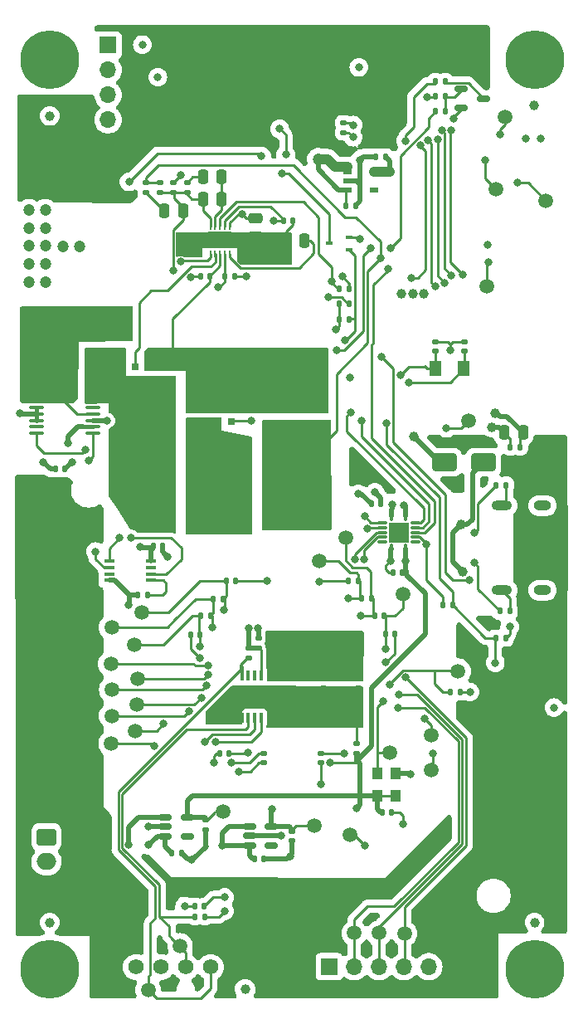
<source format=gbr>
%TF.GenerationSoftware,KiCad,Pcbnew,7.0.2*%
%TF.CreationDate,2024-01-11T01:28:16+01:00*%
%TF.ProjectId,bitaxe_RGZ_204_MOD_C,62697461-7865-45f5-9247-5a5f3230345f,rev?*%
%TF.SameCoordinates,Original*%
%TF.FileFunction,Copper,L1,Top*%
%TF.FilePolarity,Positive*%
%FSLAX46Y46*%
G04 Gerber Fmt 4.6, Leading zero omitted, Abs format (unit mm)*
G04 Created by KiCad (PCBNEW 7.0.2) date 2024-01-11 01:28:16*
%MOMM*%
%LPD*%
G01*
G04 APERTURE LIST*
G04 Aperture macros list*
%AMRoundRect*
0 Rectangle with rounded corners*
0 $1 Rounding radius*
0 $2 $3 $4 $5 $6 $7 $8 $9 X,Y pos of 4 corners*
0 Add a 4 corners polygon primitive as box body*
4,1,4,$2,$3,$4,$5,$6,$7,$8,$9,$2,$3,0*
0 Add four circle primitives for the rounded corners*
1,1,$1+$1,$2,$3*
1,1,$1+$1,$4,$5*
1,1,$1+$1,$6,$7*
1,1,$1+$1,$8,$9*
0 Add four rect primitives between the rounded corners*
20,1,$1+$1,$2,$3,$4,$5,0*
20,1,$1+$1,$4,$5,$6,$7,0*
20,1,$1+$1,$6,$7,$8,$9,0*
20,1,$1+$1,$8,$9,$2,$3,0*%
%AMFreePoly0*
4,1,35,0.005000,-4.560000,0.003536,-4.563536,0.000000,-4.565000,-5.000000,-4.565000,-5.003536,-4.563536,-5.005000,-4.560000,-5.005000,-3.898000,-5.003536,-3.894464,-5.000000,-3.893000,-4.325000,-3.893000,-4.325000,-3.269700,-5.000000,-3.269700,-5.003536,-3.268236,-5.005000,-3.264700,-5.005000,-2.599700,-5.003536,-2.596164,-5.000000,-2.594700,-4.325000,-2.594700,-4.325000,-1.971400,-5.000000,-1.971400,
-5.003536,-1.969936,-5.005000,-1.966400,-5.005000,-1.301400,-5.003536,-1.297864,-5.000000,-1.296400,-4.325000,-1.296400,-4.325000,-0.673100,-5.000000,-0.673100,-5.003536,-0.671636,-5.005000,-0.668100,-5.005000,0.000000,-5.003536,0.003536,-5.000000,0.005000,0.005000,0.005000,0.005000,-4.560000,0.005000,-4.560000,$1*%
%AMFreePoly1*
4,1,45,-0.124646,1.700354,-0.124500,1.700000,-0.124500,1.200500,0.124500,1.200500,0.124500,1.700000,0.124646,1.700354,0.125000,1.700500,0.375000,1.700500,0.375354,1.700354,0.375500,1.700000,0.375500,1.200500,0.825000,1.200500,0.825354,1.200354,0.825500,1.200000,0.825500,-1.200000,0.825354,-1.200354,0.825000,-1.200500,0.375500,-1.200500,0.375500,-1.700000,0.375354,-1.700354,
0.375000,-1.700500,0.125000,-1.700500,0.124646,-1.700354,0.124500,-1.700000,0.124500,-1.200500,-0.124500,-1.200500,-0.124500,-1.700000,-0.124646,-1.700354,-0.125000,-1.700500,-0.375000,-1.700500,-0.375354,-1.700354,-0.375500,-1.700000,-0.375500,-1.200500,-0.825000,-1.200500,-0.825354,-1.200354,-0.825500,-1.200000,-0.825500,1.200000,-0.825354,1.200354,-0.825000,1.200500,-0.375500,1.200500,
-0.375500,1.700000,-0.375354,1.700354,-0.375000,1.700500,-0.125000,1.700500,-0.124646,1.700354,-0.124646,1.700354,$1*%
G04 Aperture macros list end*
%TA.AperFunction,ComponentPad*%
%ADD10O,1.700000X1.700000*%
%TD*%
%TA.AperFunction,ComponentPad*%
%ADD11R,1.700000X1.700000*%
%TD*%
%TA.AperFunction,SMDPad,CuDef*%
%ADD12RoundRect,0.250000X0.250000X0.475000X-0.250000X0.475000X-0.250000X-0.475000X0.250000X-0.475000X0*%
%TD*%
%TA.AperFunction,SMDPad,CuDef*%
%ADD13RoundRect,0.140000X0.140000X0.170000X-0.140000X0.170000X-0.140000X-0.170000X0.140000X-0.170000X0*%
%TD*%
%TA.AperFunction,SMDPad,CuDef*%
%ADD14RoundRect,0.250000X-1.000000X-0.650000X1.000000X-0.650000X1.000000X0.650000X-1.000000X0.650000X0*%
%TD*%
%TA.AperFunction,SMDPad,CuDef*%
%ADD15RoundRect,0.100000X-0.637500X-0.100000X0.637500X-0.100000X0.637500X0.100000X-0.637500X0.100000X0*%
%TD*%
%TA.AperFunction,SMDPad,CuDef*%
%ADD16RoundRect,0.140000X-0.170000X0.140000X-0.170000X-0.140000X0.170000X-0.140000X0.170000X0.140000X0*%
%TD*%
%TA.AperFunction,SMDPad,CuDef*%
%ADD17C,1.000000*%
%TD*%
%TA.AperFunction,SMDPad,CuDef*%
%ADD18RoundRect,0.135000X-0.185000X0.135000X-0.185000X-0.135000X0.185000X-0.135000X0.185000X0.135000X0*%
%TD*%
%TA.AperFunction,SMDPad,CuDef*%
%ADD19RoundRect,0.135000X0.135000X0.185000X-0.135000X0.185000X-0.135000X-0.185000X0.135000X-0.185000X0*%
%TD*%
%TA.AperFunction,SMDPad,CuDef*%
%ADD20C,1.500000*%
%TD*%
%TA.AperFunction,SMDPad,CuDef*%
%ADD21R,0.700000X0.450000*%
%TD*%
%TA.AperFunction,SMDPad,CuDef*%
%ADD22RoundRect,0.135000X-0.135000X-0.185000X0.135000X-0.185000X0.135000X0.185000X-0.135000X0.185000X0*%
%TD*%
%TA.AperFunction,SMDPad,CuDef*%
%ADD23RoundRect,0.250000X-0.475000X0.250000X-0.475000X-0.250000X0.475000X-0.250000X0.475000X0.250000X0*%
%TD*%
%TA.AperFunction,SMDPad,CuDef*%
%ADD24RoundRect,0.250000X-0.250000X-0.475000X0.250000X-0.475000X0.250000X0.475000X-0.250000X0.475000X0*%
%TD*%
%TA.AperFunction,SMDPad,CuDef*%
%ADD25R,1.168400X1.600200*%
%TD*%
%TA.AperFunction,SMDPad,CuDef*%
%ADD26RoundRect,0.150000X-0.512500X-0.150000X0.512500X-0.150000X0.512500X0.150000X-0.512500X0.150000X0*%
%TD*%
%TA.AperFunction,SMDPad,CuDef*%
%ADD27RoundRect,0.140000X0.170000X-0.140000X0.170000X0.140000X-0.170000X0.140000X-0.170000X-0.140000X0*%
%TD*%
%TA.AperFunction,SMDPad,CuDef*%
%ADD28R,0.400000X1.100000*%
%TD*%
%TA.AperFunction,SMDPad,CuDef*%
%ADD29RoundRect,0.140000X-0.140000X-0.170000X0.140000X-0.170000X0.140000X0.170000X-0.140000X0.170000X0*%
%TD*%
%TA.AperFunction,ComponentPad*%
%ADD30C,0.800000*%
%TD*%
%TA.AperFunction,ComponentPad*%
%ADD31C,6.000000*%
%TD*%
%TA.AperFunction,SMDPad,CuDef*%
%ADD32RoundRect,0.007800X-0.122200X0.442200X-0.122200X-0.442200X0.122200X-0.442200X0.122200X0.442200X0*%
%TD*%
%TA.AperFunction,SMDPad,CuDef*%
%ADD33RoundRect,0.007800X-0.442200X-0.122200X0.442200X-0.122200X0.442200X0.122200X-0.442200X0.122200X0*%
%TD*%
%TA.AperFunction,SMDPad,CuDef*%
%ADD34R,2.050000X2.050000*%
%TD*%
%TA.AperFunction,ComponentPad*%
%ADD35C,0.500000*%
%TD*%
%TA.AperFunction,SMDPad,CuDef*%
%ADD36R,3.100000X2.000000*%
%TD*%
%TA.AperFunction,SMDPad,CuDef*%
%ADD37RoundRect,0.135000X0.185000X-0.135000X0.185000X0.135000X-0.185000X0.135000X-0.185000X-0.135000X0*%
%TD*%
%TA.AperFunction,SMDPad,CuDef*%
%ADD38R,1.100000X0.400000*%
%TD*%
%TA.AperFunction,SMDPad,CuDef*%
%ADD39RoundRect,0.250000X-1.025000X0.875000X-1.025000X-0.875000X1.025000X-0.875000X1.025000X0.875000X0*%
%TD*%
%TA.AperFunction,SMDPad,CuDef*%
%ADD40R,0.700000X0.800000*%
%TD*%
%TA.AperFunction,SMDPad,CuDef*%
%ADD41FreePoly0,270.000000*%
%TD*%
%TA.AperFunction,SMDPad,CuDef*%
%ADD42RoundRect,0.050000X-0.070000X0.250000X-0.070000X-0.250000X0.070000X-0.250000X0.070000X0.250000X0*%
%TD*%
%TA.AperFunction,ComponentPad*%
%ADD43C,0.400000*%
%TD*%
%TA.AperFunction,SMDPad,CuDef*%
%ADD44FreePoly1,270.000000*%
%TD*%
%TA.AperFunction,SMDPad,CuDef*%
%ADD45R,1.600000X2.700000*%
%TD*%
%TA.AperFunction,SMDPad,CuDef*%
%ADD46FreePoly0,90.000000*%
%TD*%
%TA.AperFunction,SMDPad,CuDef*%
%ADD47RoundRect,0.250000X-0.325000X-1.100000X0.325000X-1.100000X0.325000X1.100000X-0.325000X1.100000X0*%
%TD*%
%TA.AperFunction,SMDPad,CuDef*%
%ADD48R,1.100000X1.300000*%
%TD*%
%TA.AperFunction,SMDPad,CuDef*%
%ADD49RoundRect,0.250000X0.325000X0.650000X-0.325000X0.650000X-0.325000X-0.650000X0.325000X-0.650000X0*%
%TD*%
%TA.AperFunction,SMDPad,CuDef*%
%ADD50R,0.952500X0.558800*%
%TD*%
%TA.AperFunction,ComponentPad*%
%ADD51C,1.574800*%
%TD*%
%TA.AperFunction,ComponentPad*%
%ADD52O,1.800000X1.000000*%
%TD*%
%TA.AperFunction,ComponentPad*%
%ADD53O,2.100000X1.000000*%
%TD*%
%TA.AperFunction,ComponentPad*%
%ADD54RoundRect,0.250000X-0.750000X0.600000X-0.750000X-0.600000X0.750000X-0.600000X0.750000X0.600000X0*%
%TD*%
%TA.AperFunction,ComponentPad*%
%ADD55O,2.000000X1.700000*%
%TD*%
%TA.AperFunction,ViaPad*%
%ADD56C,0.800000*%
%TD*%
%TA.AperFunction,ViaPad*%
%ADD57C,1.200000*%
%TD*%
%TA.AperFunction,ViaPad*%
%ADD58C,1.000000*%
%TD*%
%TA.AperFunction,Conductor*%
%ADD59C,0.508000*%
%TD*%
%TA.AperFunction,Conductor*%
%ADD60C,0.254000*%
%TD*%
%TA.AperFunction,Conductor*%
%ADD61C,0.400000*%
%TD*%
%TA.AperFunction,Conductor*%
%ADD62C,1.000000*%
%TD*%
G04 APERTURE END LIST*
D10*
%TO.P,J9,4,Pin_4*%
%TO.N,/SDA*%
X86766400Y-57175400D03*
%TO.P,J9,3,Pin_3*%
%TO.N,/SCL*%
X86766400Y-54635400D03*
%TO.P,J9,2,Pin_2*%
%TO.N,/3V3*%
X86766400Y-52095400D03*
D11*
%TO.P,J9,1,Pin_1*%
%TO.N,GND*%
X86766400Y-49555400D03*
%TD*%
D12*
%TO.P,C43,1*%
%TO.N,Net-(U9-BP)*%
X106814000Y-69487000D03*
%TO.P,C43,2*%
%TO.N,GND*%
X104914000Y-69487000D03*
%TD*%
D13*
%TO.P,C19,1*%
%TO.N,/BM1366/1V8*%
X116836000Y-103365000D03*
%TO.P,C19,2*%
%TO.N,GND*%
X115876000Y-103365000D03*
%TD*%
D14*
%TO.P,D1,1*%
%TO.N,/5V*%
X121087200Y-92100400D03*
%TO.P,D1,2*%
%TO.N,Net-(D1-Pad2)*%
X125087200Y-92100400D03*
%TD*%
D15*
%TO.P,U8,1,IN+*%
%TO.N,/Power/VIN*%
X79485500Y-84587000D03*
%TO.P,U8,2,IN+*%
X79485500Y-85237000D03*
%TO.P,U8,3,IN+*%
X79485500Y-85887000D03*
%TO.P,U8,4,A1*%
%TO.N,GND*%
X79485500Y-86537000D03*
%TO.P,U8,5,A0*%
X79485500Y-87187000D03*
%TO.P,U8,6,GND*%
X79485500Y-87837000D03*
%TO.P,U8,7,ALERT*%
%TO.N,unconnected-(U8-ALERT-Pad7)*%
X79485500Y-88487000D03*
%TO.P,U8,8,SDA*%
%TO.N,/SDA*%
X79485500Y-89137000D03*
%TO.P,U8,9,SCL*%
%TO.N,/SCL*%
X85210500Y-89137000D03*
%TO.P,U8,10,VS*%
%TO.N,/3V3*%
X85210500Y-88487000D03*
%TO.P,U8,11,GND*%
%TO.N,GND*%
X85210500Y-87837000D03*
%TO.P,U8,12,VBUS*%
%TO.N,/Power/VIN*%
X85210500Y-87187000D03*
%TO.P,U8,13,NC*%
%TO.N,unconnected-(U8-NC-Pad13)*%
X85210500Y-86537000D03*
%TO.P,U8,14,IN-*%
%TO.N,/5V*%
X85210500Y-85887000D03*
%TO.P,U8,15,IN-*%
X85210500Y-85237000D03*
%TO.P,U8,16,IN-*%
X85210500Y-84587000D03*
%TD*%
D16*
%TO.P,C7,1*%
%TO.N,/VDD*%
X112268000Y-114175600D03*
%TO.P,C7,2*%
%TO.N,GND*%
X112268000Y-115135600D03*
%TD*%
D17*
%TO.P,FID2,*%
%TO.N,*%
X130275000Y-55679000D03*
%TD*%
%TO.P,FID4,*%
%TO.N,*%
X130302000Y-139065000D03*
%TD*%
D18*
%TO.P,R13,1*%
%TO.N,/VDD*%
X90649600Y-63569000D03*
%TO.P,R13,2*%
%TO.N,Net-(C45-Pad1)*%
X90649600Y-64589000D03*
%TD*%
D17*
%TO.P,FID3,*%
%TO.N,*%
X80808000Y-139065000D03*
%TD*%
D19*
%TO.P,R6,1*%
%TO.N,GND*%
X122717000Y-115554000D03*
%TO.P,R6,2*%
%TO.N,/BM1366/BI*%
X121697000Y-115554000D03*
%TD*%
D13*
%TO.P,C1,1*%
%TO.N,GND*%
X115730000Y-127810000D03*
%TO.P,C1,2*%
%TO.N,/BM1366/1V8*%
X114770000Y-127810000D03*
%TD*%
D20*
%TO.P,TP38,1,1*%
%TO.N,/BM1366/NRSTO*%
X87045800Y-112699800D03*
%TD*%
D21*
%TO.P,Q4,1,G*%
%TO.N,/ESP32/PWR_EN*%
X111370000Y-70430000D03*
%TO.P,Q4,2,S*%
%TO.N,GND*%
X111370000Y-69130000D03*
%TO.P,Q4,3,D*%
%TO.N,Net-(Q4-D)*%
X109370000Y-69780000D03*
%TD*%
D12*
%TO.P,C41,1*%
%TO.N,Net-(U9-COMP)*%
X98355400Y-63005800D03*
%TO.P,C41,2*%
%TO.N,Net-(C41-Pad2)*%
X96455400Y-63005800D03*
%TD*%
D20*
%TO.P,TP19,1,1*%
%TO.N,/3V3*%
X123610000Y-87850000D03*
%TD*%
D22*
%TO.P,R8,1*%
%TO.N,/3V3*%
X110365000Y-75979000D03*
%TO.P,R8,2*%
%TO.N,/PLUG_SENSE*%
X111385000Y-75979000D03*
%TD*%
D13*
%TO.P,C3,1*%
%TO.N,/BM1366/VDD3_0*%
X114920000Y-107790000D03*
%TO.P,C3,2*%
%TO.N,/BM1366/VDD2_0*%
X113960000Y-107790000D03*
%TD*%
D19*
%TO.P,R5,1*%
%TO.N,GND*%
X127764000Y-107304000D03*
%TO.P,R5,2*%
%TO.N,Net-(J8-CC2)*%
X126744000Y-107304000D03*
%TD*%
D23*
%TO.P,C38,1*%
%TO.N,/5V*%
X101783000Y-67211600D03*
%TO.P,C38,2*%
%TO.N,GND*%
X101783000Y-69111600D03*
%TD*%
D20*
%TO.P,TP35,1,1*%
%TO.N,/BM1366/VDD2_0*%
X110998000Y-99822000D03*
%TD*%
%TO.P,TP5,1,1*%
%TO.N,GND*%
X111440000Y-130160000D03*
%TD*%
D16*
%TO.P,C25,1*%
%TO.N,/BM1366/0V8*%
X105540000Y-129760000D03*
%TO.P,C25,2*%
%TO.N,GND*%
X105540000Y-130720000D03*
%TD*%
D24*
%TO.P,C45,1*%
%TO.N,Net-(C45-Pad1)*%
X92522000Y-66420000D03*
%TO.P,C45,2*%
%TO.N,/Power/OUT0*%
X94422000Y-66420000D03*
%TD*%
D25*
%TO.P,Y1,1,1*%
%TO.N,/ESP32/XIN32*%
X123063000Y-82575400D03*
%TO.P,Y1,2,2*%
%TO.N,/ESP32/XOUT32*%
X120218200Y-82575400D03*
%TD*%
D20*
%TO.P,TP16,1,1*%
%TO.N,/Fan/FAN_TACH*%
X94107000Y-141452600D03*
%TD*%
%TO.P,TP15,1,1*%
%TO.N,/Fan/FAN_PWM*%
X90855800Y-145948400D03*
%TD*%
D26*
%TO.P,U5,1,VIN*%
%TO.N,/5V*%
X92615500Y-128358000D03*
%TO.P,U5,2,GND*%
%TO.N,GND*%
X92615500Y-129308000D03*
%TO.P,U5,3,EN*%
%TO.N,/5V*%
X92615500Y-130258000D03*
%TO.P,U5,4,PG*%
%TO.N,unconnected-(U5-PG-Pad4)*%
X94890500Y-130258000D03*
%TO.P,U5,5,VOUT*%
%TO.N,/BM1366/1V8*%
X94890500Y-128358000D03*
%TD*%
D24*
%TO.P,C51,1*%
%TO.N,/3V3*%
X127218400Y-89077800D03*
%TO.P,C51,2*%
%TO.N,GND*%
X129118400Y-89077800D03*
%TD*%
D20*
%TO.P,TP8,1,1*%
%TO.N,/BM1366/ADDR0*%
X119800000Y-119990000D03*
%TD*%
%TO.P,TP23,1,1*%
%TO.N,/ESP32/IO0*%
X127254000Y-56896000D03*
%TD*%
D26*
%TO.P,U6,1,VIN*%
%TO.N,/5V*%
X101182500Y-129290000D03*
%TO.P,U6,2,GND*%
%TO.N,GND*%
X101182500Y-130240000D03*
%TO.P,U6,3,EN*%
%TO.N,/5V*%
X101182500Y-131190000D03*
%TO.P,U6,4,PG*%
%TO.N,unconnected-(U6-PG-Pad4)*%
X103457500Y-131190000D03*
%TO.P,U6,5,VOUT*%
%TO.N,/BM1366/0V8*%
X103457500Y-129290000D03*
%TD*%
D20*
%TO.P,TP1,1,1*%
%TO.N,/BM1366/BO*%
X89763600Y-114223800D03*
%TD*%
D27*
%TO.P,C4,1*%
%TO.N,/BM1366/0V8*%
X108485000Y-122798000D03*
%TO.P,C4,2*%
%TO.N,GND*%
X108485000Y-121838000D03*
%TD*%
D20*
%TO.P,TP43,1,1*%
%TO.N,/BM1366/RI*%
X87147400Y-115316000D03*
%TD*%
D28*
%TO.P,U7,1,VDD*%
%TO.N,/3V3*%
X102371800Y-113877200D03*
%TO.P,U7,2,DP*%
%TO.N,unconnected-(U7-DP-Pad2)*%
X101721800Y-113877200D03*
%TO.P,U7,3,DN*%
%TO.N,unconnected-(U7-DN-Pad3)*%
X101071800Y-113877200D03*
%TO.P,U7,4,FAN*%
%TO.N,/Fan/FAN_PWM*%
X100421800Y-113877200D03*
%TO.P,U7,5,GND*%
%TO.N,GND*%
X100421800Y-118177200D03*
%TO.P,U7,6,ALERT/TACH*%
%TO.N,/Fan/FAN_TACH*%
X101071800Y-118177200D03*
%TO.P,U7,7,SMDATA*%
%TO.N,/SDA*%
X101721800Y-118177200D03*
%TO.P,U7,8,SMCLK*%
%TO.N,/SCL*%
X102371800Y-118177200D03*
%TD*%
D13*
%TO.P,C12,1*%
%TO.N,/VDD*%
X99780000Y-104240000D03*
%TO.P,C12,2*%
%TO.N,/BM1366/VDD1_1*%
X98820000Y-104240000D03*
%TD*%
D29*
%TO.P,C52,1*%
%TO.N,/3V3*%
X127840800Y-90576400D03*
%TO.P,C52,2*%
%TO.N,GND*%
X128800800Y-90576400D03*
%TD*%
D19*
%TO.P,R1,1*%
%TO.N,/3V3*%
X127347000Y-110052000D03*
%TO.P,R1,2*%
%TO.N,/ESP32/EN*%
X126327000Y-110052000D03*
%TD*%
D30*
%TO.P,H7,1,1*%
%TO.N,GND*%
X127985010Y-51120990D03*
X128644020Y-49530000D03*
X128644020Y-52711980D03*
X130235010Y-48870990D03*
X130235010Y-53370990D03*
D31*
X130302000Y-51054000D03*
D30*
X131826000Y-49530000D03*
X131826000Y-52711980D03*
X132485010Y-51120990D03*
%TD*%
D27*
%TO.P,C30,1*%
%TO.N,/ESP32/XIN32*%
X123102200Y-80785800D03*
%TO.P,C30,2*%
%TO.N,GND*%
X123102200Y-79825800D03*
%TD*%
D17*
%TO.P,FID1,*%
%TO.N,*%
X80808000Y-56769000D03*
%TD*%
D32*
%TO.P,U2,1,VCCA*%
%TO.N,/BM1366/1V8*%
X115672000Y-97580000D03*
D33*
%TO.P,U2,2,A1*%
%TO.N,/BM1366/RO*%
X114737000Y-98265000D03*
%TO.P,U2,3,A2*%
%TO.N,/BM1366/CI*%
X114737000Y-98765000D03*
%TO.P,U2,4,A3*%
%TO.N,/BM1366/RST_N*%
X114737000Y-99265000D03*
%TO.P,U2,5,A4*%
%TO.N,GND*%
X114737000Y-99765000D03*
%TO.P,U2,6,NC*%
%TO.N,unconnected-(U2-NC-Pad6)*%
X114737000Y-100265000D03*
D32*
%TO.P,U2,7,GND*%
%TO.N,GND*%
X115672000Y-100950000D03*
%TO.P,U2,8,OE*%
%TO.N,/BM1366/1V8*%
X117172000Y-100950000D03*
D33*
%TO.P,U2,9,NC*%
%TO.N,unconnected-(U2-NC-Pad9)*%
X118107000Y-100265000D03*
%TO.P,U2,10,B4*%
%TO.N,GND*%
X118107000Y-99765000D03*
%TO.P,U2,11,B3*%
%TO.N,/RST*%
X118107000Y-99265000D03*
%TO.P,U2,12,B2*%
%TO.N,/TX*%
X118107000Y-98765000D03*
%TO.P,U2,13,B1*%
%TO.N,/RX*%
X118107000Y-98265000D03*
D32*
%TO.P,U2,14,VCCB*%
%TO.N,/3V3*%
X117172000Y-97580000D03*
D34*
%TO.P,U2,15,GND*%
%TO.N,GND*%
X116422000Y-99265000D03*
D35*
%TO.P,U2,16,GND*%
X116922000Y-98765000D03*
%TO.P,U2,17,GND*%
X116922000Y-99765000D03*
%TO.P,U2,18,GND*%
X115922000Y-99765000D03*
%TO.P,U2,19,GND*%
X115922000Y-98765000D03*
%TD*%
D18*
%TO.P,R10,1*%
%TO.N,Net-(C41-Pad2)*%
X94828800Y-63573600D03*
%TO.P,R10,2*%
%TO.N,/Power/OUT0*%
X94828800Y-64593600D03*
%TD*%
D20*
%TO.P,TP42,1,1*%
%TO.N,/BM1366/VDD1_1*%
X90170000Y-107442000D03*
%TD*%
%TO.P,TP17,1,1*%
%TO.N,/ESP32/EN*%
X125413000Y-74174000D03*
%TD*%
D36*
%TO.P,L1,1,1*%
%TO.N,/Power/SW*%
X105918000Y-82169000D03*
%TO.P,L1,2,2*%
%TO.N,/VDD*%
X105918000Y-90489000D03*
%TD*%
D37*
%TO.P,R15,1*%
%TO.N,/Power/OUT0*%
X93465000Y-64589000D03*
%TO.P,R15,2*%
%TO.N,GND*%
X93465000Y-63569000D03*
%TD*%
D26*
%TO.P,Q3,1,B*%
%TO.N,Net-(Q3-B)*%
X122809000Y-54041000D03*
%TO.P,Q3,2,E*%
%TO.N,GND*%
X122809000Y-55941000D03*
%TO.P,Q3,3,C*%
%TO.N,Net-(Q3-C)*%
X125084000Y-54991000D03*
%TD*%
D13*
%TO.P,C15,1*%
%TO.N,/BM1366/VDD1_1*%
X98490000Y-106040000D03*
%TO.P,C15,2*%
%TO.N,/BM1366/VDD2_1*%
X97530000Y-106040000D03*
%TD*%
D19*
%TO.P,R16,1*%
%TO.N,Net-(U10-FS0)*%
X90818000Y-105695000D03*
%TO.P,R16,2*%
%TO.N,GND*%
X89798000Y-105695000D03*
%TD*%
D30*
%TO.P,H9,1,1*%
%TO.N,GND*%
X128052000Y-143728000D03*
X128711010Y-142137010D03*
X128711010Y-145318990D03*
X130302000Y-141478000D03*
D31*
X130302000Y-143831000D03*
D30*
X130302000Y-145978000D03*
X131892990Y-142137010D03*
X131892990Y-145318990D03*
X132552000Y-143728000D03*
%TD*%
D27*
%TO.P,C16,1*%
%TO.N,Net-(U14-VDDIO_08_1)*%
X102646000Y-122798000D03*
%TO.P,C16,2*%
%TO.N,GND*%
X102646000Y-121838000D03*
%TD*%
D13*
%TO.P,C49,1*%
%TO.N,/3V3*%
X115080000Y-60930000D03*
%TO.P,C49,2*%
%TO.N,GND*%
X114120000Y-60930000D03*
%TD*%
%TO.P,C18,1*%
%TO.N,/BM1366/VDD3_1*%
X96139000Y-109681000D03*
%TO.P,C18,2*%
%TO.N,GND*%
X95179000Y-109681000D03*
%TD*%
D20*
%TO.P,TP18,1,1*%
%TO.N,/ESP32/P_TX*%
X131445000Y-65405000D03*
%TD*%
D12*
%TO.P,C40,1*%
%TO.N,Net-(U9-COMP)*%
X98333000Y-65268000D03*
%TO.P,C40,2*%
%TO.N,/Power/OUT0*%
X96433000Y-65268000D03*
%TD*%
D38*
%TO.P,U10,1,SDA*%
%TO.N,/SDA*%
X86868000Y-102220000D03*
%TO.P,U10,2,SCL*%
%TO.N,/SCL*%
X86868000Y-102870000D03*
%TO.P,U10,3,FS1*%
%TO.N,unconnected-(U10-FS1-Pad3)*%
X86868000Y-103520000D03*
%TO.P,U10,4,GND*%
%TO.N,GND*%
X86868000Y-104170000D03*
%TO.P,U10,5,FS0*%
%TO.N,Net-(U10-FS0)*%
X91168000Y-104170000D03*
%TO.P,U10,6,OUT0*%
%TO.N,/Power/OUT0*%
X91168000Y-103520000D03*
%TO.P,U10,7,OUT1*%
%TO.N,/Power/OUT1*%
X91168000Y-102870000D03*
%TO.P,U10,8,VCC*%
%TO.N,/3V3*%
X91168000Y-102220000D03*
%TD*%
D20*
%TO.P,TP36,1,1*%
%TO.N,/BM1366/VDD3_0*%
X116870000Y-105550000D03*
%TD*%
D29*
%TO.P,C39,1*%
%TO.N,Net-(Q4-D)*%
X104650000Y-67450000D03*
%TO.P,C39,2*%
%TO.N,GND*%
X105610000Y-67450000D03*
%TD*%
D20*
%TO.P,TP44,1,1*%
%TO.N,/BM1366/CLKO*%
X89687400Y-116840000D03*
%TD*%
D30*
%TO.P,H10,1,1*%
%TO.N,GND*%
X78558000Y-143830990D03*
X79217010Y-142240000D03*
X79217010Y-145421980D03*
X80808000Y-141580990D03*
D31*
X80808000Y-143830990D03*
D30*
X80808000Y-146080990D03*
X82398990Y-142240000D03*
X82398990Y-145421980D03*
X83058000Y-143830990D03*
%TD*%
D27*
%TO.P,C31,1*%
%TO.N,/ESP32/XOUT32*%
X120218200Y-80794800D03*
%TO.P,C31,2*%
%TO.N,GND*%
X120218200Y-79834800D03*
%TD*%
D13*
%TO.P,C35,1*%
%TO.N,/3V3*%
X82358000Y-92812000D03*
%TO.P,C35,2*%
%TO.N,GND*%
X81398000Y-92812000D03*
%TD*%
D16*
%TO.P,C10,1*%
%TO.N,/VDD*%
X108712000Y-114201000D03*
%TO.P,C10,2*%
%TO.N,GND*%
X108712000Y-115161000D03*
%TD*%
%TO.P,C11,1*%
%TO.N,/VDD*%
X111150400Y-114226400D03*
%TO.P,C11,2*%
%TO.N,GND*%
X111150400Y-115186400D03*
%TD*%
D18*
%TO.P,R14,1*%
%TO.N,/VDD*%
X92057300Y-63569000D03*
%TO.P,R14,2*%
%TO.N,/Power/OUT0*%
X92057300Y-64589000D03*
%TD*%
D19*
%TO.P,R19,1*%
%TO.N,Net-(Q3-C)*%
X121208800Y-53279000D03*
%TO.P,R19,2*%
%TO.N,Net-(U4-LEDK)*%
X120188800Y-53279000D03*
%TD*%
D13*
%TO.P,C14,1*%
%TO.N,Net-(U14-VDDIO_18_1)*%
X99092000Y-121788000D03*
%TO.P,C14,2*%
%TO.N,GND*%
X98132000Y-121788000D03*
%TD*%
D39*
%TO.P,C13,1*%
%TO.N,/VDD*%
X105600000Y-111360000D03*
%TO.P,C13,2*%
%TO.N,GND*%
X105600000Y-117760000D03*
%TD*%
D40*
%TO.P,Q2,1*%
%TO.N,GND*%
X95459600Y-87954700D03*
%TO.P,Q2,2*%
X96757900Y-87954700D03*
%TO.P,Q2,3,S*%
X98021300Y-87954700D03*
%TO.P,Q2,4,G*%
%TO.N,Net-(Q2-G)*%
X99319600Y-87954700D03*
D41*
%TO.P,Q2,5,D*%
%TO.N,/Power/SW*%
X99669600Y-87049700D03*
%TD*%
D27*
%TO.P,C33,1*%
%TO.N,/3V3*%
X102133400Y-111046200D03*
%TO.P,C33,2*%
%TO.N,GND*%
X102133400Y-110086200D03*
%TD*%
D22*
%TO.P,R2,1*%
%TO.N,/Fan/FAN_TACH*%
X95640000Y-138480000D03*
%TO.P,R2,2*%
%TO.N,/3V3*%
X96660000Y-138480000D03*
%TD*%
D20*
%TO.P,TP3,1,1*%
%TO.N,/BM1366/RO*%
X114410000Y-140150000D03*
%TD*%
%TO.P,TP41,1,1*%
%TO.N,/BM1366/VDD2_1*%
X87122000Y-108966000D03*
%TD*%
D27*
%TO.P,C26,1*%
%TO.N,/3V3*%
X110820200Y-58468200D03*
%TO.P,C26,2*%
%TO.N,GND*%
X110820200Y-57508200D03*
%TD*%
D22*
%TO.P,R17,1*%
%TO.N,/ESP32/TFT_BLK*%
X120216200Y-56279000D03*
%TO.P,R17,2*%
%TO.N,Net-(Q3-B)*%
X121236200Y-56279000D03*
%TD*%
D29*
%TO.P,C44,1*%
%TO.N,/3V3*%
X91400000Y-100668000D03*
%TO.P,C44,2*%
%TO.N,GND*%
X92360000Y-100668000D03*
%TD*%
D19*
%TO.P,R18,1*%
%TO.N,Net-(Q3-B)*%
X121234200Y-54779000D03*
%TO.P,R18,2*%
%TO.N,/3V3*%
X120214200Y-54779000D03*
%TD*%
D42*
%TO.P,U9,1,VDD*%
%TO.N,/5V*%
X99201691Y-68022200D03*
%TO.P,U9,2,EN/SS*%
%TO.N,Net-(Q4-D)*%
X98701691Y-68022200D03*
%TO.P,U9,3,PGOOD*%
%TO.N,/Power/PGOOD*%
X98201691Y-68022200D03*
%TO.P,U9,4,COMP*%
%TO.N,Net-(U9-COMP)*%
X97701691Y-68022200D03*
%TO.P,U9,5,FB*%
%TO.N,/Power/OUT0*%
X97201691Y-68022200D03*
%TO.P,U9,6,BOOT*%
%TO.N,Net-(U9-BOOT)*%
X97201691Y-70822200D03*
%TO.P,U9,7,HDRV*%
%TO.N,Net-(Q1-G)*%
X97701691Y-70822200D03*
%TO.P,U9,8,SW*%
%TO.N,/Power/SW*%
X98201691Y-70822200D03*
%TO.P,U9,9,LDRV*%
%TO.N,Net-(Q2-G)*%
X98701691Y-70822200D03*
%TO.P,U9,10,BP*%
%TO.N,Net-(U9-BP)*%
X99201691Y-70822200D03*
D43*
%TO.P,U9,11,GND*%
%TO.N,GND*%
X98201691Y-68847200D03*
X99151691Y-69422200D03*
D44*
X98201691Y-69422200D03*
D43*
X97251691Y-69422200D03*
X98201691Y-69997200D03*
%TD*%
D20*
%TO.P,TP34,1,1*%
%TO.N,/BM1366/VDD1_0*%
X108370000Y-102200000D03*
%TD*%
%TO.P,TP46,1,1*%
%TO.N,/BM1366/PIN_MODE*%
X87071200Y-120827800D03*
%TD*%
D30*
%TO.P,H8,1,1*%
%TO.N,GND*%
X78558000Y-51054000D03*
X79217010Y-49463010D03*
X79217010Y-52644990D03*
X80808000Y-48804000D03*
D31*
X80808000Y-51054000D03*
D30*
X80808000Y-53304000D03*
X82398990Y-49463010D03*
X82398990Y-52644990D03*
X83058000Y-51054000D03*
%TD*%
D29*
%TO.P,C22,1*%
%TO.N,/5V*%
X93295000Y-131979000D03*
%TO.P,C22,2*%
%TO.N,GND*%
X94255000Y-131979000D03*
%TD*%
D20*
%TO.P,TP10,1,1*%
%TO.N,/BM1366/ADDR1*%
X119800000Y-123540000D03*
%TD*%
D13*
%TO.P,C21,1*%
%TO.N,/ESP32/EN*%
X121920000Y-106680000D03*
%TO.P,C21,2*%
%TO.N,GND*%
X120960000Y-106680000D03*
%TD*%
%TO.P,C6,1*%
%TO.N,/BM1366/VDD2_0*%
X113620000Y-106030000D03*
%TO.P,C6,2*%
%TO.N,/BM1366/VDD1_0*%
X112660000Y-106030000D03*
%TD*%
D45*
%TO.P,C46,1*%
%TO.N,/VDD*%
X103559600Y-94732200D03*
%TO.P,C46,2*%
%TO.N,GND*%
X100559600Y-94732200D03*
%TD*%
D40*
%TO.P,Q1,1*%
%TO.N,/Power/SW*%
X93357887Y-82405864D03*
%TO.P,Q1,2*%
X92059587Y-82405864D03*
%TO.P,Q1,3,S*%
X90796187Y-82405864D03*
%TO.P,Q1,4,G*%
%TO.N,Net-(Q1-G)*%
X89497887Y-82405864D03*
D46*
%TO.P,Q1,5,D*%
%TO.N,/5V*%
X89147887Y-83310864D03*
%TD*%
D29*
%TO.P,C42,1*%
%TO.N,Net-(U9-BOOT)*%
X96189800Y-73128000D03*
%TO.P,C42,2*%
%TO.N,/Power/SW*%
X97149800Y-73128000D03*
%TD*%
D20*
%TO.P,TP7,1,1*%
%TO.N,/BM1366/CLKI*%
X115560000Y-121710000D03*
%TD*%
D47*
%TO.P,C34,1*%
%TO.N,/5V*%
X92514600Y-91062200D03*
%TO.P,C34,2*%
%TO.N,GND*%
X95464600Y-91062200D03*
%TD*%
D20*
%TO.P,TP40,1,1*%
%TO.N,/BM1366/VDD3_1*%
X89408000Y-110744000D03*
%TD*%
%TO.P,TP4,1,1*%
%TO.N,/BM1366/RST_N*%
X117040000Y-140190000D03*
%TD*%
D48*
%TO.P,U1,1,EN*%
%TO.N,/BM1366/1V8*%
X116140000Y-126170000D03*
%TO.P,U1,2,GND*%
%TO.N,GND*%
X116140000Y-123870000D03*
%TO.P,U1,3,OUT*%
%TO.N,/BM1366/CLKI*%
X114240000Y-123870000D03*
%TO.P,U1,4,VIN*%
%TO.N,/BM1366/1V8*%
X114240000Y-126170000D03*
%TD*%
D20*
%TO.P,TP13,1,1*%
%TO.N,/BM1366/1V8*%
X98473000Y-127736000D03*
%TD*%
D22*
%TO.P,R12,1*%
%TO.N,Net-(Q2-G)*%
X98650200Y-73123400D03*
%TO.P,R12,2*%
%TO.N,GND*%
X99670200Y-73123400D03*
%TD*%
D19*
%TO.P,R4,1*%
%TO.N,/3V3*%
X111410000Y-74379000D03*
%TO.P,R4,2*%
%TO.N,/Power/PGOOD*%
X110390000Y-74379000D03*
%TD*%
D13*
%TO.P,C2,1*%
%TO.N,GND*%
X116020000Y-109624000D03*
%TO.P,C2,2*%
%TO.N,/BM1366/VDD3_0*%
X115060000Y-109624000D03*
%TD*%
D22*
%TO.P,R7,1*%
%TO.N,/3V3*%
X110365000Y-77579000D03*
%TO.P,R7,2*%
%TO.N,/ESP32/PWR_EN*%
X111385000Y-77579000D03*
%TD*%
D29*
%TO.P,C23,1*%
%TO.N,/5V*%
X101730000Y-132610000D03*
%TO.P,C23,2*%
%TO.N,GND*%
X102690000Y-132610000D03*
%TD*%
D20*
%TO.P,TP6,1,1*%
%TO.N,/BM1366/INV_CLKO*%
X89560400Y-119507000D03*
%TD*%
D27*
%TO.P,C5,1*%
%TO.N,/BM1366/1V8*%
X112160000Y-121800000D03*
%TO.P,C5,2*%
%TO.N,GND*%
X112160000Y-120840000D03*
%TD*%
D20*
%TO.P,TP9,1,1*%
%TO.N,/BM1366/BI*%
X122500000Y-113430000D03*
%TD*%
D37*
%TO.P,R9,1*%
%TO.N,/Fan/FAN_PWM*%
X101092000Y-112066800D03*
%TO.P,R9,2*%
%TO.N,/3V3*%
X101092000Y-111046800D03*
%TD*%
D13*
%TO.P,C17,1*%
%TO.N,/BM1366/VDD2_1*%
X97210000Y-107780000D03*
%TO.P,C17,2*%
%TO.N,/BM1366/VDD3_1*%
X96250000Y-107780000D03*
%TD*%
%TO.P,C8,1*%
%TO.N,/BM1366/VDD1_0*%
X112290000Y-104240000D03*
%TO.P,C8,2*%
%TO.N,/VDD*%
X111330000Y-104240000D03*
%TD*%
D29*
%TO.P,C29,1*%
%TO.N,/5V*%
X95640000Y-137410000D03*
%TO.P,C29,2*%
%TO.N,GND*%
X96600000Y-137410000D03*
%TD*%
D20*
%TO.P,TP14,1,1*%
%TO.N,/BM1366/0V8*%
X107830000Y-129200000D03*
%TD*%
%TO.P,TP45,1,1*%
%TO.N,/BM1366/CO*%
X87122000Y-117983000D03*
%TD*%
D19*
%TO.P,R3,1*%
%TO.N,GND*%
X127382000Y-94441000D03*
%TO.P,R3,2*%
%TO.N,Net-(J8-CC1)*%
X126362000Y-94441000D03*
%TD*%
D29*
%TO.P,C27,1*%
%TO.N,/5V*%
X111051000Y-65931000D03*
%TO.P,C27,2*%
%TO.N,GND*%
X112011000Y-65931000D03*
%TD*%
D20*
%TO.P,TP22,1,1*%
%TO.N,/ESP32/P_RX*%
X126365000Y-64262000D03*
%TD*%
%TO.P,TP2,1,1*%
%TO.N,/BM1366/CI*%
X111890000Y-140150000D03*
%TD*%
D13*
%TO.P,C20,1*%
%TO.N,/3V3*%
X114582000Y-96355000D03*
%TO.P,C20,2*%
%TO.N,GND*%
X113622000Y-96355000D03*
%TD*%
D49*
%TO.P,C47,1*%
%TO.N,/VDD*%
X103494600Y-97702200D03*
%TO.P,C47,2*%
%TO.N,GND*%
X100544600Y-97702200D03*
%TD*%
D16*
%TO.P,C24,1*%
%TO.N,/BM1366/1V8*%
X96763000Y-128638000D03*
%TO.P,C24,2*%
%TO.N,GND*%
X96763000Y-129598000D03*
%TD*%
D47*
%TO.P,C36,1*%
%TO.N,/5V*%
X92474600Y-94472200D03*
%TO.P,C36,2*%
%TO.N,GND*%
X95424600Y-94472200D03*
%TD*%
D16*
%TO.P,C9,1*%
%TO.N,/VDD*%
X109982000Y-114230000D03*
%TO.P,C9,2*%
%TO.N,GND*%
X109982000Y-115190000D03*
%TD*%
D50*
%TO.P,U11,1,VIN*%
%TO.N,/5V*%
X111185050Y-62440200D03*
%TO.P,U11,2,GND*%
%TO.N,GND*%
X111185050Y-63380000D03*
%TO.P,U11,3,EN*%
%TO.N,/5V*%
X111185050Y-64319800D03*
%TO.P,U11,4,NC*%
%TO.N,unconnected-(U11-NC-Pad4)*%
X113940950Y-64319800D03*
%TO.P,U11,5,VOUT*%
%TO.N,/3V3*%
X113940950Y-62440200D03*
%TD*%
D47*
%TO.P,C37,1*%
%TO.N,/5V*%
X92474600Y-97832200D03*
%TO.P,C37,2*%
%TO.N,GND*%
X95424600Y-97832200D03*
%TD*%
D51*
%TO.P,J4,1,Pin_1*%
%TO.N,GND*%
X89621000Y-143622000D03*
%TO.P,J4,2,Pin_2*%
%TO.N,/5V*%
X92161000Y-143622000D03*
%TO.P,J4,3,Pin_3*%
%TO.N,/Fan/FAN_TACH*%
X94701000Y-143622000D03*
%TO.P,J4,4,Pin_4*%
%TO.N,/Fan/FAN_PWM*%
X97241000Y-143622000D03*
%TD*%
D11*
%TO.P,J7,1,Pin_1*%
%TO.N,/Power/VIN*%
X82708000Y-81632000D03*
D10*
%TO.P,J7,2,Pin_2*%
%TO.N,/5V*%
X85248000Y-81632000D03*
%TD*%
D11*
%TO.P,J3,1,Pin_1*%
%TO.N,/BM1366/1V8*%
X109350000Y-143580000D03*
D10*
%TO.P,J3,2,Pin_2*%
%TO.N,/BM1366/CI*%
X111890000Y-143580000D03*
%TO.P,J3,3,Pin_3*%
%TO.N,/BM1366/RO*%
X114430000Y-143580000D03*
%TO.P,J3,4,Pin_4*%
%TO.N,/BM1366/RST_N*%
X116970000Y-143580000D03*
%TO.P,J3,5,Pin_5*%
%TO.N,GND*%
X119510000Y-143580000D03*
%TD*%
D52*
%TO.P,J8,S1,SHIELD*%
%TO.N,GND*%
X131123000Y-96530000D03*
D53*
X126943000Y-96530000D03*
D52*
X131123000Y-105170000D03*
D53*
X126943000Y-105170000D03*
%TD*%
D54*
%TO.P,J2,1,Pin_1*%
%TO.N,GND*%
X80470000Y-130360000D03*
D55*
%TO.P,J2,2,Pin_2*%
%TO.N,/5V*%
X80470000Y-132860000D03*
%TD*%
D56*
%TO.N,GND*%
X95067000Y-70471000D03*
D57*
X80348000Y-73699500D03*
X80348000Y-68217000D03*
D56*
X77798000Y-87152000D03*
X100850600Y-73131400D03*
D57*
X80348000Y-70044500D03*
D56*
X116910000Y-128990000D03*
D57*
X80348000Y-71872000D03*
D56*
X97028000Y-98592000D03*
D57*
X78668000Y-66392000D03*
X82138000Y-70062000D03*
D56*
X125513000Y-69924000D03*
X112980000Y-131260000D03*
X96109000Y-112124000D03*
D57*
X83818000Y-70059500D03*
D56*
X97028000Y-92970600D03*
X112460000Y-69350000D03*
X100288000Y-92362000D03*
X106396000Y-118533000D03*
X97028000Y-89922000D03*
X110862000Y-121832000D03*
X98568000Y-89922000D03*
D57*
X78668000Y-70047000D03*
D56*
X104082000Y-115436000D03*
X98682000Y-136516000D03*
X98568000Y-98592000D03*
X99393000Y-122727000D03*
X106408000Y-116351000D03*
X129429500Y-59124000D03*
D57*
X78668000Y-71874500D03*
D56*
X95758000Y-69431400D03*
D58*
X100765000Y-145890000D03*
D56*
X94214574Y-62819426D03*
X94411000Y-69401000D03*
X97028000Y-91402000D03*
X105673000Y-117442000D03*
X80168900Y-92079000D03*
X97028000Y-94742000D03*
X90271600Y-49504600D03*
X97551000Y-122747000D03*
X123698000Y-115554000D03*
X98568000Y-96612000D03*
X117602000Y-123903000D03*
X101346000Y-71501000D03*
X104855000Y-118563000D03*
D58*
X118999000Y-74930000D03*
D56*
X104132000Y-117472000D03*
X121691400Y-80721200D03*
X98568000Y-91402000D03*
X101727000Y-70358000D03*
X97028000Y-96612000D03*
X122075000Y-57079000D03*
X112922500Y-102037000D03*
X107144000Y-117442000D03*
X90897000Y-129309000D03*
X112318000Y-95325000D03*
X112512000Y-61250000D03*
X105623000Y-115406000D03*
X98568000Y-94742000D03*
X104867000Y-116381000D03*
X100457000Y-70358000D03*
X86678000Y-87862000D03*
X102616000Y-71501000D03*
D58*
X116713000Y-74930000D03*
D56*
X105330000Y-132320000D03*
X104430000Y-130240000D03*
D58*
X126293000Y-87094000D03*
D56*
X98568000Y-92970600D03*
D57*
X80348000Y-66389500D03*
D56*
X115573700Y-102188000D03*
D57*
X78668000Y-73702000D03*
X78668000Y-68219500D03*
D56*
X112369600Y-51816000D03*
X102997000Y-70358000D03*
X102082600Y-109067600D03*
X92818000Y-101795000D03*
X132297000Y-117137000D03*
X111785400Y-57708800D03*
X119253000Y-100457000D03*
X88888000Y-106645000D03*
X95260000Y-132630000D03*
X107094000Y-115406000D03*
X115099642Y-112550642D03*
X100288000Y-90613400D03*
D58*
X117856000Y-74930000D03*
D57*
%TO.N,/Power/VIN*%
X80275000Y-77059000D03*
X78688000Y-81222000D03*
X78688000Y-83179000D03*
X80288000Y-83159000D03*
X80288000Y-81202000D03*
X84808000Y-77242000D03*
X86458000Y-78752000D03*
X80288000Y-79102000D03*
X84808000Y-78752000D03*
X78675000Y-77079000D03*
X86458000Y-77242000D03*
X78688000Y-79122000D03*
D56*
%TO.N,/BM1366/1V8*%
X115737362Y-96385646D03*
X117172000Y-102173000D03*
X112130000Y-127390000D03*
X109458000Y-122723000D03*
%TO.N,/BM1366/INV_CLKO*%
X92430600Y-118795800D03*
%TO.N,/VDD*%
X114620000Y-71308000D03*
X103000000Y-104240000D03*
X105152000Y-113890000D03*
D57*
X107400000Y-94361000D03*
X107440000Y-96491000D03*
D56*
X104126000Y-113110000D03*
X108330000Y-104270000D03*
X107204000Y-113920000D03*
D57*
X107440000Y-98461000D03*
D56*
X106178000Y-113110000D03*
D57*
X105410000Y-94361000D03*
X105410000Y-92321000D03*
X107380000Y-92341000D03*
X105460000Y-98491000D03*
X105430000Y-96471000D03*
D56*
%TO.N,/ESP32/EN*%
X126293000Y-112572000D03*
X125563000Y-71744000D03*
X115196100Y-88116385D03*
D58*
%TO.N,/5V*%
X117975000Y-89479000D03*
D56*
X88883000Y-131168000D03*
X100470000Y-66770000D03*
X94580000Y-137390000D03*
X90881000Y-131182000D03*
D57*
X108214845Y-61185155D03*
D56*
X98450000Y-131200000D03*
%TO.N,/3V3*%
X115457000Y-62413000D03*
X114010000Y-95176000D03*
X111475000Y-83479000D03*
X109994718Y-78588072D03*
X127766000Y-108915000D03*
X130919500Y-59064000D03*
X111775000Y-58940627D03*
X110675000Y-73179000D03*
D58*
X125973000Y-88544000D03*
D56*
X121310400Y-88646000D03*
X91850000Y-52820000D03*
X98662000Y-137914100D03*
X116989216Y-96497784D03*
X83075000Y-92079000D03*
X101092000Y-109016800D03*
X119303800Y-54838600D03*
X90050000Y-100718000D03*
X82698000Y-90182000D03*
%TO.N,/TX*%
X112644692Y-87844408D03*
%TO.N,/RX*%
X111506000Y-86995000D03*
%TO.N,/BM1366/VDD3_0*%
X115070000Y-111160000D03*
%TO.N,/BM1366/VDD2_0*%
X112530000Y-107800000D03*
%TO.N,/RST*%
X115316000Y-72390000D03*
%TO.N,/BM1366/PIN_MODE*%
X91480645Y-121097045D03*
%TO.N,/SCL*%
X85471000Y-101219000D03*
X84828000Y-91902000D03*
X97713800Y-120675400D03*
%TO.N,/Power/OUT0*%
X89141400Y-99799800D03*
X93399000Y-72582000D03*
%TO.N,/BM1366/0V8*%
X108468000Y-124939000D03*
X103530000Y-127490000D03*
%TO.N,/BM1366/VDD1_0*%
X111250000Y-106010000D03*
%TO.N,/BM1366/VDD1_1*%
X98602800Y-107213400D03*
%TO.N,/BM1366/VDD2_1*%
X97409000Y-108966000D03*
%TO.N,/BM1366/VDD3_1*%
X96130000Y-110920000D03*
%TO.N,Net-(Q4-D)*%
X104500000Y-62680000D03*
X103630000Y-67500000D03*
%TO.N,Net-(U9-BOOT)*%
X94155000Y-71626000D03*
X95186555Y-73190555D03*
%TO.N,/BM1366/CI*%
X116334852Y-117175300D03*
X113272599Y-98869299D03*
%TO.N,/BM1366/RO*%
X112962000Y-97645000D03*
X116428000Y-115817000D03*
%TO.N,/BM1366/RST_N*%
X117148868Y-114071132D03*
X111948000Y-102053000D03*
%TO.N,Net-(Q2-G)*%
X101418600Y-87903400D03*
X97975000Y-74279000D03*
%TO.N,/BM1366/RI*%
X96774000Y-114909600D03*
%TO.N,/BM1366/CLKI*%
X114844000Y-116495900D03*
%TO.N,/BM1366/NRSTO*%
X96967045Y-112836955D03*
%TO.N,/BM1366/BO*%
X96995638Y-113825659D03*
%TO.N,/BM1366/CLKO*%
X96266000Y-116154200D03*
%TO.N,/BM1366/CO*%
X94996000Y-117551200D03*
%TO.N,/ESP32/P_TX*%
X128566055Y-63607445D03*
%TO.N,/ESP32/P_RX*%
X125222000Y-61294000D03*
%TO.N,/ESP32/IO0*%
X126746000Y-58674000D03*
X123682000Y-104140000D03*
X114675000Y-81379000D03*
%TO.N,/ESP32/XIN32*%
X117475000Y-83947000D03*
%TO.N,/BM1366/ADDR0*%
X119110000Y-118260000D03*
%TO.N,/ESP32/XOUT32*%
X116598000Y-83185000D03*
%TO.N,/Power/PGOOD*%
X109575000Y-73679000D03*
%TO.N,/ESP32/PWR_EN*%
X110935000Y-79631000D03*
%TO.N,/SDA*%
X96656000Y-120659000D03*
X84438000Y-90822000D03*
X87961400Y-99809800D03*
X104300000Y-58100000D03*
X104902000Y-60690000D03*
%TO.N,/ESP32/TFT_BLK*%
X110109000Y-80645000D03*
X113537100Y-70279000D03*
X115575000Y-70279000D03*
%TO.N,Net-(U4-LEDK)*%
X117144800Y-59309000D03*
%TO.N,/ESP32/TFT_DC*%
X118636500Y-59789361D03*
X117729000Y-73279000D03*
%TO.N,/ESP32/TFT_CS*%
X119450239Y-59289952D03*
X120142000Y-74168000D03*
%TO.N,/BM1366/BI*%
X115540000Y-114780000D03*
%TO.N,/PLUG_SENSE*%
X109275000Y-75279000D03*
X88900000Y-63500000D03*
X102440000Y-60880000D03*
%TO.N,/BM1366/ADDR1*%
X119960000Y-121860000D03*
D58*
%TO.N,Net-(D1-Pad2)*%
X122796000Y-98450000D03*
X122936000Y-103250000D03*
D56*
%TO.N,Net-(J8-CC1)*%
X124159000Y-99337000D03*
%TO.N,Net-(J8-CC2)*%
X124154000Y-102357000D03*
%TO.N,Net-(U14-VDDIO_18_1)*%
X101015000Y-121775000D03*
%TO.N,Net-(U14-VDDIO_08_1)*%
X100155000Y-123661000D03*
%TO.N,/ESP32/TFT_SCL*%
X120396000Y-59182000D03*
X121114100Y-73787000D03*
%TO.N,/ESP32/TFT_SDA*%
X120855244Y-58269215D03*
X121793000Y-73025000D03*
%TO.N,/ESP32/TFT_RES*%
X121811500Y-58265361D03*
X122936000Y-72941900D03*
%TD*%
D59*
%TO.N,GND*%
X90897000Y-129309000D02*
X90898000Y-129308000D01*
X112513000Y-63759000D02*
X112513000Y-65429000D01*
D60*
X94214574Y-62819426D02*
X93465000Y-63569000D01*
D59*
X112513000Y-65429000D02*
X112011000Y-65931000D01*
D60*
X116910000Y-128210000D02*
X116910000Y-128990000D01*
D59*
X111189050Y-63376000D02*
X111185050Y-63380000D01*
D60*
X123698000Y-115554000D02*
X122717000Y-115554000D01*
X120960000Y-105821600D02*
X120960000Y-106680000D01*
X122809000Y-56145000D02*
X122809000Y-55941000D01*
X112922500Y-101108938D02*
X114266438Y-99765000D01*
D59*
X117602000Y-123903000D02*
X117569000Y-123870000D01*
D60*
X111880000Y-130160000D02*
X112980000Y-131260000D01*
X115130000Y-103060000D02*
X115130000Y-102631700D01*
D59*
X115573700Y-102188000D02*
X115573700Y-101048300D01*
D60*
X119244158Y-100431596D02*
X119244158Y-104105758D01*
D59*
X102860000Y-132610000D02*
X105040000Y-132610000D01*
D60*
X115130000Y-102631700D02*
X115573700Y-102188000D01*
X128800800Y-89395400D02*
X129118400Y-89077800D01*
X95179000Y-111194000D02*
X96109000Y-112124000D01*
D59*
X126464000Y-87094000D02*
X126822200Y-87452200D01*
D60*
X118577562Y-99765000D02*
X119244158Y-100431596D01*
X97494000Y-136516000D02*
X96600000Y-137410000D01*
X112160000Y-118803000D02*
X112158000Y-118801000D01*
X100842600Y-73123400D02*
X100850600Y-73131400D01*
X104914000Y-68586000D02*
X104914000Y-69487000D01*
X123102200Y-79825800D02*
X121928200Y-79825800D01*
X110856000Y-121838000D02*
X110862000Y-121832000D01*
D59*
X112512000Y-61250000D02*
X112812000Y-60950000D01*
D60*
X116020000Y-109624000D02*
X116020000Y-111630284D01*
D59*
X114100000Y-60950000D02*
X114120000Y-60930000D01*
D60*
X127382000Y-96091000D02*
X126943000Y-96530000D01*
D59*
X92378000Y-101355000D02*
X92818000Y-101795000D01*
D60*
X121691400Y-80062600D02*
X121691400Y-80721200D01*
X101242000Y-122727000D02*
X99393000Y-122727000D01*
D59*
X126293000Y-87094000D02*
X126464000Y-87094000D01*
D60*
X111584800Y-57508200D02*
X111785400Y-57708800D01*
D59*
X80901900Y-92812000D02*
X81398000Y-92812000D01*
D60*
X127764000Y-105991000D02*
X126943000Y-105170000D01*
D59*
X92350000Y-100838000D02*
X92350000Y-101228000D01*
X77833000Y-87187000D02*
X77798000Y-87152000D01*
X88918000Y-105695000D02*
X87393000Y-104170000D01*
D60*
X115900000Y-127810000D02*
X116510000Y-127810000D01*
X105610000Y-67450000D02*
X105610000Y-67890000D01*
X127764000Y-107304000D02*
X127764000Y-105991000D01*
D59*
X105540000Y-132110000D02*
X105540000Y-130890000D01*
X117569000Y-123870000D02*
X116140000Y-123870000D01*
X112513000Y-63759000D02*
X112513000Y-61251000D01*
X88918000Y-106615000D02*
X88888000Y-106645000D01*
X127492800Y-87452200D02*
X129118400Y-89077800D01*
D60*
X102131000Y-121838000D02*
X101242000Y-122727000D01*
D59*
X96763000Y-131278000D02*
X96783000Y-131298000D01*
D60*
X112922500Y-102037000D02*
X112922500Y-101108938D01*
D59*
X101182500Y-130240000D02*
X104430000Y-130240000D01*
D60*
X120218200Y-79834800D02*
X121430800Y-79834800D01*
D59*
X105040000Y-132610000D02*
X105540000Y-132110000D01*
D60*
X115876000Y-103365000D02*
X115435000Y-103365000D01*
D59*
X112130000Y-63376000D02*
X111189050Y-63376000D01*
D60*
X127382000Y-94441000D02*
X127382000Y-96091000D01*
X112240000Y-69130000D02*
X111370000Y-69130000D01*
X118107000Y-99765000D02*
X118577562Y-99765000D01*
X121430800Y-79834800D02*
X121691400Y-80095400D01*
D59*
X88918000Y-105695000D02*
X88918000Y-106615000D01*
D60*
X115435000Y-103365000D02*
X115130000Y-103060000D01*
D59*
X94896000Y-132620000D02*
X94255000Y-131979000D01*
D60*
X122075000Y-57079000D02*
X122075000Y-56879000D01*
X95179000Y-109681000D02*
X95179000Y-111194000D01*
X121691400Y-80095400D02*
X121691400Y-80721200D01*
X116020000Y-111630284D02*
X115099642Y-112550642D01*
X110820200Y-57508200D02*
X111584800Y-57508200D01*
X97551000Y-122045000D02*
X97551000Y-122747000D01*
D59*
X126822200Y-87452200D02*
X127492800Y-87452200D01*
X112592000Y-95325000D02*
X113622000Y-96355000D01*
X115573700Y-101048300D02*
X115672000Y-100950000D01*
X90898000Y-129308000D02*
X92615500Y-129308000D01*
D60*
X105610000Y-67890000D02*
X104914000Y-68586000D01*
X108485000Y-121838000D02*
X110856000Y-121838000D01*
D59*
X102082600Y-109067600D02*
X102133400Y-109118400D01*
D60*
X121928200Y-79825800D02*
X121691400Y-80062600D01*
D59*
X96763000Y-129768000D02*
X96763000Y-131278000D01*
D60*
X111440000Y-130160000D02*
X111880000Y-130160000D01*
X119244158Y-104105758D02*
X120960000Y-105821600D01*
X97808000Y-121788000D02*
X97551000Y-122045000D01*
D59*
X112812000Y-60950000D02*
X114100000Y-60950000D01*
X112318000Y-95325000D02*
X112592000Y-95325000D01*
D60*
X112160000Y-120840000D02*
X112160000Y-118803000D01*
D59*
X79485500Y-87187000D02*
X77833000Y-87187000D01*
D60*
X116510000Y-127810000D02*
X116910000Y-128210000D01*
D59*
X112513000Y-61251000D02*
X112512000Y-61250000D01*
X80168900Y-92079000D02*
X80901900Y-92812000D01*
X88918000Y-105695000D02*
X89798000Y-105695000D01*
D60*
X99670200Y-73123400D02*
X100842600Y-73123400D01*
D61*
X79485500Y-86537000D02*
X79485500Y-87187000D01*
D60*
X114266438Y-99765000D02*
X114737000Y-99765000D01*
D59*
X102133400Y-109118400D02*
X102133400Y-110086200D01*
D60*
X98682000Y-136516000D02*
X97494000Y-136516000D01*
X98132000Y-121788000D02*
X97808000Y-121788000D01*
X112460000Y-69350000D02*
X112240000Y-69130000D01*
D59*
X112513000Y-63759000D02*
X112130000Y-63376000D01*
D61*
X79485500Y-87837000D02*
X79485500Y-87187000D01*
D59*
X85210500Y-87837000D02*
X86653000Y-87837000D01*
D60*
X102646000Y-121838000D02*
X102131000Y-121838000D01*
D59*
X95461000Y-132620000D02*
X94896000Y-132620000D01*
D60*
X128800800Y-90576400D02*
X128800800Y-89395400D01*
X122075000Y-56879000D02*
X122809000Y-56145000D01*
D59*
X87393000Y-104170000D02*
X86868000Y-104170000D01*
X96783000Y-131298000D02*
X95461000Y-132620000D01*
D60*
%TO.N,/Power/VIN*%
X83643000Y-87187000D02*
X82343000Y-85887000D01*
X82343000Y-85887000D02*
X79485500Y-85887000D01*
X85210500Y-87187000D02*
X83643000Y-87187000D01*
D59*
%TO.N,/BM1366/1V8*%
X94890500Y-128358000D02*
X96653000Y-128358000D01*
X117172000Y-102173000D02*
X117172000Y-100950000D01*
X113630000Y-121090000D02*
X113630000Y-115160000D01*
X112480000Y-126170000D02*
X112480000Y-122880000D01*
D60*
X111997000Y-122723000D02*
X112160000Y-122560000D01*
D59*
X112480000Y-126170000D02*
X101015000Y-126170000D01*
X115737362Y-96829638D02*
X115672000Y-96895000D01*
D60*
X116140000Y-126170000D02*
X114240000Y-126170000D01*
D59*
X96653000Y-128358000D02*
X96763000Y-128468000D01*
X112480000Y-127040000D02*
X112130000Y-127390000D01*
X117172000Y-103211000D02*
X117172000Y-100950000D01*
X95406000Y-126161000D02*
X95415000Y-126170000D01*
X112480000Y-126170000D02*
X112480000Y-127040000D01*
X113630000Y-115160000D02*
X119126000Y-109664000D01*
X114600000Y-127810000D02*
X114250000Y-127460000D01*
X95415000Y-126170000D02*
X101015000Y-126170000D01*
X94890500Y-128358000D02*
X94890500Y-126676500D01*
X114250000Y-126180000D02*
X114240000Y-126170000D01*
X115737362Y-96385646D02*
X115737362Y-96829638D01*
X112160000Y-122560000D02*
X113630000Y-121090000D01*
X115672000Y-96895000D02*
X115672000Y-97580000D01*
X112480000Y-122880000D02*
X112160000Y-122560000D01*
X94890500Y-126676500D02*
X95406000Y-126161000D01*
X114250000Y-127460000D02*
X114250000Y-126180000D01*
X117183000Y-103583000D02*
X117183000Y-103222000D01*
D60*
X97670000Y-127850000D02*
X97020000Y-128500000D01*
X109458000Y-122723000D02*
X111997000Y-122723000D01*
D59*
X117183000Y-103222000D02*
X117172000Y-103211000D01*
X112160000Y-121970000D02*
X112160000Y-122560000D01*
X119126000Y-109664000D02*
X119126000Y-105526000D01*
X112480000Y-126170000D02*
X114240000Y-126170000D01*
X119126000Y-105526000D02*
X117183000Y-103583000D01*
D60*
%TO.N,/BM1366/INV_CLKO*%
X92430600Y-118795800D02*
X91719400Y-119507000D01*
X91719400Y-119507000D02*
X89560400Y-119507000D01*
%TO.N,/VDD*%
X90649600Y-63569000D02*
X92057300Y-63569000D01*
X105690000Y-61790000D02*
X104111983Y-61790000D01*
X113275000Y-72653000D02*
X114620000Y-71308000D01*
X90649600Y-63080400D02*
X90649600Y-63569000D01*
X108360000Y-104240000D02*
X111160000Y-104240000D01*
X91939400Y-61790600D02*
X90649600Y-63080400D01*
X113275000Y-79935433D02*
X113275000Y-72653000D01*
X103000000Y-104240000D02*
X99950000Y-104240000D01*
X108520000Y-90489000D02*
X110109000Y-88900000D01*
X112086000Y-67090000D02*
X110990000Y-67090000D01*
X110109000Y-83101433D02*
X113275000Y-79935433D01*
X110990000Y-67090000D02*
X105690000Y-61790000D01*
X105918000Y-90489000D02*
X108520000Y-90489000D01*
X110109000Y-88900000D02*
X110109000Y-83101433D01*
X114620000Y-69624000D02*
X112086000Y-67090000D01*
X104111983Y-61790000D02*
X104111383Y-61790600D01*
X108330000Y-104270000D02*
X108360000Y-104240000D01*
X114620000Y-71308000D02*
X114620000Y-69624000D01*
X104111383Y-61790600D02*
X91939400Y-61790600D01*
%TO.N,/ESP32/EN*%
X126325000Y-110054000D02*
X125294000Y-110054000D01*
X115196100Y-90300100D02*
X120575000Y-95679000D01*
X125563000Y-71744000D02*
X125413000Y-71894000D01*
X125413000Y-71894000D02*
X125413000Y-74174000D01*
X125294000Y-110054000D02*
X121920000Y-106680000D01*
X120575000Y-103988800D02*
X121920000Y-105333800D01*
X121920000Y-105333800D02*
X121920000Y-106680000D01*
X120575000Y-95679000D02*
X120575000Y-103988800D01*
X126260600Y-112539600D02*
X126260600Y-110118400D01*
X126293000Y-112572000D02*
X126260600Y-112539600D01*
X115196100Y-88116385D02*
X115196100Y-90300100D01*
X126260600Y-110118400D02*
X126327000Y-110052000D01*
X126327000Y-110052000D02*
X126325000Y-110054000D01*
D62*
%TO.N,/5V*%
X109971000Y-62002000D02*
X111205000Y-62002000D01*
D60*
X111051000Y-64453850D02*
X111185050Y-64319800D01*
D59*
X99110000Y-129300000D02*
X98450000Y-129960000D01*
X89893000Y-128358000D02*
X88883000Y-129368000D01*
X101182500Y-129290000D02*
X100683811Y-129290000D01*
X117975000Y-89479000D02*
X118009800Y-89479000D01*
X108214845Y-61185155D02*
X108214845Y-62251845D01*
X100683811Y-129290000D02*
X100673811Y-129300000D01*
X98460000Y-131190000D02*
X98450000Y-131200000D01*
X92615500Y-131299500D02*
X92615500Y-130258000D01*
D62*
X108214845Y-61185155D02*
X109154155Y-61185155D01*
D60*
X100077600Y-66770000D02*
X99201691Y-67645909D01*
X94580000Y-137390000D02*
X94600000Y-137410000D01*
D59*
X88883000Y-129368000D02*
X88883000Y-131168000D01*
D62*
X109154155Y-61185155D02*
X109971000Y-62002000D01*
D59*
X90881000Y-131182000D02*
X91805000Y-130258000D01*
D60*
X99201691Y-67645909D02*
X99201691Y-68022200D01*
D59*
X98450000Y-129960000D02*
X98450000Y-131200000D01*
D60*
X100911600Y-67211600D02*
X101783000Y-67211600D01*
D59*
X100673811Y-129300000D02*
X99110000Y-129300000D01*
X101182500Y-131190000D02*
X98460000Y-131190000D01*
X93295000Y-131979000D02*
X92615500Y-131299500D01*
D60*
X111051000Y-65931000D02*
X111051000Y-64453850D01*
D59*
X118009800Y-89479000D02*
X120631200Y-92100400D01*
X91805000Y-130258000D02*
X92615500Y-130258000D01*
X92615500Y-128358000D02*
X89893000Y-128358000D01*
X108214845Y-62251845D02*
X110282800Y-64319800D01*
X101182500Y-131190000D02*
X101182500Y-132232500D01*
D60*
X94600000Y-137410000D02*
X95640000Y-137410000D01*
D59*
X110282800Y-64319800D02*
X111185050Y-64319800D01*
D60*
X100470000Y-66770000D02*
X100911600Y-67211600D01*
D59*
X101182500Y-132232500D02*
X101560000Y-132610000D01*
D60*
%TO.N,/3V3*%
X111775000Y-58940627D02*
X111302573Y-58468200D01*
D59*
X125973000Y-88544000D02*
X126684600Y-88544000D01*
D60*
X110365000Y-76079000D02*
X110365000Y-77479000D01*
X110365000Y-77479000D02*
X110365000Y-78189000D01*
D59*
X116989216Y-96497784D02*
X117172000Y-96680568D01*
X91390000Y-100838000D02*
X90170000Y-100838000D01*
D60*
X127840800Y-89700200D02*
X127218400Y-89077800D01*
D59*
X84228000Y-88487000D02*
X83667000Y-88487000D01*
X101092000Y-109016800D02*
X101092000Y-111046800D01*
D60*
X98076100Y-138500000D02*
X96600000Y-138500000D01*
D59*
X115493000Y-61343000D02*
X115080000Y-60930000D01*
D60*
X102371800Y-113877200D02*
X102371800Y-111284600D01*
X127766000Y-108915000D02*
X127766000Y-109633000D01*
D59*
X91168000Y-102220000D02*
X91168000Y-101215000D01*
X114010000Y-95176000D02*
X114582000Y-95748000D01*
D60*
X111302573Y-58468200D02*
X110820200Y-58468200D01*
X120214200Y-54864000D02*
X119329200Y-54864000D01*
X119329200Y-54864000D02*
X119303800Y-54838600D01*
D59*
X83075000Y-92095000D02*
X82358000Y-92812000D01*
D61*
X84228000Y-88487000D02*
X85210500Y-88487000D01*
D59*
X82698000Y-89456000D02*
X82698000Y-90182000D01*
D60*
X111410000Y-74579000D02*
X111410000Y-73914000D01*
X127840800Y-90576400D02*
X127840800Y-89700200D01*
D59*
X115493000Y-62440000D02*
X115493000Y-61343000D01*
D60*
X127766000Y-109633000D02*
X127347000Y-110052000D01*
X110365000Y-78189000D02*
X110075000Y-78479000D01*
D59*
X117172000Y-96680568D02*
X117172000Y-97580000D01*
D62*
X113940950Y-62440200D02*
X115492800Y-62440200D01*
D59*
X90170000Y-100838000D02*
X90050000Y-100718000D01*
D62*
X115492800Y-62440200D02*
X115493000Y-62440000D01*
D59*
X102132800Y-111046800D02*
X102133400Y-111046200D01*
X101092000Y-111046800D02*
X102132800Y-111046800D01*
D60*
X122814000Y-88646000D02*
X123610000Y-87850000D01*
X98662000Y-137914100D02*
X98076100Y-138500000D01*
X102371800Y-111284600D02*
X102133400Y-111046200D01*
D59*
X91140000Y-101088000D02*
X91390000Y-100838000D01*
X83075000Y-92079000D02*
X83075000Y-92095000D01*
X126684600Y-88544000D02*
X127218400Y-89077800D01*
X83667000Y-88487000D02*
X82698000Y-89456000D01*
X114582000Y-95748000D02*
X114582000Y-96355000D01*
D60*
X111410000Y-73914000D02*
X110675000Y-73179000D01*
X121310400Y-88646000D02*
X122814000Y-88646000D01*
%TO.N,/TX*%
X119494200Y-96334464D02*
X119494200Y-98142800D01*
X118872000Y-98765000D02*
X118107000Y-98765000D01*
X112644692Y-89484956D02*
X119494200Y-96334464D01*
X112644692Y-89484956D02*
X112644692Y-87844408D01*
X119494200Y-98142800D02*
X118872000Y-98765000D01*
%TO.N,/RX*%
X111136750Y-88940750D02*
X118975000Y-96779000D01*
X118975000Y-96779000D02*
X118975000Y-97922000D01*
X111506000Y-86995000D02*
X111136750Y-87364250D01*
X111136750Y-87364250D02*
X111136750Y-88940750D01*
X118975000Y-97922000D02*
X118632000Y-98265000D01*
X118632000Y-98265000D02*
X118107000Y-98265000D01*
%TO.N,/BM1366/VDD3_0*%
X115060000Y-111150000D02*
X115070000Y-111160000D01*
X115090000Y-109650000D02*
X115090000Y-107790000D01*
X116070000Y-107790000D02*
X116880000Y-106980000D01*
X116880000Y-106980000D02*
X116870000Y-106970000D01*
X114920000Y-107790000D02*
X116070000Y-107790000D01*
X115060000Y-109624000D02*
X115060000Y-111150000D01*
X116870000Y-106970000D02*
X116870000Y-105550000D01*
%TO.N,/BM1366/VDD2_0*%
X112530000Y-107800000D02*
X113780000Y-107800000D01*
X110998000Y-102128000D02*
X111730000Y-102860000D01*
X113180000Y-102860000D02*
X113600000Y-103280000D01*
X110998000Y-99822000D02*
X110998000Y-102128000D01*
X113600000Y-103280000D02*
X113600000Y-106010000D01*
X113790000Y-107790000D02*
X113790000Y-106030000D01*
X113780000Y-107800000D02*
X113790000Y-107790000D01*
X111730000Y-102860000D02*
X113180000Y-102860000D01*
X113600000Y-106010000D02*
X113620000Y-106030000D01*
%TO.N,/RST*%
X113675000Y-80110169D02*
X113817400Y-79967769D01*
X113817400Y-79967769D02*
X113817400Y-74031527D01*
X118107000Y-99265000D02*
X119112000Y-99265000D01*
X115316000Y-72532927D02*
X115316000Y-72390000D01*
X120075000Y-96079000D02*
X113675000Y-89679000D01*
X120075000Y-98302000D02*
X120075000Y-96079000D01*
X113817400Y-74031527D02*
X115316000Y-72532927D01*
X113675000Y-89679000D02*
X113675000Y-80110169D01*
X119112000Y-99265000D02*
X120075000Y-98302000D01*
%TO.N,/BM1366/PIN_MODE*%
X91480645Y-121097045D02*
X91211400Y-120827800D01*
X91211400Y-120827800D02*
X87071200Y-120827800D01*
%TO.N,/Fan/FAN_TACH*%
X100800000Y-119375000D02*
X101071800Y-119103200D01*
X95640000Y-138480000D02*
X92020000Y-138480000D01*
X88203600Y-125969200D02*
X94797800Y-119375000D01*
X101071800Y-119103200D02*
X101071800Y-118177200D01*
X94797800Y-119375000D02*
X100800000Y-119375000D01*
X92020000Y-138480000D02*
X92001000Y-138499000D01*
X94701000Y-143622000D02*
X94701000Y-142131000D01*
X92971000Y-139469000D02*
X92971000Y-140401000D01*
X91980000Y-135225817D02*
X88203600Y-131449417D01*
X94701000Y-142131000D02*
X93280000Y-140710000D01*
X91980000Y-138478000D02*
X91980000Y-135225817D01*
X92001000Y-138499000D02*
X91980000Y-138478000D01*
X88203600Y-131449417D02*
X88203600Y-125969200D01*
X92971000Y-139469000D02*
X92001000Y-138499000D01*
X92971000Y-140401000D02*
X93280000Y-140710000D01*
%TO.N,/SCL*%
X101360000Y-120659000D02*
X102371800Y-119647200D01*
X85210500Y-91519500D02*
X85210500Y-89137000D01*
X84828000Y-91902000D02*
X85210500Y-91519500D01*
X85471000Y-101219000D02*
X85471000Y-101981000D01*
X102371800Y-119647200D02*
X102371800Y-118177200D01*
X85471000Y-101981000D02*
X86360000Y-102870000D01*
X97713800Y-120675400D02*
X97730200Y-120659000D01*
X97730200Y-120659000D02*
X101360000Y-120659000D01*
X86360000Y-102870000D02*
X86868000Y-102870000D01*
%TO.N,/Fan/FAN_PWM*%
X87797200Y-125740600D02*
X100272000Y-113265800D01*
X91714101Y-146806701D02*
X96231299Y-146806701D01*
X100421800Y-112896800D02*
X100421800Y-113877200D01*
X97241000Y-145797000D02*
X97241000Y-143622000D01*
X100952200Y-112066800D02*
X100272000Y-112747000D01*
X101092000Y-112066800D02*
X100952200Y-112066800D01*
X90855800Y-145948400D02*
X90855800Y-144604200D01*
X91573600Y-135394153D02*
X87797200Y-131617753D01*
X91094200Y-139125736D02*
X91573600Y-138646336D01*
X90855800Y-145948400D02*
X91714101Y-146806701D01*
X96231299Y-146806701D02*
X97241000Y-145797000D01*
X100272000Y-113265800D02*
X100272000Y-112747000D01*
X91573600Y-138646336D02*
X91573600Y-135394153D01*
X91094200Y-144365800D02*
X91094200Y-139125736D01*
X87797200Y-131617753D02*
X87797200Y-125740600D01*
X90855800Y-144604200D02*
X91094200Y-144365800D01*
X100272000Y-112747000D02*
X100421800Y-112896800D01*
%TO.N,/Power/OUT0*%
X92695000Y-103520000D02*
X91168000Y-103520000D01*
X92142800Y-64555600D02*
X93462400Y-64555600D01*
X94828800Y-64783600D02*
X95328800Y-65283600D01*
X94824200Y-64589000D02*
X94828800Y-64593600D01*
X94828800Y-64593600D02*
X94828800Y-64783600D01*
X94422000Y-66122000D02*
X94422000Y-66420000D01*
X89141400Y-99799800D02*
X93201400Y-99799800D01*
X97201691Y-68022200D02*
X97201691Y-67199891D01*
X93465000Y-64589000D02*
X94824200Y-64589000D01*
X97201691Y-67199891D02*
X96433000Y-66431200D01*
X94234000Y-101981000D02*
X92695000Y-103520000D01*
X93399000Y-72582000D02*
X93399000Y-68431000D01*
X94234000Y-100832400D02*
X94234000Y-101981000D01*
X94422000Y-67408000D02*
X94422000Y-66420000D01*
X96433000Y-66431200D02*
X96433000Y-65268000D01*
X93490000Y-64583200D02*
X93490000Y-65190000D01*
X93462400Y-64555600D02*
X93490000Y-64583200D01*
X93201400Y-99799800D02*
X94234000Y-100832400D01*
X93490000Y-65190000D02*
X94422000Y-66122000D01*
X96417400Y-65283600D02*
X96433000Y-65268000D01*
X95328800Y-65283600D02*
X96417400Y-65283600D01*
X93399000Y-68431000D02*
X94422000Y-67408000D01*
%TO.N,/Power/SW*%
X97149800Y-73704200D02*
X93357887Y-77496113D01*
X93357887Y-77496113D02*
X93357887Y-82405864D01*
X98201691Y-70822200D02*
X98201691Y-72076109D01*
X98201691Y-72076109D02*
X97149800Y-73128000D01*
X97149800Y-73128000D02*
X97149800Y-73704200D01*
%TO.N,/BM1366/0V8*%
X105930000Y-129200000D02*
X105540000Y-129590000D01*
X107830000Y-129200000D02*
X105930000Y-129200000D01*
D59*
X103457500Y-129290000D02*
X103457500Y-127562500D01*
X105240000Y-129290000D02*
X105540000Y-129590000D01*
X103457500Y-129290000D02*
X105240000Y-129290000D01*
D60*
X108485000Y-122798000D02*
X108485000Y-124922000D01*
D59*
X103457500Y-127562500D02*
X103530000Y-127490000D01*
D60*
X108485000Y-124922000D02*
X108468000Y-124939000D01*
%TO.N,/BM1366/VDD1_0*%
X112290000Y-104240000D02*
X112290000Y-103590000D01*
X112470000Y-106010000D02*
X112490000Y-106030000D01*
X112490000Y-104270000D02*
X112460000Y-104240000D01*
X110270000Y-102200000D02*
X108370000Y-102200000D01*
X111470000Y-103400000D02*
X110270000Y-102200000D01*
X112100000Y-103400000D02*
X111470000Y-103400000D01*
X111250000Y-106010000D02*
X112470000Y-106010000D01*
X112290000Y-103590000D02*
X112100000Y-103400000D01*
X112490000Y-106030000D02*
X112490000Y-104270000D01*
%TO.N,/BM1366/VDD1_1*%
X98820000Y-105710000D02*
X98490000Y-106040000D01*
X98820000Y-104240000D02*
X98820000Y-105710000D01*
X92918000Y-107442000D02*
X90170000Y-107442000D01*
X98602800Y-107213400D02*
X98660000Y-107156200D01*
X96120000Y-104240000D02*
X93830000Y-106530000D01*
X98660000Y-107156200D02*
X98660000Y-106040000D01*
X98820000Y-104240000D02*
X96120000Y-104240000D01*
X93830000Y-106530000D02*
X92918000Y-107442000D01*
%TO.N,/BM1366/VDD2_1*%
X92794000Y-108966000D02*
X87122000Y-108966000D01*
X97530000Y-106040000D02*
X97530000Y-107460000D01*
X97530000Y-107460000D02*
X97210000Y-107780000D01*
X97409000Y-108966000D02*
X97409000Y-107809000D01*
X95720000Y-106040000D02*
X93610000Y-108150000D01*
X93610000Y-108150000D02*
X92794000Y-108966000D01*
X97530000Y-106040000D02*
X95720000Y-106040000D01*
X97409000Y-107809000D02*
X97380000Y-107780000D01*
%TO.N,/BM1366/VDD3_1*%
X96130000Y-110920000D02*
X96130000Y-109730000D01*
X92376000Y-110744000D02*
X89408000Y-110744000D01*
X96080000Y-109680000D02*
X96080000Y-107780000D01*
X96130000Y-109730000D02*
X96080000Y-109680000D01*
X95340000Y-107780000D02*
X92376000Y-110744000D01*
X96250000Y-107780000D02*
X95340000Y-107780000D01*
%TO.N,Net-(Q4-D)*%
X104650000Y-67450000D02*
X104650000Y-67340000D01*
X104600000Y-67500000D02*
X104650000Y-67450000D01*
X103630000Y-67500000D02*
X104600000Y-67500000D01*
X104650000Y-67340000D02*
X103332600Y-66022600D01*
X98701691Y-67439092D02*
X98701691Y-68022200D01*
X103332600Y-66022600D02*
X100118183Y-66022600D01*
X100118183Y-66022600D02*
X98701691Y-67439092D01*
X104500000Y-62680000D02*
X105220000Y-62680000D01*
X109370000Y-66830000D02*
X109370000Y-69780000D01*
X105220000Y-62680000D02*
X109370000Y-66830000D01*
%TO.N,Net-(U9-COMP)*%
X98333000Y-63028200D02*
X98355400Y-63005800D01*
X98333000Y-65268000D02*
X98333000Y-63028200D01*
X97701691Y-68022200D02*
X97701691Y-67015309D01*
X98333000Y-66384000D02*
X98333000Y-65268000D01*
X97701691Y-67015309D02*
X98333000Y-66384000D01*
%TO.N,Net-(U9-BOOT)*%
X95249110Y-73128000D02*
X96189800Y-73128000D01*
X94155000Y-71626000D02*
X94282000Y-71499000D01*
X94282000Y-71499000D02*
X96926000Y-71499000D01*
X96926000Y-71499000D02*
X97201691Y-71223309D01*
X95186555Y-73190555D02*
X95249110Y-73128000D01*
X97201691Y-71223309D02*
X97201691Y-70822200D01*
%TO.N,Net-(C41-Pad2)*%
X94828800Y-63573600D02*
X95398800Y-63003600D01*
X96453200Y-63003600D02*
X96455400Y-63005800D01*
X95398800Y-63003600D02*
X96453200Y-63003600D01*
%TO.N,Net-(U9-BP)*%
X99201691Y-70822200D02*
X99201691Y-71216491D01*
X100245200Y-72260000D02*
X106285000Y-72260000D01*
X107383000Y-69487000D02*
X107775000Y-69879000D01*
X106285000Y-72260000D02*
X107775000Y-70770000D01*
X107775000Y-70770000D02*
X107775000Y-69879000D01*
X106814000Y-69487000D02*
X107383000Y-69487000D01*
X99201691Y-71216491D02*
X100245200Y-72260000D01*
%TO.N,/BM1366/CI*%
X119103564Y-117175300D02*
X116334852Y-117175300D01*
X113376898Y-98765000D02*
X114737000Y-98765000D01*
X113240000Y-137410000D02*
X115969322Y-137410000D01*
X113272599Y-98869299D02*
X113376898Y-98765000D01*
X111890000Y-143580000D02*
X111890000Y-140150000D01*
X111890000Y-140150000D02*
X111890000Y-138760000D01*
X115969322Y-137410000D02*
X122517600Y-130861722D01*
X111890000Y-138760000D02*
X113240000Y-137410000D01*
X122517600Y-120589336D02*
X119103564Y-117175300D01*
X122517600Y-130861722D02*
X122517600Y-120589336D01*
%TO.N,Net-(C45-Pad1)*%
X92480600Y-66420000D02*
X92522000Y-66420000D01*
X90649600Y-64589000D02*
X92480600Y-66420000D01*
%TO.N,/BM1366/RO*%
X113582000Y-98265000D02*
X114737000Y-98265000D01*
X122924000Y-120421000D02*
X122924000Y-131030058D01*
X114410000Y-143560000D02*
X114430000Y-143580000D01*
X116428000Y-115817000D02*
X118320000Y-115817000D01*
X122924000Y-131030058D02*
X114410000Y-139544058D01*
X114410000Y-140150000D02*
X114410000Y-143560000D01*
X114410000Y-139544058D02*
X114410000Y-140150000D01*
X118320000Y-115817000D02*
X122924000Y-120421000D01*
X112962000Y-97645000D02*
X113582000Y-98265000D01*
%TO.N,/BM1366/RST_N*%
X117040000Y-137488794D02*
X117040000Y-140190000D01*
X111948000Y-102053000D02*
X111948000Y-101508702D01*
X114191702Y-99265000D02*
X114737000Y-99265000D01*
X123330400Y-120252664D02*
X123330400Y-131198394D01*
X117040000Y-143510000D02*
X116970000Y-143580000D01*
X123330400Y-131198394D02*
X117040000Y-137488794D01*
X117148868Y-114071132D02*
X123330400Y-120252664D01*
X111948000Y-101508702D02*
X114191702Y-99265000D01*
X117040000Y-140190000D02*
X117040000Y-143510000D01*
%TO.N,Net-(Q1-G)*%
X89497887Y-80809113D02*
X89497887Y-82405864D01*
X97208400Y-72164000D02*
X95253000Y-72164000D01*
X92807000Y-74610000D02*
X91180000Y-74610000D01*
X97701691Y-70822200D02*
X97708800Y-70829309D01*
X91180000Y-74610000D02*
X89916000Y-75874000D01*
X97708800Y-70829309D02*
X97708800Y-71663600D01*
X95253000Y-72164000D02*
X92807000Y-74610000D01*
X89916000Y-75874000D02*
X89916000Y-80391000D01*
X89916000Y-80391000D02*
X89497887Y-80809113D01*
X97708800Y-71663600D02*
X97208400Y-72164000D01*
%TO.N,Net-(Q2-G)*%
X98691400Y-73082200D02*
X98691400Y-70832491D01*
X98691400Y-70832491D02*
X98701691Y-70822200D01*
X97975000Y-74279000D02*
X98092200Y-74279000D01*
X98650200Y-73721000D02*
X98650200Y-73123400D01*
X101418600Y-87903400D02*
X99370900Y-87903400D01*
X98092200Y-74279000D02*
X98650200Y-73721000D01*
X98650200Y-73123400D02*
X98691400Y-73082200D01*
X99370900Y-87903400D02*
X99319600Y-87954700D01*
%TO.N,/BM1366/RI*%
X96367600Y-115316000D02*
X87147400Y-115316000D01*
X96774000Y-114909600D02*
X96367600Y-115316000D01*
%TO.N,Net-(U10-FS0)*%
X92298000Y-105695000D02*
X92688000Y-105305000D01*
X92383000Y-104170000D02*
X91168000Y-104170000D01*
X90818000Y-105695000D02*
X92298000Y-105695000D01*
X92688000Y-104475000D02*
X92383000Y-104170000D01*
X92688000Y-105305000D02*
X92688000Y-104475000D01*
%TO.N,Net-(Q3-B)*%
X122809000Y-54203600D02*
X122148600Y-54864000D01*
X122148600Y-54864000D02*
X121234200Y-54864000D01*
X121236200Y-54866000D02*
X121234200Y-54864000D01*
X121236200Y-56279000D02*
X121236200Y-54866000D01*
%TO.N,/BM1366/CLKI*%
X115560000Y-121710000D02*
X114260000Y-121710000D01*
X114260000Y-121710000D02*
X114240000Y-121690000D01*
X114240000Y-121690000D02*
X114240000Y-123870000D01*
X114240000Y-117099900D02*
X114240000Y-121690000D01*
X114844000Y-116495900D02*
X114240000Y-117099900D01*
%TO.N,/BM1366/NRSTO*%
X95666555Y-112836955D02*
X95529400Y-112699800D01*
X96967045Y-112836955D02*
X95666555Y-112836955D01*
X95529400Y-112699800D02*
X87045800Y-112699800D01*
%TO.N,/BM1366/BO*%
X96995638Y-113825659D02*
X96597497Y-114223800D01*
X96597497Y-114223800D02*
X89763600Y-114223800D01*
%TO.N,/BM1366/CLKO*%
X95580200Y-116840000D02*
X89687400Y-116840000D01*
X96266000Y-116154200D02*
X95580200Y-116840000D01*
%TO.N,/BM1366/CO*%
X94996000Y-117551200D02*
X94564200Y-117983000D01*
X94564200Y-117983000D02*
X87122000Y-117983000D01*
%TO.N,/ESP32/P_TX*%
X128566055Y-63607445D02*
X129647445Y-63607445D01*
X129647445Y-63607445D02*
X131445000Y-65405000D01*
%TO.N,/ESP32/P_RX*%
X125222000Y-61294000D02*
X125222000Y-63119000D01*
X125222000Y-63119000D02*
X126365000Y-64262000D01*
%TO.N,/ESP32/IO0*%
X126746000Y-58163000D02*
X127254000Y-57655000D01*
X121920000Y-104140000D02*
X123682000Y-104140000D01*
X127254000Y-57655000D02*
X127254000Y-56896000D01*
X121175000Y-103395000D02*
X121920000Y-104140000D01*
X115875000Y-82579000D02*
X115875000Y-90079000D01*
X114675000Y-81379000D02*
X115875000Y-82579000D01*
X121175000Y-95379000D02*
X121175000Y-103395000D01*
X115875000Y-90079000D02*
X121175000Y-95379000D01*
X126746000Y-58674000D02*
X126746000Y-58163000D01*
%TO.N,/ESP32/XIN32*%
X123102200Y-80785800D02*
X123102200Y-82536200D01*
X117500400Y-83972400D02*
X117475000Y-83947000D01*
X123102200Y-82536200D02*
X123063000Y-82575400D01*
X121666000Y-83972400D02*
X117500400Y-83972400D01*
X123063000Y-82575400D02*
X121666000Y-83972400D01*
%TO.N,/BM1366/ADDR0*%
X119800000Y-118950000D02*
X119800000Y-119990000D01*
X119110000Y-118260000D02*
X119800000Y-118950000D01*
%TO.N,/ESP32/XOUT32*%
X119303800Y-82575400D02*
X120218200Y-82575400D01*
X117450000Y-82333000D02*
X119038200Y-82333000D01*
X116598000Y-83185000D02*
X117450000Y-82333000D01*
X119038200Y-82333000D02*
X119049800Y-82321400D01*
X120218200Y-80794800D02*
X120218200Y-82575400D01*
X119049800Y-82321400D02*
X119303800Y-82575400D01*
%TO.N,/Power/PGOOD*%
X106680000Y-65540000D02*
X99889000Y-65540000D01*
X108246000Y-67106000D02*
X106680000Y-65540000D01*
X109575000Y-73679000D02*
X109575000Y-72202736D01*
X109575000Y-73679000D02*
X109575000Y-73764000D01*
X99889000Y-65540000D02*
X98201691Y-67227309D01*
X108246000Y-70873736D02*
X108246000Y-67106000D01*
X109575000Y-73764000D02*
X110390000Y-74579000D01*
X98201691Y-67227309D02*
X98201691Y-67992200D01*
X109575000Y-72202736D02*
X108246000Y-70873736D01*
%TO.N,/ESP32/PWR_EN*%
X112005000Y-71065000D02*
X111370000Y-70430000D01*
X112005000Y-78703264D02*
X112005000Y-77479000D01*
X110935000Y-79631000D02*
X111077264Y-79631000D01*
X112005000Y-77479000D02*
X112005000Y-74671000D01*
X111077264Y-79631000D02*
X112005000Y-78703264D01*
X112005000Y-74671000D02*
X112005000Y-71065000D01*
X111385000Y-77479000D02*
X112005000Y-77479000D01*
%TO.N,Net-(Q3-C)*%
X123534600Y-53441600D02*
X125084000Y-54991000D01*
X121246200Y-53441600D02*
X123534600Y-53441600D01*
%TO.N,/SDA*%
X84438000Y-90822000D02*
X84078000Y-91182000D01*
X87961400Y-99809800D02*
X86868000Y-100903200D01*
X86868000Y-100903200D02*
X86868000Y-102220000D01*
X96656000Y-120659000D02*
X97427000Y-119888000D01*
X104902000Y-60690000D02*
X104902000Y-58702000D01*
X101186000Y-119888000D02*
X101721800Y-119352200D01*
X84078000Y-91182000D02*
X80248000Y-91182000D01*
X104902000Y-58702000D02*
X104300000Y-58100000D01*
X79485500Y-90419500D02*
X79485500Y-89137000D01*
X80248000Y-91182000D02*
X79485500Y-90419500D01*
X101721800Y-119352200D02*
X101721800Y-118177200D01*
X97427000Y-119888000D02*
X101186000Y-119888000D01*
%TO.N,/ESP32/TFT_BLK*%
X112775000Y-78751817D02*
X110881817Y-80645000D01*
X110881817Y-80645000D02*
X110109000Y-80645000D01*
X115575000Y-70279000D02*
X116586000Y-69268000D01*
X112775000Y-71041100D02*
X112775000Y-78751817D01*
X116586000Y-69268000D02*
X116586000Y-60833000D01*
X113537100Y-70279000D02*
X112775000Y-71041100D01*
X116586000Y-60833000D02*
X119475000Y-57944000D01*
X119475000Y-57020200D02*
X120216200Y-56279000D01*
X119475000Y-57944000D02*
X119475000Y-57020200D01*
%TO.N,Net-(U4-LEDK)*%
X120188800Y-53479000D02*
X119317200Y-53479000D01*
X117957600Y-54838600D02*
X117957600Y-57912000D01*
X117957600Y-57912000D02*
X117144800Y-58724800D01*
X119317200Y-53479000D02*
X117957600Y-54838600D01*
X117144800Y-58724800D02*
X117144800Y-59309000D01*
%TO.N,/ESP32/TFT_DC*%
X117729000Y-73279000D02*
X118375000Y-73279000D01*
X119175000Y-72479000D02*
X119175000Y-60327861D01*
X118375000Y-73279000D02*
X119175000Y-72479000D01*
X119175000Y-60327861D02*
X118763500Y-59916361D01*
%TO.N,/ESP32/TFT_CS*%
X119450239Y-59289952D02*
X119761000Y-59600713D01*
X119761000Y-73787000D02*
X120142000Y-74168000D01*
X119761000Y-59600713D02*
X119761000Y-73787000D01*
%TO.N,/BM1366/BI*%
X120068000Y-114708000D02*
X120068000Y-113360000D01*
X115540000Y-114780000D02*
X115540000Y-114719183D01*
X122430000Y-113360000D02*
X122500000Y-113430000D01*
X120914000Y-115554000D02*
X120068000Y-114708000D01*
X116899183Y-113360000D02*
X120068000Y-113360000D01*
X115540000Y-114719183D02*
X116899183Y-113360000D01*
X120068000Y-113360000D02*
X122430000Y-113360000D01*
X121697000Y-115554000D02*
X120914000Y-115554000D01*
%TO.N,/PLUG_SENSE*%
X88900000Y-63500000D02*
X91821000Y-60579000D01*
X111385000Y-76079000D02*
X110585000Y-75279000D01*
X102139000Y-60579000D02*
X102440000Y-60880000D01*
X91821000Y-60579000D02*
X102139000Y-60579000D01*
X110585000Y-75279000D02*
X109275000Y-75279000D01*
%TO.N,/BM1366/ADDR1*%
X119960000Y-121860000D02*
X119960000Y-123380000D01*
X119960000Y-123380000D02*
X119800000Y-123540000D01*
D59*
%TO.N,Net-(D1-Pad2)*%
X123419000Y-98450000D02*
X123952000Y-97917000D01*
X122936000Y-103250000D02*
X121920000Y-102234000D01*
X122796000Y-98450000D02*
X123419000Y-98450000D01*
X123952000Y-97917000D02*
X123952000Y-93235600D01*
X121920000Y-102234000D02*
X121920000Y-99326000D01*
X121920000Y-99326000D02*
X122796000Y-98450000D01*
X123952000Y-93235600D02*
X125087200Y-92100400D01*
D60*
%TO.N,Net-(J8-CC1)*%
X124485400Y-96317600D02*
X126362000Y-94441000D01*
X124485400Y-99010600D02*
X124485400Y-96317600D01*
X124159000Y-99337000D02*
X124485400Y-99010600D01*
%TO.N,Net-(J8-CC2)*%
X124540700Y-102743700D02*
X124154000Y-102357000D01*
X124540700Y-105100700D02*
X126744000Y-107304000D01*
X124540700Y-105100700D02*
X124540700Y-102743700D01*
%TO.N,Net-(U14-VDDIO_18_1)*%
X99190000Y-121800000D02*
X100990000Y-121800000D01*
X100990000Y-121800000D02*
X101015000Y-121775000D01*
%TO.N,Net-(U14-VDDIO_08_1)*%
X101279000Y-123661000D02*
X102142000Y-122798000D01*
X100155000Y-123661000D02*
X101279000Y-123661000D01*
X102142000Y-122798000D02*
X102646000Y-122798000D01*
%TO.N,/ESP32/TFT_SCL*%
X120396000Y-73068900D02*
X120396000Y-59182000D01*
X121114100Y-73787000D02*
X120396000Y-73068900D01*
%TO.N,/ESP32/TFT_SDA*%
X121074900Y-72306900D02*
X121074900Y-58488871D01*
X121793000Y-73025000D02*
X121074900Y-72306900D01*
X121074900Y-58488871D02*
X120855244Y-58269215D01*
%TO.N,/ESP32/TFT_RES*%
X122936000Y-72941900D02*
X121684500Y-71690400D01*
X121684500Y-58392361D02*
X121811500Y-58265361D01*
X121684500Y-71690400D02*
X121684500Y-58392361D01*
%TD*%
%TA.AperFunction,Conductor*%
%TO.N,GND*%
G36*
X105383812Y-68641576D02*
G01*
X105451890Y-68661715D01*
X105498275Y-68715463D01*
X105509549Y-68766175D01*
X105536051Y-71150202D01*
X105543861Y-71852699D01*
X105524618Y-71921038D01*
X105471482Y-71968125D01*
X105417869Y-71980100D01*
X100413329Y-71980100D01*
X100345208Y-71960098D01*
X100324234Y-71943195D01*
X99962287Y-71581248D01*
X99928261Y-71518936D01*
X99925385Y-71491484D01*
X99932012Y-70263620D01*
X99932010Y-70263619D01*
X99932011Y-70263619D01*
X96394101Y-70252597D01*
X96383891Y-71094628D01*
X96363064Y-71162501D01*
X96308849Y-71208340D01*
X96257900Y-71219100D01*
X94575726Y-71219100D01*
X94507605Y-71199098D01*
X94499030Y-71193068D01*
X94433836Y-71143043D01*
X94433835Y-71143042D01*
X94299335Y-71087330D01*
X94155000Y-71068329D01*
X94010664Y-71087330D01*
X93860839Y-71149391D01*
X93859948Y-71147241D01*
X93815378Y-71164470D01*
X93745830Y-71150202D01*
X93695036Y-71100598D01*
X93678900Y-71038906D01*
X93678900Y-68744384D01*
X93698902Y-68676263D01*
X93752558Y-68629770D01*
X93805145Y-68618385D01*
X105383812Y-68641576D01*
G37*
%TD.AperFunction*%
%TD*%
%TA.AperFunction,Conductor*%
%TO.N,/5V*%
G36*
X88484096Y-80436682D02*
G01*
X88552145Y-80456926D01*
X88598447Y-80510747D01*
X88609647Y-80562184D01*
X88620504Y-83316434D01*
X88620504Y-83316433D01*
X88620505Y-83316435D01*
X93581893Y-83312109D01*
X93650028Y-83332052D01*
X93696568Y-83385667D01*
X93708000Y-83438109D01*
X93708000Y-99266401D01*
X93687998Y-99334522D01*
X93634342Y-99381015D01*
X93564068Y-99391119D01*
X93516533Y-99374058D01*
X93504106Y-99366501D01*
X93493439Y-99359241D01*
X93462365Y-99335676D01*
X93450789Y-99331112D01*
X93446934Y-99329591D01*
X93427693Y-99320034D01*
X93423264Y-99317341D01*
X93413530Y-99311421D01*
X93375978Y-99300900D01*
X93363752Y-99296789D01*
X93327467Y-99282480D01*
X93310975Y-99280785D01*
X93289872Y-99276774D01*
X93273903Y-99272300D01*
X93273902Y-99272300D01*
X93234898Y-99272300D01*
X93222013Y-99271639D01*
X93216670Y-99271089D01*
X93183223Y-99267650D01*
X93169399Y-99270034D01*
X93166883Y-99270468D01*
X93145475Y-99272300D01*
X89798168Y-99272300D01*
X89730047Y-99252298D01*
X89709077Y-99235399D01*
X89643662Y-99169984D01*
X89506837Y-99084011D01*
X89490921Y-99074010D01*
X89320657Y-99014432D01*
X89230153Y-99004235D01*
X89141400Y-98994235D01*
X89141398Y-98994235D01*
X89129416Y-98992885D01*
X89063963Y-98965381D01*
X89037790Y-98936207D01*
X87727057Y-96913788D01*
X86858106Y-95573022D01*
X86837843Y-95505030D01*
X86809176Y-88754125D01*
X86828889Y-88685923D01*
X86882346Y-88639203D01*
X86893553Y-88634666D01*
X87027522Y-88587789D01*
X87180262Y-88491816D01*
X87307816Y-88364262D01*
X87403789Y-88211522D01*
X87463368Y-88041255D01*
X87483565Y-87862000D01*
X87463368Y-87682745D01*
X87403789Y-87512478D01*
X87349280Y-87425727D01*
X87307815Y-87359736D01*
X87180263Y-87232184D01*
X87027521Y-87136210D01*
X86885977Y-87086682D01*
X86828285Y-87045304D01*
X86802123Y-86979303D01*
X86801593Y-86968301D01*
X86798000Y-86122000D01*
X84490502Y-86142601D01*
X84422205Y-86123208D01*
X84375235Y-86069969D01*
X84363380Y-86015758D01*
X84380721Y-83438109D01*
X84400165Y-80547757D01*
X84420625Y-80479774D01*
X84474592Y-80433643D01*
X84526606Y-80422607D01*
X88484096Y-80436682D01*
G37*
%TD.AperFunction*%
%TD*%
%TA.AperFunction,NonConductor*%
G36*
X125569855Y-47543357D02*
G01*
X125658747Y-47602753D01*
X125718143Y-47691645D01*
X125739000Y-47796500D01*
X125739000Y-53866500D01*
X125718143Y-53971355D01*
X125658747Y-54060247D01*
X125569855Y-54119643D01*
X125465000Y-54140500D01*
X125305124Y-54140500D01*
X125200269Y-54119643D01*
X125111377Y-54060247D01*
X124034001Y-52982871D01*
X124022657Y-52970821D01*
X124011788Y-52958553D01*
X123987165Y-52930759D01*
X123984574Y-52928971D01*
X123943118Y-52900355D01*
X123929788Y-52890547D01*
X123885683Y-52855993D01*
X123854123Y-52838194D01*
X123851763Y-52837299D01*
X123851762Y-52837298D01*
X123801728Y-52818322D01*
X123786447Y-52811992D01*
X123735339Y-52788992D01*
X123700431Y-52779259D01*
X123644796Y-52772503D01*
X123628441Y-52770014D01*
X123575807Y-52760368D01*
X123525781Y-52763395D01*
X123522391Y-52763600D01*
X123505849Y-52764100D01*
X122096839Y-52764100D01*
X121991984Y-52743243D01*
X121903092Y-52683847D01*
X121769666Y-52550421D01*
X121627206Y-52464301D01*
X121468272Y-52414776D01*
X121405383Y-52409061D01*
X121405380Y-52409060D01*
X121399208Y-52408500D01*
X121018392Y-52408500D01*
X121012220Y-52409060D01*
X121012216Y-52409061D01*
X120949326Y-52414776D01*
X120780315Y-52467442D01*
X120674002Y-52478724D01*
X120617285Y-52467442D01*
X120448273Y-52414776D01*
X120385383Y-52409061D01*
X120385380Y-52409060D01*
X120379208Y-52408500D01*
X119998392Y-52408500D01*
X119992220Y-52409060D01*
X119992216Y-52409061D01*
X119929327Y-52414776D01*
X119770393Y-52464301D01*
X119627933Y-52550421D01*
X119499482Y-52678872D01*
X119439950Y-52744058D01*
X119343133Y-52789402D01*
X119300517Y-52793274D01*
X119223349Y-52807415D01*
X119206995Y-52809905D01*
X119151368Y-52816660D01*
X119116462Y-52826391D01*
X119114162Y-52827425D01*
X119114162Y-52827426D01*
X119065356Y-52849391D01*
X119050075Y-52855720D01*
X118997681Y-52875591D01*
X118966109Y-52893397D01*
X118922009Y-52927948D01*
X118908683Y-52937754D01*
X118864634Y-52968159D01*
X118829134Y-53008229D01*
X118817793Y-53020276D01*
X117498867Y-54339201D01*
X117486822Y-54350541D01*
X117446758Y-54386036D01*
X117416354Y-54430083D01*
X117406550Y-54443406D01*
X117371997Y-54487510D01*
X117354191Y-54519080D01*
X117334318Y-54571479D01*
X117327989Y-54586759D01*
X117304990Y-54637861D01*
X117295258Y-54672772D01*
X117288502Y-54728406D01*
X117286014Y-54744758D01*
X117276368Y-54797393D01*
X117279600Y-54850806D01*
X117280100Y-54867351D01*
X117280100Y-57517875D01*
X117259243Y-57622730D01*
X117199847Y-57711622D01*
X116686067Y-58225401D01*
X116674022Y-58236741D01*
X116633958Y-58272236D01*
X116603554Y-58316283D01*
X116593750Y-58329606D01*
X116559197Y-58373710D01*
X116541391Y-58405280D01*
X116521518Y-58457679D01*
X116515189Y-58472959D01*
X116492190Y-58524061D01*
X116480670Y-58565388D01*
X116470362Y-58592571D01*
X116469447Y-58592224D01*
X116450338Y-58650427D01*
X116423493Y-58689632D01*
X116350664Y-58778374D01*
X116262404Y-58943498D01*
X116208053Y-59122668D01*
X116190716Y-59298699D01*
X116189701Y-59309000D01*
X116208053Y-59495331D01*
X116262404Y-59674501D01*
X116294614Y-59734763D01*
X116349121Y-59836738D01*
X116380155Y-59939044D01*
X116369675Y-60045439D01*
X116319278Y-60139725D01*
X116301221Y-60159646D01*
X116142436Y-60318432D01*
X116053548Y-60377826D01*
X115948693Y-60398683D01*
X115843838Y-60377826D01*
X115754945Y-60318431D01*
X115754945Y-60318430D01*
X115648972Y-60212457D01*
X115505473Y-60125709D01*
X115377603Y-60085864D01*
X115345380Y-60075823D01*
X115345378Y-60075822D01*
X115345376Y-60075822D01*
X115281996Y-60070062D01*
X115281974Y-60070061D01*
X115275801Y-60069500D01*
X115269594Y-60069500D01*
X114890411Y-60069500D01*
X114890389Y-60069500D01*
X114884200Y-60069501D01*
X114878016Y-60070062D01*
X114878013Y-60070063D01*
X114814620Y-60075822D01*
X114681514Y-60117300D01*
X114575202Y-60128582D01*
X114518487Y-60117300D01*
X114385380Y-60075823D01*
X114385378Y-60075822D01*
X114385376Y-60075822D01*
X114321996Y-60070062D01*
X114321974Y-60070061D01*
X114315801Y-60069500D01*
X114309594Y-60069500D01*
X113930411Y-60069500D01*
X113930389Y-60069500D01*
X113924200Y-60069501D01*
X113918016Y-60070062D01*
X113918013Y-60070063D01*
X113854622Y-60075822D01*
X113811200Y-60089353D01*
X113694529Y-60125709D01*
X113694527Y-60125709D01*
X113670831Y-60133094D01*
X113589315Y-60145500D01*
X112936380Y-60145500D01*
X112936372Y-60145499D01*
X112902645Y-60145499D01*
X112721355Y-60145499D01*
X112721352Y-60145499D01*
X112692026Y-60152192D01*
X112661745Y-60157337D01*
X112631849Y-60160706D01*
X112618423Y-60165404D01*
X112512563Y-60180347D01*
X112409042Y-60153641D01*
X112323622Y-60089353D01*
X112269306Y-59997269D01*
X112254363Y-59891409D01*
X112281069Y-59787888D01*
X112345357Y-59702468D01*
X112354109Y-59694973D01*
X112450355Y-59615986D01*
X112450357Y-59615984D01*
X112569136Y-59471252D01*
X112657396Y-59306128D01*
X112711747Y-59126958D01*
X112730099Y-58940627D01*
X112711747Y-58754296D01*
X112657396Y-58575126D01*
X112597784Y-58463599D01*
X112566752Y-58361299D01*
X112577231Y-58254904D01*
X112597787Y-58205279D01*
X112599102Y-58202820D01*
X112667796Y-58074301D01*
X112722147Y-57895131D01*
X112740499Y-57708800D01*
X112722147Y-57522469D01*
X112667796Y-57343299D01*
X112579536Y-57178175D01*
X112510208Y-57093699D01*
X112460757Y-57033442D01*
X112316025Y-56914664D01*
X112150901Y-56826404D01*
X111971731Y-56772053D01*
X111937058Y-56768638D01*
X111785400Y-56753701D01*
X111785399Y-56753701D01*
X111785398Y-56753701D01*
X111599067Y-56772053D01*
X111542560Y-56789194D01*
X111436165Y-56799672D01*
X111333859Y-56768638D01*
X111321281Y-56761481D01*
X111275671Y-56733909D01*
X111115580Y-56684023D01*
X111115578Y-56684022D01*
X111115576Y-56684022D01*
X111052196Y-56678262D01*
X111052174Y-56678261D01*
X111046001Y-56677700D01*
X111039794Y-56677700D01*
X110600611Y-56677700D01*
X110600589Y-56677700D01*
X110594400Y-56677701D01*
X110588216Y-56678262D01*
X110588213Y-56678263D01*
X110524820Y-56684022D01*
X110364726Y-56733909D01*
X110221227Y-56820657D01*
X110102657Y-56939227D01*
X110015909Y-57082726D01*
X109966022Y-57242823D01*
X109960262Y-57306203D01*
X109960260Y-57306226D01*
X109959700Y-57312399D01*
X109959700Y-57318604D01*
X109959700Y-57318605D01*
X109959700Y-57697788D01*
X109959700Y-57697809D01*
X109959701Y-57704000D01*
X109960262Y-57710184D01*
X109960263Y-57710186D01*
X109966022Y-57773577D01*
X109966023Y-57773580D01*
X110005373Y-57899860D01*
X110007500Y-57906684D01*
X110018782Y-58012997D01*
X110007500Y-58069715D01*
X109966022Y-58202823D01*
X109960262Y-58266203D01*
X109960260Y-58266226D01*
X109959700Y-58272399D01*
X109959700Y-58278604D01*
X109959700Y-58278605D01*
X109959700Y-58657788D01*
X109959700Y-58657809D01*
X109959701Y-58664000D01*
X109960262Y-58670184D01*
X109960263Y-58670186D01*
X109966022Y-58733579D01*
X110015909Y-58893673D01*
X110102657Y-59037172D01*
X110221227Y-59155742D01*
X110364726Y-59242490D01*
X110364728Y-59242490D01*
X110364729Y-59242491D01*
X110524820Y-59292377D01*
X110576421Y-59297066D01*
X110588203Y-59298137D01*
X110588204Y-59298137D01*
X110594399Y-59298700D01*
X110724403Y-59298699D01*
X110829256Y-59319555D01*
X110918149Y-59378950D01*
X110966049Y-59443536D01*
X110980862Y-59471249D01*
X111099642Y-59615984D01*
X111218420Y-59713463D01*
X111244375Y-59734763D01*
X111409499Y-59823023D01*
X111588669Y-59877374D01*
X111775000Y-59895726D01*
X111941801Y-59879297D01*
X112048191Y-59889776D01*
X112142477Y-59940172D01*
X112210300Y-60022814D01*
X112241335Y-60125120D01*
X112230856Y-60231515D01*
X112180460Y-60325801D01*
X112097818Y-60393624D01*
X112097817Y-60393624D01*
X111981377Y-60455862D01*
X111836642Y-60574642D01*
X111717862Y-60719377D01*
X111663231Y-60821585D01*
X111595408Y-60904227D01*
X111501123Y-60954624D01*
X111394730Y-60965103D01*
X111263296Y-60952158D01*
X111263281Y-60952157D01*
X111256608Y-60951500D01*
X111249887Y-60951500D01*
X110519626Y-60951500D01*
X110414771Y-60930643D01*
X110325881Y-60871249D01*
X109942977Y-60488346D01*
X109924928Y-60468432D01*
X109900562Y-60438741D01*
X109740607Y-60307471D01*
X109702086Y-60286881D01*
X109578055Y-60220584D01*
X109558110Y-60209923D01*
X109558109Y-60209922D01*
X109558108Y-60209922D01*
X109360092Y-60149856D01*
X109360089Y-60149855D01*
X109154155Y-60129572D01*
X109154153Y-60129572D01*
X109115938Y-60133336D01*
X109089082Y-60134655D01*
X108739261Y-60134655D01*
X108640282Y-60116153D01*
X108536177Y-60075823D01*
X108531043Y-60073834D01*
X108321455Y-60034655D01*
X108108235Y-60034655D01*
X107898647Y-60073834D01*
X107898644Y-60073834D01*
X107898644Y-60073835D01*
X107699825Y-60150857D01*
X107518543Y-60263102D01*
X107360973Y-60406747D01*
X107232477Y-60576902D01*
X107137440Y-60767763D01*
X107079088Y-60972847D01*
X107059415Y-61185154D01*
X107079088Y-61397464D01*
X107113882Y-61519751D01*
X107122516Y-61626311D01*
X107089715Y-61728064D01*
X107020471Y-61809519D01*
X106925326Y-61858275D01*
X106852472Y-61868727D01*
X106842566Y-61868804D01*
X106737552Y-61848762D01*
X106648201Y-61790059D01*
X106646689Y-61788559D01*
X106189401Y-61331271D01*
X106178057Y-61319221D01*
X106178030Y-61319191D01*
X106142565Y-61279159D01*
X106139974Y-61277371D01*
X106098518Y-61248755D01*
X106085188Y-61238947D01*
X106041083Y-61204393D01*
X106003701Y-61183310D01*
X105991450Y-61174853D01*
X105920660Y-61130585D01*
X105858607Y-61043527D01*
X105834594Y-60939349D01*
X105839362Y-60903509D01*
X105836101Y-60903188D01*
X105838745Y-60876335D01*
X105838747Y-60876331D01*
X105857099Y-60690000D01*
X105838747Y-60503669D01*
X105784396Y-60324499D01*
X105696136Y-60159375D01*
X105641693Y-60093036D01*
X105591298Y-59998751D01*
X105579500Y-59919214D01*
X105579500Y-58730754D01*
X105580000Y-58714211D01*
X105583231Y-58660794D01*
X105578255Y-58633643D01*
X105573580Y-58608134D01*
X105571096Y-58591817D01*
X105564644Y-58538673D01*
X105564641Y-58538666D01*
X105564337Y-58536158D01*
X105554611Y-58501268D01*
X105553574Y-58498965D01*
X105553574Y-58498962D01*
X105531599Y-58450136D01*
X105525279Y-58434876D01*
X105506302Y-58384838D01*
X105506300Y-58384835D01*
X105505404Y-58382472D01*
X105487609Y-58350920D01*
X105453050Y-58306808D01*
X105443238Y-58293474D01*
X105428691Y-58272399D01*
X105412841Y-58249435D01*
X105372761Y-58213927D01*
X105360726Y-58202597D01*
X105324092Y-58165963D01*
X105264696Y-58077071D01*
X105245158Y-57999071D01*
X105244087Y-57988200D01*
X105236747Y-57913669D01*
X105194251Y-57773580D01*
X105182397Y-57734501D01*
X105170168Y-57711622D01*
X105094136Y-57569375D01*
X105051871Y-57517875D01*
X104975357Y-57424642D01*
X104830625Y-57305864D01*
X104665501Y-57217604D01*
X104486331Y-57163253D01*
X104300000Y-57144901D01*
X104113668Y-57163253D01*
X103934498Y-57217604D01*
X103769374Y-57305864D01*
X103624642Y-57424642D01*
X103505864Y-57569374D01*
X103417604Y-57734498D01*
X103363253Y-57913668D01*
X103344901Y-58100000D01*
X103363253Y-58286331D01*
X103417604Y-58465501D01*
X103505864Y-58630625D01*
X103624642Y-58775357D01*
X103649779Y-58795986D01*
X103769375Y-58894136D01*
X103934499Y-58982396D01*
X104030038Y-59011377D01*
X104124323Y-59061774D01*
X104192146Y-59144417D01*
X104223180Y-59246723D01*
X104224499Y-59273579D01*
X104224499Y-59919214D01*
X104203642Y-60024069D01*
X104162306Y-60093036D01*
X104107864Y-60159374D01*
X104019604Y-60324498D01*
X103965253Y-60503668D01*
X103946901Y-60690000D01*
X103958941Y-60812243D01*
X103948462Y-60918638D01*
X103898065Y-61012924D01*
X103815423Y-61080746D01*
X103713117Y-61111781D01*
X103686260Y-61113100D01*
X103666397Y-61113100D01*
X103561542Y-61092243D01*
X103472650Y-61032847D01*
X103413254Y-60943955D01*
X103393717Y-60865958D01*
X103376747Y-60693673D01*
X103376747Y-60693669D01*
X103322396Y-60514499D01*
X103234136Y-60349375D01*
X103187742Y-60292844D01*
X103115357Y-60204642D01*
X102970625Y-60085864D01*
X102805501Y-59997604D01*
X102626331Y-59943253D01*
X102439993Y-59924900D01*
X102412529Y-59927605D01*
X102335392Y-59920006D01*
X102335349Y-59920366D01*
X102319474Y-59918438D01*
X102306135Y-59917124D01*
X102304740Y-59916648D01*
X102249196Y-59909903D01*
X102232841Y-59907414D01*
X102180207Y-59897768D01*
X102130181Y-59900795D01*
X102126791Y-59901000D01*
X102110249Y-59901500D01*
X91849755Y-59901500D01*
X91833213Y-59901000D01*
X91828777Y-59900731D01*
X91779791Y-59897768D01*
X91727152Y-59907415D01*
X91710796Y-59909905D01*
X91655169Y-59916660D01*
X91620256Y-59926392D01*
X91569156Y-59949390D01*
X91553876Y-59955719D01*
X91501478Y-59975592D01*
X91469914Y-59993394D01*
X91425809Y-60027948D01*
X91412483Y-60037754D01*
X91368434Y-60068159D01*
X91332934Y-60108229D01*
X91321593Y-60120276D01*
X88965962Y-62475907D01*
X88877070Y-62535303D01*
X88799075Y-62554840D01*
X88713673Y-62563252D01*
X88713670Y-62563252D01*
X88713669Y-62563253D01*
X88639680Y-62585697D01*
X88534498Y-62617604D01*
X88369374Y-62705864D01*
X88224642Y-62824642D01*
X88105864Y-62969374D01*
X88017604Y-63134498D01*
X87963253Y-63313668D01*
X87944901Y-63500000D01*
X87963253Y-63686331D01*
X88017604Y-63865501D01*
X88105864Y-64030625D01*
X88224642Y-64175357D01*
X88330217Y-64262000D01*
X88369375Y-64294136D01*
X88534499Y-64382396D01*
X88713669Y-64436747D01*
X88900000Y-64455099D01*
X89086331Y-64436747D01*
X89265501Y-64382396D01*
X89375940Y-64323365D01*
X89478244Y-64292332D01*
X89584638Y-64302811D01*
X89678924Y-64353208D01*
X89746747Y-64435851D01*
X89777781Y-64538157D01*
X89779100Y-64565012D01*
X89779100Y-64779408D01*
X89779660Y-64785580D01*
X89779661Y-64785583D01*
X89785376Y-64848477D01*
X89787279Y-64854582D01*
X89798559Y-64960894D01*
X89768296Y-65063431D01*
X89712869Y-65136186D01*
X89234262Y-65583915D01*
X89143441Y-65640317D01*
X89044099Y-65657805D01*
X81263530Y-65573233D01*
X81158908Y-65551237D01*
X81081917Y-65501739D01*
X81044302Y-65467448D01*
X81044299Y-65467446D01*
X81044298Y-65467445D01*
X80863019Y-65355202D01*
X80859139Y-65353699D01*
X80664198Y-65278179D01*
X80454610Y-65239000D01*
X80241390Y-65239000D01*
X80031802Y-65278179D01*
X80031799Y-65278179D01*
X80031799Y-65278180D01*
X79832981Y-65355201D01*
X79650223Y-65468361D01*
X79550094Y-65505827D01*
X79443248Y-65502123D01*
X79361738Y-65468360D01*
X79183020Y-65357702D01*
X79057289Y-65308994D01*
X78984198Y-65280679D01*
X78774610Y-65241500D01*
X78561390Y-65241500D01*
X78351802Y-65280679D01*
X78351799Y-65280679D01*
X78351799Y-65280680D01*
X78152977Y-65357703D01*
X77950111Y-65483313D01*
X77949048Y-65481597D01*
X77886678Y-65519221D01*
X77790666Y-65535484D01*
X77741025Y-65534945D01*
X77636402Y-65512951D01*
X77548161Y-65452593D01*
X77489733Y-65363062D01*
X77470000Y-65260961D01*
X77470000Y-56769000D01*
X79802659Y-56769000D01*
X79821975Y-56965131D01*
X79879186Y-57153729D01*
X79972088Y-57327535D01*
X80097116Y-57479883D01*
X80149008Y-57522469D01*
X80249462Y-57604910D01*
X80249464Y-57604911D01*
X80423270Y-57697813D01*
X80423272Y-57697813D01*
X80423273Y-57697814D01*
X80611868Y-57755024D01*
X80808000Y-57774341D01*
X81004132Y-57755024D01*
X81192727Y-57697814D01*
X81366538Y-57604910D01*
X81518883Y-57479883D01*
X81643910Y-57327538D01*
X81736814Y-57153727D01*
X81794024Y-56965132D01*
X81813341Y-56769000D01*
X81794024Y-56572868D01*
X81736814Y-56384273D01*
X81736813Y-56384272D01*
X81736813Y-56384270D01*
X81643911Y-56210464D01*
X81643910Y-56210462D01*
X81571002Y-56121624D01*
X81518883Y-56058116D01*
X81374096Y-55939293D01*
X81366538Y-55933090D01*
X81366536Y-55933089D01*
X81366535Y-55933088D01*
X81192729Y-55840186D01*
X81004131Y-55782975D01*
X80808000Y-55763659D01*
X80611868Y-55782975D01*
X80423270Y-55840186D01*
X80249464Y-55933088D01*
X80097116Y-56058116D01*
X79972088Y-56210464D01*
X79879186Y-56384270D01*
X79821975Y-56572868D01*
X79802659Y-56769000D01*
X77470000Y-56769000D01*
X77470000Y-54876000D01*
X77490857Y-54771145D01*
X77550253Y-54682253D01*
X77639145Y-54622857D01*
X77744000Y-54602000D01*
X80660151Y-54602000D01*
X80674491Y-54602376D01*
X80808000Y-54609373D01*
X80815174Y-54608997D01*
X80941509Y-54602376D01*
X80955849Y-54602000D01*
X85106097Y-54602000D01*
X85210952Y-54622857D01*
X85299844Y-54682253D01*
X85359240Y-54771145D01*
X85379161Y-54853371D01*
X85380265Y-54866702D01*
X85437243Y-55091702D01*
X85530474Y-55304246D01*
X85657423Y-55498556D01*
X85814612Y-55669309D01*
X85814616Y-55669313D01*
X85840138Y-55689178D01*
X85910071Y-55770039D01*
X85943737Y-55871510D01*
X85936009Y-55978140D01*
X85888065Y-56073696D01*
X85840140Y-56121620D01*
X85818129Y-56138752D01*
X85814612Y-56141490D01*
X85657423Y-56312243D01*
X85530474Y-56506553D01*
X85437243Y-56719097D01*
X85380265Y-56944097D01*
X85361099Y-57175400D01*
X85380265Y-57406702D01*
X85437243Y-57631702D01*
X85530474Y-57844246D01*
X85657423Y-58038556D01*
X85810902Y-58205279D01*
X85814616Y-58209313D01*
X85997774Y-58351870D01*
X86201897Y-58462336D01*
X86421419Y-58537698D01*
X86650351Y-58575900D01*
X86882449Y-58575900D01*
X87111381Y-58537698D01*
X87330903Y-58462336D01*
X87535026Y-58351870D01*
X87718184Y-58209313D01*
X87875379Y-58038553D01*
X88002324Y-57844249D01*
X88095557Y-57631700D01*
X88152534Y-57406705D01*
X88171700Y-57175400D01*
X88170693Y-57163253D01*
X88152534Y-56944097D01*
X88152534Y-56944095D01*
X88095557Y-56719100D01*
X88080170Y-56684022D01*
X88002325Y-56506553D01*
X87875376Y-56312243D01*
X87718184Y-56141487D01*
X87692665Y-56121625D01*
X87622730Y-56040763D01*
X87589062Y-55939293D01*
X87596789Y-55832663D01*
X87644733Y-55737107D01*
X87692665Y-55689175D01*
X87718184Y-55669313D01*
X87875379Y-55498553D01*
X88002324Y-55304249D01*
X88095557Y-55091700D01*
X88152534Y-54866705D01*
X88171700Y-54635400D01*
X88152534Y-54404095D01*
X88095557Y-54179100D01*
X88078625Y-54140500D01*
X88002325Y-53966553D01*
X87877242Y-53775099D01*
X87875379Y-53772247D01*
X87875377Y-53772245D01*
X87875376Y-53772243D01*
X87718184Y-53601487D01*
X87692665Y-53581625D01*
X87622730Y-53500763D01*
X87589062Y-53399293D01*
X87596789Y-53292663D01*
X87644733Y-53197107D01*
X87692665Y-53149175D01*
X87699576Y-53143796D01*
X87718184Y-53129313D01*
X87875379Y-52958553D01*
X87965900Y-52820000D01*
X90894901Y-52820000D01*
X90913253Y-53006331D01*
X90967604Y-53185501D01*
X91055864Y-53350625D01*
X91174642Y-53495357D01*
X91279760Y-53581625D01*
X91319375Y-53614136D01*
X91484499Y-53702396D01*
X91663669Y-53756747D01*
X91850000Y-53775099D01*
X92036331Y-53756747D01*
X92215501Y-53702396D01*
X92380625Y-53614136D01*
X92525357Y-53495357D01*
X92644136Y-53350625D01*
X92732396Y-53185501D01*
X92786747Y-53006331D01*
X92805099Y-52820000D01*
X92786747Y-52633669D01*
X92732396Y-52454499D01*
X92644136Y-52289375D01*
X92555606Y-52181501D01*
X92525357Y-52144642D01*
X92380625Y-52025864D01*
X92215501Y-51937604D01*
X92036331Y-51883253D01*
X91850000Y-51864901D01*
X91849999Y-51864901D01*
X91663668Y-51883253D01*
X91484498Y-51937604D01*
X91319374Y-52025864D01*
X91174642Y-52144642D01*
X91055864Y-52289374D01*
X90967604Y-52454498D01*
X90913253Y-52633668D01*
X90894901Y-52820000D01*
X87965900Y-52820000D01*
X88002324Y-52764249D01*
X88095557Y-52551700D01*
X88152534Y-52326705D01*
X88171700Y-52095400D01*
X88152534Y-51864095D01*
X88140355Y-51816000D01*
X111414501Y-51816000D01*
X111432853Y-52002331D01*
X111487204Y-52181501D01*
X111575464Y-52346625D01*
X111694242Y-52491357D01*
X111767773Y-52551702D01*
X111838975Y-52610136D01*
X112004099Y-52698396D01*
X112183269Y-52752747D01*
X112369600Y-52771099D01*
X112555931Y-52752747D01*
X112735101Y-52698396D01*
X112900225Y-52610136D01*
X113044957Y-52491357D01*
X113163736Y-52346625D01*
X113251996Y-52181501D01*
X113306347Y-52002331D01*
X113324699Y-51816000D01*
X113306347Y-51629669D01*
X113251996Y-51450499D01*
X113163736Y-51285375D01*
X113113240Y-51223846D01*
X113044957Y-51140642D01*
X112900225Y-51021864D01*
X112735101Y-50933604D01*
X112555931Y-50879253D01*
X112369600Y-50860901D01*
X112183268Y-50879253D01*
X112004098Y-50933604D01*
X111838974Y-51021864D01*
X111694242Y-51140642D01*
X111575464Y-51285374D01*
X111487204Y-51450498D01*
X111432853Y-51629668D01*
X111414501Y-51816000D01*
X88140355Y-51816000D01*
X88095557Y-51639100D01*
X88002324Y-51426551D01*
X88002323Y-51426548D01*
X87869891Y-51223846D01*
X87830001Y-51124657D01*
X87831106Y-51017753D01*
X87873036Y-50919410D01*
X87933712Y-50855658D01*
X88009322Y-50798322D01*
X88100761Y-50677742D01*
X88156277Y-50536964D01*
X88166900Y-50448502D01*
X88166900Y-49504600D01*
X89316501Y-49504600D01*
X89334853Y-49690931D01*
X89389204Y-49870101D01*
X89477464Y-50035225D01*
X89596242Y-50179957D01*
X89715020Y-50277436D01*
X89740975Y-50298736D01*
X89906099Y-50386996D01*
X90085269Y-50441347D01*
X90271600Y-50459699D01*
X90457931Y-50441347D01*
X90637101Y-50386996D01*
X90802225Y-50298736D01*
X90946957Y-50179957D01*
X91065736Y-50035225D01*
X91153996Y-49870101D01*
X91208347Y-49690931D01*
X91226699Y-49504600D01*
X91208347Y-49318269D01*
X91153996Y-49139099D01*
X91065736Y-48973975D01*
X91044436Y-48948020D01*
X90946957Y-48829242D01*
X90802225Y-48710464D01*
X90637101Y-48622204D01*
X90457931Y-48567853D01*
X90271600Y-48549501D01*
X90085268Y-48567853D01*
X89906098Y-48622204D01*
X89740974Y-48710464D01*
X89596242Y-48829242D01*
X89477464Y-48973974D01*
X89389204Y-49139098D01*
X89334853Y-49318268D01*
X89316501Y-49504600D01*
X88166900Y-49504600D01*
X88166900Y-48662298D01*
X88156277Y-48573836D01*
X88100761Y-48433058D01*
X88009322Y-48312478D01*
X87888742Y-48221039D01*
X87888740Y-48221038D01*
X87747961Y-48165522D01*
X87667636Y-48155876D01*
X87667623Y-48155875D01*
X87659502Y-48154900D01*
X85873298Y-48154900D01*
X85865177Y-48155875D01*
X85865163Y-48155876D01*
X85784836Y-48165522D01*
X85729327Y-48187412D01*
X85624131Y-48206475D01*
X85519648Y-48183830D01*
X85431783Y-48122925D01*
X85373914Y-48033031D01*
X85354855Y-47937411D01*
X85352424Y-47801396D01*
X85371404Y-47696185D01*
X85429201Y-47606246D01*
X85517018Y-47545271D01*
X85621484Y-47522544D01*
X85626380Y-47522500D01*
X125465000Y-47522500D01*
X125569855Y-47543357D01*
G37*
%TD.AperFunction*%
%TA.AperFunction,Conductor*%
%TO.N,/VDD*%
G36*
X109415099Y-87790369D02*
G01*
X109483186Y-87810479D01*
X109529594Y-87864208D01*
X109540898Y-87916176D01*
X109557727Y-98921986D01*
X109537829Y-98990138D01*
X109484244Y-99036712D01*
X109432268Y-99048178D01*
X102633154Y-99077382D01*
X102564948Y-99057673D01*
X102518225Y-99004217D01*
X102506613Y-98951442D01*
X102501712Y-87905709D01*
X102521684Y-87837580D01*
X102575319Y-87791064D01*
X102627909Y-87779654D01*
X109415099Y-87790369D01*
G37*
%TD.AperFunction*%
%TD*%
%TA.AperFunction,Conductor*%
%TO.N,/Power/SW*%
G36*
X109214942Y-80482002D02*
G01*
X109261435Y-80535658D01*
X109272820Y-80588379D01*
X109253578Y-86985379D01*
X109233372Y-87053439D01*
X109179576Y-87099771D01*
X109127579Y-87111000D01*
X94807308Y-87111000D01*
X94739187Y-87090998D01*
X94692694Y-87037342D01*
X94681308Y-86985292D01*
X94671600Y-82799200D01*
X94671599Y-82799200D01*
X90567628Y-82799200D01*
X90499507Y-82779198D01*
X90453014Y-82725542D01*
X90441638Y-82671583D01*
X90464976Y-80853351D01*
X90485851Y-80785495D01*
X90502201Y-80765547D01*
X90771154Y-80498576D01*
X90833591Y-80464781D01*
X90859919Y-80462000D01*
X109146821Y-80462000D01*
X109214942Y-80482002D01*
G37*
%TD.AperFunction*%
%TD*%
%TA.AperFunction,Conductor*%
%TO.N,/VDD*%
G36*
X112734150Y-109325391D02*
G01*
X112802141Y-109345830D01*
X112848288Y-109399783D01*
X112859338Y-109452050D01*
X112833650Y-114339766D01*
X112813290Y-114407781D01*
X112759391Y-114453991D01*
X112707477Y-114465104D01*
X112569395Y-114464912D01*
X112554548Y-114464013D01*
X112484063Y-114455549D01*
X112484054Y-114455548D01*
X112480320Y-114455100D01*
X112055680Y-114455100D01*
X112051947Y-114455548D01*
X112051934Y-114455549D01*
X111988362Y-114463183D01*
X111973166Y-114464082D01*
X103098124Y-114451726D01*
X103030031Y-114431629D01*
X102983613Y-114377909D01*
X102972299Y-114325730D01*
X102972299Y-113295682D01*
X102972212Y-113295135D01*
X102969946Y-113280827D01*
X102957446Y-113201896D01*
X102913032Y-113114730D01*
X102899299Y-113057532D01*
X102899299Y-111295728D01*
X102899373Y-111291425D01*
X102901467Y-111230152D01*
X102901466Y-111230151D01*
X102901467Y-111230149D01*
X102892230Y-111192249D01*
X102889824Y-111179585D01*
X102884514Y-111140944D01*
X102884513Y-111140941D01*
X102877910Y-111125739D01*
X102871059Y-111105368D01*
X102867135Y-111089265D01*
X102860071Y-111076702D01*
X102843899Y-111014949D01*
X102843900Y-110863880D01*
X102833470Y-110777026D01*
X102778962Y-110638805D01*
X102772609Y-110622694D01*
X102773969Y-110622157D01*
X102756415Y-110575962D01*
X102771078Y-110506496D01*
X102778315Y-110495235D01*
X102783741Y-110481476D01*
X102833470Y-110355374D01*
X102843900Y-110268520D01*
X102843900Y-109903880D01*
X102833470Y-109817026D01*
X102796685Y-109723746D01*
X102787900Y-109677522D01*
X102787900Y-109486030D01*
X102803873Y-109430584D01*
X102803700Y-109430524D01*
X102804783Y-109427427D01*
X102807213Y-109418992D01*
X102808389Y-109417122D01*
X102832957Y-109346909D01*
X102874332Y-109289221D01*
X102940332Y-109263057D01*
X102952677Y-109262529D01*
X112734150Y-109325391D01*
G37*
%TD.AperFunction*%
%TD*%
%TA.AperFunction,Conductor*%
%TO.N,GND*%
G36*
X112677649Y-114959814D02*
G01*
X112745674Y-114980139D01*
X112791912Y-115034014D01*
X112803041Y-115084141D01*
X112855933Y-119070454D01*
X112836836Y-119138834D01*
X112783802Y-119186035D01*
X112730383Y-119198125D01*
X103025739Y-119231928D01*
X102957549Y-119212164D01*
X102910869Y-119158670D01*
X102899300Y-119105929D01*
X102899300Y-118996871D01*
X102913034Y-118939667D01*
X102957445Y-118852505D01*
X102957446Y-118852504D01*
X102972300Y-118758719D01*
X102972299Y-117595682D01*
X102957446Y-117501896D01*
X102899850Y-117388858D01*
X102899849Y-117388857D01*
X102899848Y-117388855D01*
X102810144Y-117299151D01*
X102697104Y-117241554D01*
X102677083Y-117238383D01*
X102603319Y-117226700D01*
X102603317Y-117226700D01*
X102140279Y-117226700D01*
X102066508Y-117238383D01*
X102027093Y-117238383D01*
X101953320Y-117226700D01*
X101490279Y-117226700D01*
X101416508Y-117238383D01*
X101377093Y-117238383D01*
X101303320Y-117226700D01*
X100840281Y-117226700D01*
X100746496Y-117241554D01*
X100633455Y-117299151D01*
X100543751Y-117388855D01*
X100486154Y-117501895D01*
X100471300Y-117595682D01*
X100471301Y-118721500D01*
X100451299Y-118789621D01*
X100397643Y-118836114D01*
X100345301Y-118847500D01*
X96856480Y-118847500D01*
X96788359Y-118827498D01*
X96741866Y-118773842D01*
X96730485Y-118722573D01*
X96730476Y-118721500D01*
X96721062Y-117615998D01*
X96740482Y-117547714D01*
X96757954Y-117525843D01*
X99349723Y-114934073D01*
X99412031Y-114900051D01*
X99439401Y-114897172D01*
X112677649Y-114959814D01*
G37*
%TD.AperFunction*%
%TD*%
%TA.AperFunction,NonConductor*%
G36*
X125471266Y-93571757D02*
G01*
X125560158Y-93631153D01*
X125619554Y-93720045D01*
X125640411Y-93824900D01*
X125619554Y-93929755D01*
X125600894Y-93966652D01*
X125597301Y-93972594D01*
X125547776Y-94131527D01*
X125547776Y-94131528D01*
X125541500Y-94200592D01*
X125541499Y-94202706D01*
X125516135Y-94305592D01*
X125461755Y-94383111D01*
X125224246Y-94620620D01*
X125135354Y-94680016D01*
X125030499Y-94700873D01*
X124925644Y-94680016D01*
X124836752Y-94620620D01*
X124777356Y-94531728D01*
X124756500Y-94426878D01*
X124756500Y-93824900D01*
X124777357Y-93720044D01*
X124836753Y-93631152D01*
X124925645Y-93571757D01*
X125030500Y-93550900D01*
X125366411Y-93550900D01*
X125471266Y-93571757D01*
G37*
%TD.AperFunction*%
%TA.AperFunction,NonConductor*%
G36*
X122978355Y-93230529D02*
G01*
X123067247Y-93289925D01*
X123126643Y-93378817D01*
X123147500Y-93483672D01*
X123147499Y-94928808D01*
X123126642Y-95033663D01*
X123067246Y-95122555D01*
X122978354Y-95181951D01*
X122877650Y-95202777D01*
X122030910Y-95215606D01*
X121925751Y-95196339D01*
X121835969Y-95138297D01*
X121800836Y-95087403D01*
X121798204Y-95089221D01*
X121781692Y-95065300D01*
X121760610Y-95027920D01*
X121726048Y-94983805D01*
X121716239Y-94970474D01*
X121685841Y-94926435D01*
X121645786Y-94890949D01*
X121633735Y-94879605D01*
X120772777Y-94018647D01*
X120713381Y-93929755D01*
X120692524Y-93824900D01*
X120713381Y-93720045D01*
X120772777Y-93631153D01*
X120861669Y-93571757D01*
X120966524Y-93550900D01*
X122124463Y-93550900D01*
X122132154Y-93550900D01*
X122266455Y-93535768D01*
X122436722Y-93476189D01*
X122589462Y-93380216D01*
X122679752Y-93289925D01*
X122768645Y-93230529D01*
X122873500Y-93209672D01*
X122978355Y-93230529D01*
G37*
%TD.AperFunction*%
%TA.AperFunction,NonConductor*%
G36*
X111757855Y-90549481D02*
G01*
X111846747Y-90608877D01*
X116078816Y-94840946D01*
X116138212Y-94929838D01*
X116159069Y-95034693D01*
X116138212Y-95139548D01*
X116078816Y-95228440D01*
X115989924Y-95287836D01*
X115889220Y-95308662D01*
X115405406Y-95315993D01*
X115300247Y-95296727D01*
X115210465Y-95238684D01*
X115207508Y-95235772D01*
X115147697Y-95175961D01*
X115086772Y-95115036D01*
X115086770Y-95115035D01*
X115055331Y-95083596D01*
X115055331Y-95083595D01*
X115055326Y-95083592D01*
X114988895Y-95017161D01*
X114929499Y-94928269D01*
X114920440Y-94902950D01*
X114915134Y-94885459D01*
X114892396Y-94810499D01*
X114804136Y-94645375D01*
X114764509Y-94597089D01*
X114685357Y-94500642D01*
X114540625Y-94381864D01*
X114375501Y-94293604D01*
X114196331Y-94239253D01*
X114010000Y-94220901D01*
X113823668Y-94239253D01*
X113644498Y-94293604D01*
X113479374Y-94381864D01*
X113334639Y-94500645D01*
X113303236Y-94538910D01*
X113220593Y-94606731D01*
X113118287Y-94637764D01*
X113011892Y-94627284D01*
X112945663Y-94597089D01*
X112917134Y-94579164D01*
X112918128Y-94577581D01*
X112878243Y-94555170D01*
X112848625Y-94530864D01*
X112683501Y-94442604D01*
X112504331Y-94388253D01*
X112318000Y-94369901D01*
X112131668Y-94388253D01*
X111952495Y-94442605D01*
X111782161Y-94533650D01*
X111679855Y-94564684D01*
X111573461Y-94554204D01*
X111479175Y-94503807D01*
X111411353Y-94421164D01*
X111380319Y-94318858D01*
X111379000Y-94292003D01*
X111379000Y-90802624D01*
X111399857Y-90697769D01*
X111459253Y-90608877D01*
X111548145Y-90549481D01*
X111653000Y-90528624D01*
X111757855Y-90549481D01*
G37*
%TD.AperFunction*%
%TA.AperFunction,NonConductor*%
G36*
X124601592Y-107735326D02*
G01*
X125827429Y-107765674D01*
X125931732Y-107789119D01*
X126019127Y-107850696D01*
X126055128Y-107897839D01*
X126065421Y-107914866D01*
X126183133Y-108032578D01*
X126325593Y-108118698D01*
X126325595Y-108118698D01*
X126325596Y-108118699D01*
X126484528Y-108168224D01*
X126553592Y-108174500D01*
X126559800Y-108174500D01*
X126627912Y-108174500D01*
X126732767Y-108195357D01*
X126821659Y-108254753D01*
X126881055Y-108343645D01*
X126901912Y-108448500D01*
X126890114Y-108528038D01*
X126829252Y-108728672D01*
X126808909Y-108935211D01*
X126777875Y-109037517D01*
X126710052Y-109120159D01*
X126615766Y-109170555D01*
X126523824Y-109182072D01*
X126523581Y-109182061D01*
X126517408Y-109181500D01*
X126136592Y-109181500D01*
X126130420Y-109182060D01*
X126130416Y-109182061D01*
X126067527Y-109187776D01*
X125908593Y-109237301D01*
X125797404Y-109304517D01*
X125696880Y-109340913D01*
X125590080Y-109336070D01*
X125493264Y-109290724D01*
X125461908Y-109263779D01*
X124401119Y-108202990D01*
X124341723Y-108114098D01*
X124320866Y-108009243D01*
X124341723Y-107904388D01*
X124401119Y-107815496D01*
X124490011Y-107756100D01*
X124594866Y-107735243D01*
X124601592Y-107735326D01*
G37*
%TD.AperFunction*%
%TA.AperFunction,NonConductor*%
G36*
X114351788Y-138108357D02*
G01*
X114440680Y-138167753D01*
X114500076Y-138256645D01*
X114520933Y-138361500D01*
X114500076Y-138466355D01*
X114440680Y-138555247D01*
X114287692Y-138708235D01*
X114164537Y-138831390D01*
X114075645Y-138890785D01*
X114041709Y-138902305D01*
X113963505Y-138923260D01*
X113757265Y-139019432D01*
X113570860Y-139149953D01*
X113409953Y-139310860D01*
X113374448Y-139361568D01*
X113297221Y-139435498D01*
X113197581Y-139474246D01*
X113090697Y-139471914D01*
X112992841Y-139428857D01*
X112925552Y-139361568D01*
X112894414Y-139317098D01*
X112890047Y-139310861D01*
X112787404Y-139208218D01*
X112728008Y-139119326D01*
X112707151Y-139014471D01*
X112728008Y-138909616D01*
X112787401Y-138820727D01*
X113440379Y-138167750D01*
X113529269Y-138108357D01*
X113634124Y-138087500D01*
X114246933Y-138087500D01*
X114351788Y-138108357D01*
G37*
%TD.AperFunction*%
%TA.AperFunction,NonConductor*%
G36*
X92150555Y-140391307D02*
G01*
X92239447Y-140450703D01*
X92298843Y-140539595D01*
X92301895Y-140547290D01*
X92306868Y-140560403D01*
X92318392Y-140601740D01*
X92341392Y-140652847D01*
X92347722Y-140668128D01*
X92366698Y-140718162D01*
X92366699Y-140718163D01*
X92367594Y-140720523D01*
X92385393Y-140752083D01*
X92419947Y-140796188D01*
X92429755Y-140809518D01*
X92452683Y-140842734D01*
X92460159Y-140853565D01*
X92489865Y-140879882D01*
X92500221Y-140889057D01*
X92512271Y-140900401D01*
X92732339Y-141120469D01*
X92791735Y-141209361D01*
X92812592Y-141314216D01*
X92811549Y-141338097D01*
X92801531Y-141452599D01*
X92821364Y-141679288D01*
X92821364Y-141679291D01*
X92821365Y-141679292D01*
X92878080Y-141890958D01*
X92880261Y-141899095D01*
X92914649Y-141972841D01*
X92940059Y-142076687D01*
X92923795Y-142182352D01*
X92868333Y-142273750D01*
X92782117Y-142336967D01*
X92678271Y-142362377D01*
X92595409Y-142353302D01*
X92394211Y-142299392D01*
X92394209Y-142299391D01*
X92394206Y-142299391D01*
X92160998Y-142278988D01*
X92069580Y-142286986D01*
X91963306Y-142275347D01*
X91869575Y-142223925D01*
X91802659Y-142140547D01*
X91772743Y-142037909D01*
X91771700Y-142014029D01*
X91771700Y-140644450D01*
X91792557Y-140539595D01*
X91851953Y-140450703D01*
X91940845Y-140391307D01*
X92045700Y-140370450D01*
X92150555Y-140391307D01*
G37*
%TD.AperFunction*%
%TA.AperFunction,NonConductor*%
G36*
X115770297Y-140769536D02*
G01*
X115868153Y-140812593D01*
X115935443Y-140879882D01*
X116039953Y-141029139D01*
X116200861Y-141190047D01*
X116245659Y-141221414D01*
X116319586Y-141298637D01*
X116358336Y-141398277D01*
X116362500Y-141445862D01*
X116362499Y-142153064D01*
X116341642Y-142257920D01*
X116282246Y-142346812D01*
X116218916Y-142394036D01*
X116201376Y-142403528D01*
X116018216Y-142546087D01*
X115901588Y-142672779D01*
X115815226Y-142735797D01*
X115711322Y-142760969D01*
X115605695Y-142744463D01*
X115514424Y-142688791D01*
X115498412Y-142672779D01*
X115429974Y-142598436D01*
X115381784Y-142546087D01*
X115281068Y-142467697D01*
X115193204Y-142399309D01*
X115123270Y-142318446D01*
X115089603Y-142216976D01*
X115087499Y-142183098D01*
X115087499Y-141405862D01*
X115108356Y-141301008D01*
X115167752Y-141212116D01*
X115204343Y-141181413D01*
X115249136Y-141150049D01*
X115249135Y-141150049D01*
X115249139Y-141150047D01*
X115410047Y-140989139D01*
X115486550Y-140879879D01*
X115563773Y-140805954D01*
X115663413Y-140767205D01*
X115770297Y-140769536D01*
G37*
%TD.AperFunction*%
%TA.AperFunction,NonConductor*%
G36*
X113209302Y-140828084D02*
G01*
X113307158Y-140871141D01*
X113374445Y-140938428D01*
X113402353Y-140978285D01*
X113409951Y-140989137D01*
X113409953Y-140989139D01*
X113570861Y-141150047D01*
X113615654Y-141181411D01*
X113615656Y-141181412D01*
X113689586Y-141258639D01*
X113728336Y-141358279D01*
X113732499Y-141405862D01*
X113732500Y-142214220D01*
X113711643Y-142319075D01*
X113652247Y-142407967D01*
X113626797Y-142430441D01*
X113551441Y-142489094D01*
X113478216Y-142546087D01*
X113361588Y-142672779D01*
X113275226Y-142735797D01*
X113171322Y-142760969D01*
X113065695Y-142744463D01*
X112974424Y-142688791D01*
X112958412Y-142672779D01*
X112841780Y-142546083D01*
X112673206Y-142414877D01*
X112603271Y-142334015D01*
X112569604Y-142232545D01*
X112567500Y-142198653D01*
X112567500Y-141405862D01*
X112588357Y-141301007D01*
X112647753Y-141212115D01*
X112684334Y-141181418D01*
X112729139Y-141150047D01*
X112890047Y-140989139D01*
X112925554Y-140938428D01*
X113002777Y-140864502D01*
X113102418Y-140825753D01*
X113209302Y-140828084D01*
G37*
%TD.AperFunction*%
%TA.AperFunction,NonConductor*%
G36*
X96030304Y-144351010D02*
G01*
X96128159Y-144394067D01*
X96195448Y-144461356D01*
X96212191Y-144485268D01*
X96212193Y-144485270D01*
X96212194Y-144485271D01*
X96377729Y-144650806D01*
X96408893Y-144672627D01*
X96446659Y-144699071D01*
X96520589Y-144776298D01*
X96559337Y-144875939D01*
X96563500Y-144923519D01*
X96563500Y-145402875D01*
X96542643Y-145507730D01*
X96483247Y-145596622D01*
X96066947Y-146012922D01*
X95978055Y-146072318D01*
X95873200Y-146093175D01*
X95768345Y-146072318D01*
X95679453Y-146012922D01*
X95620057Y-145924030D01*
X95599200Y-145819175D01*
X95599200Y-145768244D01*
X95599200Y-145687596D01*
X95559945Y-145502913D01*
X95490662Y-145347301D01*
X95483150Y-145330428D01*
X95355242Y-145154378D01*
X95357243Y-145152923D01*
X95319058Y-145101787D01*
X95292743Y-144998167D01*
X95308085Y-144892364D01*
X95362749Y-144800486D01*
X95409203Y-144759386D01*
X95564271Y-144650806D01*
X95729806Y-144485271D01*
X95739654Y-144471207D01*
X95746552Y-144461356D01*
X95823779Y-144387426D01*
X95923420Y-144348678D01*
X96030304Y-144351010D01*
G37*
%TD.AperFunction*%
%TA.AperFunction,NonConductor*%
G36*
X93490304Y-144351010D02*
G01*
X93588159Y-144394067D01*
X93655448Y-144461356D01*
X93672194Y-144485272D01*
X93837729Y-144650807D01*
X93992791Y-144759383D01*
X94066721Y-144836610D01*
X94105468Y-144936251D01*
X94103136Y-145043135D01*
X94060078Y-145140990D01*
X94039974Y-145163714D01*
X93918849Y-145330428D01*
X93842056Y-145502909D01*
X93842055Y-145502912D01*
X93842055Y-145502913D01*
X93803551Y-145684066D01*
X93802800Y-145687597D01*
X93802800Y-145855201D01*
X93781943Y-145960056D01*
X93722547Y-146048948D01*
X93633655Y-146108344D01*
X93528800Y-146129201D01*
X92428161Y-146129201D01*
X92323306Y-146108344D01*
X92234414Y-146048948D01*
X92175018Y-145960056D01*
X92155204Y-145879082D01*
X92141435Y-145721711D01*
X92141435Y-145721708D01*
X92082539Y-145501904D01*
X92010446Y-145347301D01*
X91985035Y-145243455D01*
X92001298Y-145137790D01*
X92056760Y-145046392D01*
X92142976Y-144983175D01*
X92234892Y-144958546D01*
X92394211Y-144944608D01*
X92620337Y-144884018D01*
X92832506Y-144785082D01*
X93024271Y-144650806D01*
X93189806Y-144485271D01*
X93199654Y-144471207D01*
X93206552Y-144461356D01*
X93283779Y-144387426D01*
X93383420Y-144348678D01*
X93490304Y-144351010D01*
G37*
%TD.AperFunction*%
%TA.AperFunction,NonConductor*%
G36*
X133507140Y-89301857D02*
G01*
X133596032Y-89361253D01*
X133655428Y-89450145D01*
X133676285Y-89554726D01*
X133676983Y-90252448D01*
X133689388Y-102652173D01*
X133689614Y-102877500D01*
X133675000Y-107679000D01*
X133655595Y-116569135D01*
X133634510Y-116673945D01*
X133574920Y-116762707D01*
X133485898Y-116821908D01*
X133380998Y-116842536D01*
X133276188Y-116821451D01*
X133187426Y-116761861D01*
X133139949Y-116697699D01*
X133091136Y-116606375D01*
X133012395Y-116510429D01*
X132972357Y-116461642D01*
X132827625Y-116342864D01*
X132662501Y-116254604D01*
X132483331Y-116200253D01*
X132297000Y-116181901D01*
X132110668Y-116200253D01*
X131931498Y-116254604D01*
X131766374Y-116342864D01*
X131621642Y-116461642D01*
X131502864Y-116606374D01*
X131414604Y-116771498D01*
X131360253Y-116950668D01*
X131341901Y-117136999D01*
X131360253Y-117323331D01*
X131414604Y-117502501D01*
X131502864Y-117667625D01*
X131621642Y-117812357D01*
X131721733Y-117894499D01*
X131766375Y-117931136D01*
X131931499Y-118019396D01*
X132110669Y-118073747D01*
X132297000Y-118092099D01*
X132483331Y-118073747D01*
X132662501Y-118019396D01*
X132827625Y-117931136D01*
X132972357Y-117812357D01*
X133091136Y-117667625D01*
X133137460Y-117580957D01*
X133205278Y-117498321D01*
X133299564Y-117447923D01*
X133405958Y-117437443D01*
X133508265Y-117468476D01*
X133590907Y-117536298D01*
X133641305Y-117630584D01*
X133653103Y-117710722D01*
X133616474Y-134492999D01*
X133604622Y-139923311D01*
X133604597Y-139934598D01*
X133583512Y-140039408D01*
X133523922Y-140128170D01*
X133434901Y-140187371D01*
X133330598Y-140208000D01*
X131237579Y-140208000D01*
X131132724Y-140187143D01*
X131043832Y-140127747D01*
X130984436Y-140038855D01*
X130963579Y-139934000D01*
X130984436Y-139829145D01*
X131025774Y-139760176D01*
X131076361Y-139698535D01*
X131137910Y-139623538D01*
X131230814Y-139449727D01*
X131288024Y-139261132D01*
X131307341Y-139065000D01*
X131288024Y-138868868D01*
X131230814Y-138680273D01*
X131230813Y-138680272D01*
X131230813Y-138680270D01*
X131137911Y-138506464D01*
X131137910Y-138506462D01*
X131056226Y-138406930D01*
X131012883Y-138354116D01*
X130894114Y-138256645D01*
X130860538Y-138229090D01*
X130860536Y-138229089D01*
X130860535Y-138229088D01*
X130686729Y-138136186D01*
X130498131Y-138078975D01*
X130302000Y-138059659D01*
X130105868Y-138078975D01*
X129917270Y-138136186D01*
X129743464Y-138229088D01*
X129591116Y-138354116D01*
X129466088Y-138506464D01*
X129373186Y-138680270D01*
X129315975Y-138868868D01*
X129296659Y-139065000D01*
X129315975Y-139261131D01*
X129373186Y-139449729D01*
X129466088Y-139623536D01*
X129578226Y-139760176D01*
X129628623Y-139854462D01*
X129639102Y-139960857D01*
X129608067Y-140063163D01*
X129540245Y-140145805D01*
X129445959Y-140196202D01*
X129366421Y-140208000D01*
X126619000Y-140208000D01*
X126619000Y-146538000D01*
X126598143Y-146642855D01*
X126538747Y-146731747D01*
X126449855Y-146791143D01*
X126345000Y-146812000D01*
X101920472Y-146812000D01*
X101815617Y-146791143D01*
X101726725Y-146731747D01*
X101667329Y-146642855D01*
X101646472Y-146538000D01*
X101667329Y-146433145D01*
X101678826Y-146408837D01*
X101740232Y-146293954D01*
X101767055Y-146205529D01*
X101800300Y-146095934D01*
X101820583Y-145890000D01*
X101800300Y-145684066D01*
X101740232Y-145486046D01*
X101642685Y-145303550D01*
X101636215Y-145295666D01*
X101511410Y-145143589D01*
X101351452Y-145012316D01*
X101224780Y-144944608D01*
X101168954Y-144914768D01*
X101168953Y-144914767D01*
X101168952Y-144914767D01*
X100970937Y-144854701D01*
X100970934Y-144854700D01*
X100765000Y-144834417D01*
X100764999Y-144834417D01*
X100742734Y-144836610D01*
X100559066Y-144854700D01*
X100559063Y-144854700D01*
X100559062Y-144854701D01*
X100361047Y-144914767D01*
X100178547Y-145012316D01*
X100018589Y-145143589D01*
X99887316Y-145303547D01*
X99789767Y-145486047D01*
X99729701Y-145684062D01*
X99729700Y-145684066D01*
X99709417Y-145890000D01*
X99729700Y-146095934D01*
X99734659Y-146112282D01*
X99789767Y-146293954D01*
X99851174Y-146408837D01*
X99882209Y-146511143D01*
X99871730Y-146617537D01*
X99821333Y-146711823D01*
X99738691Y-146779646D01*
X99636385Y-146810681D01*
X99609528Y-146812000D01*
X97845623Y-146812000D01*
X97740768Y-146791143D01*
X97651876Y-146731747D01*
X97592480Y-146642855D01*
X97571623Y-146538000D01*
X97592480Y-146433145D01*
X97651874Y-146344255D01*
X97668777Y-146327352D01*
X97699747Y-146296381D01*
X97711748Y-146285083D01*
X97751841Y-146249565D01*
X97782241Y-146205520D01*
X97792043Y-146192199D01*
X97825050Y-146150070D01*
X97825050Y-146150068D01*
X97826614Y-146148073D01*
X97844403Y-146116531D01*
X97845300Y-146114163D01*
X97845302Y-146114162D01*
X97864272Y-146064137D01*
X97870610Y-146048838D01*
X97892574Y-146000039D01*
X97892574Y-146000037D01*
X97893611Y-145997734D01*
X97903337Y-145962846D01*
X97903642Y-145960331D01*
X97903644Y-145960327D01*
X97910096Y-145907182D01*
X97912578Y-145890875D01*
X97922231Y-145838207D01*
X97918999Y-145784786D01*
X97918500Y-145768244D01*
X97918500Y-144923519D01*
X97939357Y-144818664D01*
X97998753Y-144729772D01*
X98035341Y-144699071D01*
X98047142Y-144690808D01*
X98104271Y-144650806D01*
X98269806Y-144485271D01*
X98272632Y-144481236D01*
X98330193Y-144399030D01*
X98404082Y-144293506D01*
X98503018Y-144081337D01*
X98563608Y-143855211D01*
X98584011Y-143622000D01*
X98563608Y-143388789D01*
X98503018Y-143162663D01*
X98404082Y-142950495D01*
X98269806Y-142758729D01*
X98269805Y-142758728D01*
X98269803Y-142758725D01*
X98104270Y-142593192D01*
X97912511Y-142458921D01*
X97912508Y-142458920D01*
X97912506Y-142458918D01*
X97700337Y-142359982D01*
X97474211Y-142299392D01*
X97474210Y-142299391D01*
X97474207Y-142299391D01*
X97241000Y-142278988D01*
X97007792Y-142299391D01*
X96781661Y-142359982D01*
X96569496Y-142458917D01*
X96377725Y-142593196D01*
X96212193Y-142758728D01*
X96195446Y-142782646D01*
X96118218Y-142856575D01*
X96018577Y-142895322D01*
X95911693Y-142892989D01*
X95813838Y-142849930D01*
X95746554Y-142782646D01*
X95729806Y-142758728D01*
X95564271Y-142593193D01*
X95495338Y-142544925D01*
X95421410Y-142467697D01*
X95382662Y-142368057D01*
X95378500Y-142320481D01*
X95378500Y-142245638D01*
X95378500Y-142159718D01*
X95378997Y-142143243D01*
X95382231Y-142089792D01*
X95372582Y-142037141D01*
X95370094Y-142020795D01*
X95369272Y-142014029D01*
X95363644Y-141967673D01*
X95363643Y-141967671D01*
X95359633Y-141934643D01*
X95359809Y-141934621D01*
X95349025Y-141870314D01*
X95358237Y-141807667D01*
X95392635Y-141679293D01*
X95412468Y-141452600D01*
X95412414Y-141451981D01*
X95392635Y-141225908D01*
X95333739Y-141006104D01*
X95237568Y-140799866D01*
X95107047Y-140613461D01*
X94946139Y-140452553D01*
X94759734Y-140322032D01*
X94660219Y-140275627D01*
X94553497Y-140225861D01*
X94333688Y-140166964D01*
X94107000Y-140147131D01*
X93946381Y-140161184D01*
X93840107Y-140149546D01*
X93746377Y-140098124D01*
X93679459Y-140014747D01*
X93649543Y-139912108D01*
X93648500Y-139888227D01*
X93648500Y-139497750D01*
X93649000Y-139481204D01*
X93653008Y-139414954D01*
X93680159Y-139311549D01*
X93744814Y-139226406D01*
X93837131Y-139172487D01*
X93926508Y-139157500D01*
X94918257Y-139157500D01*
X95023112Y-139178357D01*
X95060007Y-139197016D01*
X95221593Y-139294698D01*
X95221595Y-139294698D01*
X95221596Y-139294699D01*
X95380528Y-139344224D01*
X95449592Y-139350500D01*
X95455800Y-139350500D01*
X95824200Y-139350500D01*
X95830408Y-139350500D01*
X95899472Y-139344224D01*
X96058404Y-139294699D01*
X96058404Y-139294698D01*
X96068483Y-139291558D01*
X96174795Y-139280275D01*
X96231515Y-139291557D01*
X96241593Y-139294697D01*
X96241596Y-139294699D01*
X96400528Y-139344224D01*
X96469592Y-139350500D01*
X96475800Y-139350500D01*
X96844200Y-139350500D01*
X96850408Y-139350500D01*
X96919472Y-139344224D01*
X97078404Y-139294699D01*
X97092268Y-139286318D01*
X97206909Y-139217016D01*
X97307432Y-139180619D01*
X97348659Y-139177500D01*
X98047349Y-139177500D01*
X98063892Y-139177999D01*
X98117307Y-139181231D01*
X98169974Y-139171578D01*
X98186263Y-139169099D01*
X98239427Y-139162644D01*
X98239433Y-139162641D01*
X98241950Y-139162336D01*
X98276826Y-139152613D01*
X98279135Y-139151573D01*
X98279139Y-139151573D01*
X98327965Y-139129597D01*
X98343181Y-139123294D01*
X98393262Y-139104302D01*
X98393266Y-139104298D01*
X98395639Y-139103399D01*
X98427174Y-139085613D01*
X98429167Y-139084051D01*
X98429170Y-139084050D01*
X98471299Y-139051043D01*
X98484620Y-139041241D01*
X98528665Y-139010841D01*
X98564166Y-138970767D01*
X98575481Y-138958747D01*
X98596038Y-138938190D01*
X98684928Y-138878796D01*
X98762928Y-138859258D01*
X98848331Y-138850847D01*
X99027501Y-138796496D01*
X99192625Y-138708236D01*
X99337357Y-138589457D01*
X99456136Y-138444725D01*
X99544396Y-138279601D01*
X99598747Y-138100431D01*
X99617099Y-137914100D01*
X99598747Y-137727769D01*
X99544396Y-137548599D01*
X99456136Y-137383475D01*
X99456135Y-137383474D01*
X99443414Y-137359674D01*
X99447327Y-137357582D01*
X99420167Y-137306763D01*
X99409691Y-137200368D01*
X99440729Y-137098063D01*
X99470565Y-137053412D01*
X99476136Y-137046625D01*
X99564396Y-136881501D01*
X99618747Y-136702331D01*
X99637099Y-136516000D01*
X99618747Y-136329669D01*
X99564396Y-136150499D01*
X99476136Y-135985375D01*
X99431017Y-135930397D01*
X99357357Y-135840642D01*
X99212625Y-135721864D01*
X99047501Y-135633604D01*
X98868331Y-135579253D01*
X98868330Y-135579253D01*
X98682000Y-135560901D01*
X98681999Y-135560901D01*
X98495668Y-135579253D01*
X98316498Y-135633604D01*
X98151375Y-135721864D01*
X98085039Y-135776305D01*
X97990753Y-135826702D01*
X97911215Y-135838500D01*
X97522755Y-135838500D01*
X97506213Y-135838000D01*
X97501478Y-135837713D01*
X97452790Y-135834768D01*
X97400159Y-135844413D01*
X97383806Y-135846902D01*
X97328172Y-135853658D01*
X97293261Y-135863390D01*
X97242159Y-135886389D01*
X97226879Y-135892718D01*
X97174480Y-135912591D01*
X97142910Y-135930397D01*
X97098806Y-135964950D01*
X97085483Y-135974754D01*
X97041436Y-136005158D01*
X97005941Y-136045222D01*
X96994601Y-136057267D01*
X96581893Y-136469975D01*
X96493001Y-136529371D01*
X96401865Y-136549660D01*
X96404200Y-136549501D01*
X96401462Y-136549749D01*
X96401456Y-136549750D01*
X96398028Y-136550061D01*
X96398023Y-136550062D01*
X96334620Y-136555822D01*
X96201514Y-136597300D01*
X96095202Y-136608582D01*
X96038487Y-136597300D01*
X95905380Y-136555823D01*
X95905378Y-136555822D01*
X95905376Y-136555822D01*
X95841996Y-136550062D01*
X95841974Y-136550061D01*
X95835801Y-136549500D01*
X95829594Y-136549500D01*
X95450411Y-136549500D01*
X95450389Y-136549500D01*
X95444200Y-136549501D01*
X95438016Y-136550062D01*
X95438013Y-136550063D01*
X95374618Y-136555822D01*
X95270038Y-136588411D01*
X95163726Y-136599693D01*
X95061189Y-136569431D01*
X95059448Y-136568509D01*
X94945501Y-136507604D01*
X94766331Y-136453253D01*
X94580000Y-136434901D01*
X94579999Y-136434901D01*
X94393668Y-136453253D01*
X94214498Y-136507604D01*
X94049374Y-136595864D01*
X93904642Y-136714642D01*
X93785864Y-136859374D01*
X93697604Y-137024498D01*
X93643253Y-137203668D01*
X93624901Y-137390000D01*
X93635897Y-137501643D01*
X93625418Y-137608038D01*
X93575021Y-137702324D01*
X93492379Y-137770146D01*
X93390073Y-137801181D01*
X93363216Y-137802500D01*
X92931500Y-137802500D01*
X92826645Y-137781643D01*
X92737753Y-137722247D01*
X92678357Y-137633355D01*
X92657500Y-137528500D01*
X92657500Y-135254568D01*
X92658000Y-135238024D01*
X92661231Y-135184609D01*
X92651585Y-135131977D01*
X92649094Y-135115608D01*
X92642340Y-135059984D01*
X92632612Y-135025088D01*
X92631573Y-135022780D01*
X92631573Y-135022778D01*
X92609605Y-134973967D01*
X92603278Y-134958692D01*
X92583405Y-134906290D01*
X92565607Y-134874732D01*
X92531040Y-134830611D01*
X92521241Y-134817294D01*
X92490841Y-134773252D01*
X92450769Y-134737751D01*
X92438735Y-134726422D01*
X90228496Y-132516183D01*
X90169100Y-132427291D01*
X90148243Y-132322436D01*
X90169100Y-132217581D01*
X90228496Y-132128689D01*
X90317388Y-132069293D01*
X90422243Y-132048436D01*
X90501781Y-132060234D01*
X90515496Y-132064394D01*
X90515499Y-132064396D01*
X90694669Y-132118747D01*
X90881000Y-132137099D01*
X90881001Y-132137098D01*
X90907858Y-132139744D01*
X90907388Y-132144507D01*
X90962953Y-132149973D01*
X91057244Y-132200359D01*
X91079902Y-132221185D01*
X92513551Y-133695795D01*
X93275000Y-134479000D01*
X115062000Y-134493000D01*
X121372353Y-128182646D01*
X121461245Y-128123251D01*
X121566100Y-128102394D01*
X121670955Y-128123251D01*
X121759847Y-128182647D01*
X121819243Y-128271539D01*
X121840100Y-128376394D01*
X121840100Y-130467598D01*
X121819243Y-130572453D01*
X121759847Y-130661345D01*
X115768945Y-136652247D01*
X115680053Y-136711643D01*
X115575198Y-136732500D01*
X113268750Y-136732500D01*
X113252207Y-136732000D01*
X113248817Y-136731795D01*
X113198792Y-136728768D01*
X113146157Y-136738414D01*
X113129808Y-136740902D01*
X113074172Y-136747659D01*
X113039262Y-136757391D01*
X112988159Y-136780390D01*
X112972877Y-136786720D01*
X112920481Y-136806592D01*
X112888910Y-136824398D01*
X112844802Y-136858953D01*
X112831479Y-136868757D01*
X112787433Y-136899160D01*
X112751942Y-136939220D01*
X112740601Y-136951267D01*
X111431267Y-138260601D01*
X111419222Y-138271941D01*
X111379158Y-138307436D01*
X111348754Y-138351483D01*
X111338950Y-138364806D01*
X111304397Y-138408910D01*
X111286591Y-138440480D01*
X111266718Y-138492879D01*
X111260389Y-138508159D01*
X111237390Y-138559261D01*
X111227658Y-138594172D01*
X111220902Y-138649806D01*
X111218414Y-138666158D01*
X111208768Y-138718793D01*
X111212000Y-138772206D01*
X111212500Y-138788751D01*
X111212500Y-138894137D01*
X111191643Y-138998992D01*
X111132247Y-139087884D01*
X111095660Y-139118584D01*
X111050862Y-139149951D01*
X110889953Y-139310860D01*
X110759432Y-139497265D01*
X110663261Y-139703502D01*
X110604364Y-139923311D01*
X110584531Y-140150000D01*
X110604364Y-140376688D01*
X110604364Y-140376691D01*
X110604365Y-140376692D01*
X110608281Y-140391307D01*
X110663261Y-140596497D01*
X110719995Y-140718162D01*
X110759432Y-140802734D01*
X110889953Y-140989139D01*
X111050861Y-141150047D01*
X111095659Y-141181414D01*
X111169586Y-141258637D01*
X111208336Y-141358277D01*
X111212500Y-141405862D01*
X111212500Y-142198653D01*
X111191643Y-142303508D01*
X111132247Y-142392400D01*
X111106795Y-142414877D01*
X111050208Y-142458921D01*
X111039712Y-142467090D01*
X110944156Y-142515034D01*
X110837526Y-142522761D01*
X110736056Y-142489094D01*
X110655193Y-142419159D01*
X110653093Y-142416425D01*
X110592923Y-142337079D01*
X110592922Y-142337078D01*
X110472342Y-142245639D01*
X110472340Y-142245638D01*
X110353194Y-142198653D01*
X110331564Y-142190123D01*
X110331563Y-142190122D01*
X110331561Y-142190122D01*
X110251236Y-142180476D01*
X110251223Y-142180475D01*
X110243102Y-142179500D01*
X108456898Y-142179500D01*
X108448777Y-142180475D01*
X108448763Y-142180476D01*
X108368438Y-142190122D01*
X108227659Y-142245638D01*
X108107078Y-142337078D01*
X108015638Y-142457659D01*
X107960122Y-142598438D01*
X107950476Y-142678763D01*
X107950475Y-142678777D01*
X107949500Y-142686898D01*
X107949499Y-142695064D01*
X107949499Y-142695081D01*
X107949499Y-144464918D01*
X107949499Y-144464934D01*
X107949500Y-144473102D01*
X107950475Y-144481223D01*
X107950476Y-144481236D01*
X107960122Y-144561561D01*
X108011090Y-144690808D01*
X108015639Y-144702342D01*
X108107078Y-144822922D01*
X108227658Y-144914361D01*
X108368436Y-144969877D01*
X108456898Y-144980500D01*
X108465081Y-144980500D01*
X110234919Y-144980500D01*
X110243102Y-144980500D01*
X110331564Y-144969877D01*
X110472342Y-144914361D01*
X110592922Y-144822922D01*
X110653094Y-144743572D01*
X110733068Y-144672627D01*
X110834107Y-144637686D01*
X110940825Y-144644071D01*
X111036977Y-144690808D01*
X111039617Y-144692836D01*
X111121374Y-144756470D01*
X111325497Y-144866936D01*
X111545019Y-144942298D01*
X111773951Y-144980500D01*
X112006049Y-144980500D01*
X112234981Y-144942298D01*
X112454503Y-144866936D01*
X112658626Y-144756470D01*
X112841784Y-144613913D01*
X112958413Y-144487219D01*
X113044773Y-144424203D01*
X113148677Y-144399030D01*
X113254304Y-144415536D01*
X113345575Y-144471207D01*
X113361579Y-144487211D01*
X113478216Y-144613913D01*
X113661374Y-144756470D01*
X113865497Y-144866936D01*
X114085019Y-144942298D01*
X114313951Y-144980500D01*
X114546049Y-144980500D01*
X114774981Y-144942298D01*
X114994503Y-144866936D01*
X115198626Y-144756470D01*
X115381784Y-144613913D01*
X115498413Y-144487219D01*
X115584773Y-144424203D01*
X115688677Y-144399030D01*
X115794304Y-144415536D01*
X115885575Y-144471207D01*
X115901579Y-144487211D01*
X116018216Y-144613913D01*
X116201374Y-144756470D01*
X116405497Y-144866936D01*
X116625019Y-144942298D01*
X116853951Y-144980500D01*
X117086049Y-144980500D01*
X117314981Y-144942298D01*
X117534503Y-144866936D01*
X117738626Y-144756470D01*
X117921784Y-144613913D01*
X118038412Y-144487220D01*
X118124771Y-144424203D01*
X118228675Y-144399030D01*
X118334302Y-144415536D01*
X118425573Y-144471207D01*
X118441587Y-144487220D01*
X118558216Y-144613913D01*
X118741374Y-144756470D01*
X118945497Y-144866936D01*
X119165019Y-144942298D01*
X119393951Y-144980500D01*
X119626049Y-144980500D01*
X119854981Y-144942298D01*
X120074503Y-144866936D01*
X120278626Y-144756470D01*
X120461784Y-144613913D01*
X120618979Y-144443153D01*
X120745924Y-144248849D01*
X120839157Y-144036300D01*
X120896134Y-143811305D01*
X120915300Y-143580000D01*
X120896134Y-143348695D01*
X120839157Y-143123700D01*
X120763182Y-142950496D01*
X120745925Y-142911153D01*
X120734058Y-142892989D01*
X120618979Y-142716847D01*
X120618977Y-142716845D01*
X120618976Y-142716843D01*
X120461786Y-142546089D01*
X120461785Y-142546088D01*
X120461784Y-142546087D01*
X120278626Y-142403530D01*
X120074503Y-142293064D01*
X120074502Y-142293063D01*
X120074501Y-142293063D01*
X119854980Y-142217701D01*
X119626049Y-142179500D01*
X119393951Y-142179500D01*
X119165019Y-142217701D01*
X118945498Y-142293063D01*
X118741373Y-142403530D01*
X118558216Y-142546087D01*
X118441588Y-142672779D01*
X118355226Y-142735797D01*
X118251322Y-142760969D01*
X118145695Y-142744463D01*
X118054424Y-142688791D01*
X118038412Y-142672779D01*
X117969974Y-142598436D01*
X117921784Y-142546087D01*
X117823205Y-142469360D01*
X117753271Y-142388498D01*
X117719604Y-142287027D01*
X117717500Y-142253136D01*
X117717500Y-141445862D01*
X117738357Y-141341007D01*
X117797753Y-141252115D01*
X117834334Y-141221418D01*
X117879139Y-141190047D01*
X118040047Y-141029139D01*
X118170568Y-140842734D01*
X118266739Y-140636496D01*
X118325635Y-140416692D01*
X118345468Y-140190000D01*
X118325635Y-139963308D01*
X118266739Y-139743504D01*
X118170568Y-139537266D01*
X118040047Y-139350861D01*
X117879139Y-139189953D01*
X117879138Y-139189952D01*
X117879137Y-139189951D01*
X117834340Y-139158584D01*
X117760411Y-139081357D01*
X117721663Y-138981716D01*
X117717500Y-138934137D01*
X117717500Y-137882917D01*
X117738357Y-137778062D01*
X117797751Y-137689172D01*
X119005741Y-136481182D01*
X124379500Y-136481182D01*
X124418604Y-136740615D01*
X124418605Y-136740620D01*
X124483581Y-136951267D01*
X124495937Y-136991323D01*
X124609772Y-137227704D01*
X124663674Y-137306763D01*
X124757568Y-137444481D01*
X124879907Y-137576331D01*
X124936019Y-137636805D01*
X125141143Y-137800386D01*
X125284091Y-137882917D01*
X125368360Y-137931570D01*
X125612581Y-138027419D01*
X125612584Y-138027420D01*
X125868370Y-138085802D01*
X126064506Y-138100500D01*
X126069617Y-138100500D01*
X126190383Y-138100500D01*
X126195494Y-138100500D01*
X126391630Y-138085802D01*
X126647416Y-138027420D01*
X126728825Y-137995469D01*
X126891639Y-137931570D01*
X126891641Y-137931568D01*
X126891643Y-137931568D01*
X127118857Y-137800386D01*
X127323981Y-137636805D01*
X127502433Y-137444479D01*
X127650228Y-137227704D01*
X127764063Y-136991323D01*
X127841396Y-136740615D01*
X127880500Y-136481182D01*
X127880500Y-136218818D01*
X127841396Y-135959385D01*
X127764063Y-135708677D01*
X127650228Y-135472296D01*
X127502433Y-135255521D01*
X127502431Y-135255518D01*
X127323985Y-135063199D01*
X127323983Y-135063198D01*
X127323981Y-135063195D01*
X127118857Y-134899614D01*
X127048553Y-134859023D01*
X126891639Y-134768429D01*
X126647418Y-134672580D01*
X126391631Y-134614198D01*
X126200588Y-134599881D01*
X126200568Y-134599880D01*
X126195494Y-134599500D01*
X126064506Y-134599500D01*
X126059432Y-134599880D01*
X126059411Y-134599881D01*
X125868368Y-134614198D01*
X125612581Y-134672580D01*
X125368360Y-134768429D01*
X125141146Y-134899612D01*
X125141143Y-134899614D01*
X124940045Y-135059984D01*
X124936014Y-135063199D01*
X124757568Y-135255518D01*
X124609771Y-135472297D01*
X124495936Y-135708678D01*
X124418605Y-135959379D01*
X124418604Y-135959384D01*
X124418604Y-135959385D01*
X124379500Y-136218818D01*
X124379500Y-136481182D01*
X119005741Y-136481182D01*
X123789149Y-131697773D01*
X123801148Y-131686477D01*
X123841241Y-131650959D01*
X123871641Y-131606914D01*
X123881443Y-131593593D01*
X123914450Y-131551464D01*
X123914451Y-131551461D01*
X123916013Y-131549468D01*
X123933799Y-131517933D01*
X123934698Y-131515560D01*
X123934702Y-131515556D01*
X123953698Y-131465468D01*
X123959997Y-131450259D01*
X123981973Y-131401433D01*
X123981973Y-131401429D01*
X123983013Y-131399120D01*
X123992736Y-131364244D01*
X123993041Y-131361727D01*
X123993044Y-131361721D01*
X123999499Y-131308557D01*
X124001978Y-131292268D01*
X124011631Y-131239601D01*
X124008400Y-131186185D01*
X124007900Y-131169641D01*
X124007900Y-120281414D01*
X124008400Y-120264870D01*
X124011631Y-120211456D01*
X124001982Y-120158805D01*
X123999494Y-120142459D01*
X123993044Y-120089337D01*
X123993042Y-120089333D01*
X123992738Y-120086825D01*
X123983012Y-120051936D01*
X123981973Y-120049629D01*
X123981973Y-120049625D01*
X123960013Y-120000833D01*
X123953684Y-119985552D01*
X123933808Y-119933143D01*
X123916005Y-119901579D01*
X123881452Y-119857475D01*
X123871640Y-119844141D01*
X123841241Y-119800099D01*
X123801185Y-119764612D01*
X123789135Y-119753269D01*
X122393048Y-118357182D01*
X122333652Y-118268290D01*
X122312795Y-118163438D01*
X122314697Y-116698138D01*
X122335689Y-116593316D01*
X122395200Y-116504501D01*
X122484169Y-116445221D01*
X122588696Y-116424500D01*
X122901200Y-116424500D01*
X122907408Y-116424500D01*
X122976472Y-116418224D01*
X123070391Y-116388957D01*
X123176700Y-116377675D01*
X123279238Y-116407935D01*
X123280849Y-116408788D01*
X123332499Y-116436396D01*
X123511669Y-116490747D01*
X123698000Y-116509099D01*
X123884331Y-116490747D01*
X124063501Y-116436396D01*
X124228625Y-116348136D01*
X124373357Y-116229357D01*
X124492136Y-116084625D01*
X124580396Y-115919501D01*
X124634747Y-115740331D01*
X124653099Y-115554000D01*
X124634747Y-115367669D01*
X124580396Y-115188499D01*
X124492136Y-115023375D01*
X124445933Y-114967077D01*
X124373357Y-114878642D01*
X124228625Y-114759864D01*
X124063501Y-114671604D01*
X124014498Y-114656739D01*
X123884331Y-114617253D01*
X123884328Y-114617252D01*
X123884326Y-114617252D01*
X123763213Y-114605323D01*
X123660907Y-114574289D01*
X123578265Y-114506466D01*
X123527869Y-114412180D01*
X123517391Y-114305785D01*
X123548425Y-114203479D01*
X123565611Y-114175502D01*
X123630568Y-114082734D01*
X123726739Y-113876496D01*
X123785635Y-113656692D01*
X123805468Y-113430000D01*
X123785635Y-113203308D01*
X123726739Y-112983504D01*
X123630568Y-112777266D01*
X123500047Y-112590861D01*
X123339139Y-112429953D01*
X123152734Y-112299432D01*
X123110964Y-112279954D01*
X122946497Y-112203261D01*
X122726688Y-112144364D01*
X122571095Y-112130751D01*
X122468457Y-112100834D01*
X122385080Y-112033917D01*
X122333658Y-111940186D01*
X122320978Y-111857445D01*
X122325069Y-108704334D01*
X122346062Y-108599509D01*
X122405573Y-108510694D01*
X122494542Y-108451414D01*
X122599425Y-108430693D01*
X122704253Y-108451686D01*
X122792816Y-108510946D01*
X124794597Y-110512726D01*
X124805925Y-110524759D01*
X124832273Y-110554499D01*
X124841435Y-110564841D01*
X124885474Y-110595238D01*
X124898808Y-110605050D01*
X124942920Y-110639609D01*
X124974472Y-110657404D01*
X124976835Y-110658300D01*
X124976838Y-110658302D01*
X125026876Y-110677279D01*
X125042136Y-110683599D01*
X125090962Y-110705574D01*
X125090965Y-110705574D01*
X125093268Y-110706611D01*
X125128158Y-110716337D01*
X125130666Y-110716641D01*
X125130673Y-110716644D01*
X125183817Y-110723096D01*
X125200134Y-110725580D01*
X125252793Y-110735231D01*
X125292558Y-110732825D01*
X125398477Y-110747312D01*
X125490793Y-110801231D01*
X125555449Y-110886374D01*
X125582600Y-110989778D01*
X125583100Y-111006325D01*
X125583100Y-111840694D01*
X125562243Y-111945549D01*
X125520907Y-112014515D01*
X125498865Y-112041373D01*
X125410604Y-112206498D01*
X125356253Y-112385668D01*
X125337901Y-112572000D01*
X125356253Y-112758331D01*
X125410604Y-112937501D01*
X125498864Y-113102625D01*
X125617642Y-113247357D01*
X125736420Y-113344836D01*
X125762375Y-113366136D01*
X125927499Y-113454396D01*
X126106669Y-113508747D01*
X126293000Y-113527099D01*
X126479331Y-113508747D01*
X126658501Y-113454396D01*
X126823625Y-113366136D01*
X126968357Y-113247357D01*
X127087136Y-113102625D01*
X127175396Y-112937501D01*
X127229747Y-112758331D01*
X127248099Y-112572000D01*
X127229747Y-112385669D01*
X127175396Y-112206499D01*
X127087136Y-112041375D01*
X127000294Y-111935558D01*
X126949898Y-111841274D01*
X126938099Y-111761741D01*
X126938099Y-111196498D01*
X126958956Y-111091645D01*
X127018352Y-111002753D01*
X127107244Y-110943357D01*
X127212099Y-110922500D01*
X127531200Y-110922500D01*
X127537408Y-110922500D01*
X127606472Y-110916224D01*
X127765404Y-110866699D01*
X127907866Y-110780578D01*
X128025578Y-110662866D01*
X128063615Y-110599945D01*
X128111698Y-110520406D01*
X128112267Y-110518580D01*
X128161224Y-110361472D01*
X128167499Y-110292411D01*
X128167491Y-110292535D01*
X128192723Y-110190119D01*
X128256075Y-110104002D01*
X128259031Y-110101342D01*
X128276841Y-110085565D01*
X128307242Y-110041518D01*
X128317039Y-110028203D01*
X128350049Y-109986071D01*
X128350050Y-109986068D01*
X128351612Y-109984075D01*
X128369403Y-109952531D01*
X128370300Y-109950163D01*
X128370302Y-109950162D01*
X128389285Y-109900106D01*
X128395605Y-109884848D01*
X128417573Y-109836039D01*
X128417573Y-109836036D01*
X128418613Y-109833727D01*
X128428336Y-109798850D01*
X128428641Y-109796333D01*
X128428644Y-109796327D01*
X128435099Y-109743161D01*
X128437576Y-109726890D01*
X128447231Y-109674208D01*
X128447230Y-109674204D01*
X128453229Y-109641478D01*
X128456078Y-109642000D01*
X128463077Y-109590819D01*
X128510288Y-109506363D01*
X128560136Y-109445625D01*
X128648396Y-109280501D01*
X128702747Y-109101331D01*
X128721099Y-108915000D01*
X128702747Y-108728669D01*
X128648396Y-108549499D01*
X128560136Y-108384375D01*
X128451916Y-108252509D01*
X128401519Y-108158223D01*
X128391040Y-108051829D01*
X128422074Y-107949522D01*
X128429237Y-107936934D01*
X128442576Y-107914867D01*
X128442578Y-107914866D01*
X128528699Y-107772404D01*
X128578224Y-107613472D01*
X128584500Y-107544408D01*
X128584500Y-107063592D01*
X128578224Y-106994528D01*
X128528699Y-106835596D01*
X128481014Y-106756716D01*
X128444618Y-106656193D01*
X128441499Y-106614977D01*
X128441499Y-106019754D01*
X128441999Y-106003208D01*
X128442857Y-105989020D01*
X128445231Y-105949792D01*
X128435581Y-105897136D01*
X128433094Y-105880795D01*
X128432187Y-105873327D01*
X128426644Y-105827673D01*
X128426643Y-105827671D01*
X128422633Y-105794642D01*
X128423948Y-105794482D01*
X128414108Y-105735817D01*
X128438116Y-105631639D01*
X128446330Y-105614927D01*
X128468232Y-105573954D01*
X128528300Y-105375934D01*
X128548583Y-105170000D01*
X129667417Y-105170000D01*
X129687700Y-105375934D01*
X129687701Y-105375937D01*
X129747767Y-105573952D01*
X129845316Y-105756452D01*
X129976589Y-105916410D01*
X130136547Y-106047683D01*
X130136548Y-106047683D01*
X130136550Y-106047685D01*
X130319046Y-106145232D01*
X130517066Y-106205300D01*
X130590781Y-106212560D01*
X130664690Y-106219840D01*
X130664692Y-106219840D01*
X130671392Y-106220500D01*
X130678113Y-106220500D01*
X131567887Y-106220500D01*
X131574608Y-106220500D01*
X131728934Y-106205300D01*
X131926954Y-106145232D01*
X132109450Y-106047685D01*
X132269410Y-105916410D01*
X132400685Y-105756450D01*
X132498232Y-105573954D01*
X132558300Y-105375934D01*
X132578583Y-105170000D01*
X132558300Y-104964066D01*
X132498232Y-104766046D01*
X132400685Y-104583550D01*
X132373113Y-104549953D01*
X132269410Y-104423589D01*
X132109452Y-104292316D01*
X131965952Y-104215613D01*
X131926954Y-104194768D01*
X131926953Y-104194767D01*
X131926952Y-104194767D01*
X131728932Y-104134699D01*
X131581309Y-104120159D01*
X131581288Y-104120158D01*
X131574608Y-104119500D01*
X130671392Y-104119500D01*
X130664712Y-104120157D01*
X130664690Y-104120159D01*
X130517067Y-104134699D01*
X130319047Y-104194767D01*
X130136547Y-104292316D01*
X129976589Y-104423589D01*
X129845316Y-104583547D01*
X129747767Y-104766047D01*
X129687701Y-104964062D01*
X129687700Y-104964066D01*
X129667417Y-105170000D01*
X128548583Y-105170000D01*
X128528300Y-104964066D01*
X128468232Y-104766046D01*
X128370685Y-104583550D01*
X128239410Y-104423590D01*
X128239407Y-104423588D01*
X128222290Y-104402730D01*
X128223024Y-104402126D01*
X128175354Y-104344041D01*
X128144319Y-104241736D01*
X128143000Y-104214896D01*
X128143000Y-97485123D01*
X128163857Y-97380269D01*
X128223253Y-97291377D01*
X128238378Y-97277667D01*
X128261571Y-97249407D01*
X128370685Y-97116450D01*
X128468232Y-96933954D01*
X128528300Y-96735934D01*
X128548583Y-96530000D01*
X129667417Y-96530000D01*
X129687700Y-96735934D01*
X129687701Y-96735937D01*
X129747767Y-96933952D01*
X129845316Y-97116452D01*
X129976589Y-97276410D01*
X130136547Y-97407683D01*
X130136548Y-97407683D01*
X130136550Y-97407685D01*
X130319046Y-97505232D01*
X130517066Y-97565300D01*
X130590781Y-97572560D01*
X130664690Y-97579840D01*
X130664692Y-97579840D01*
X130671392Y-97580500D01*
X130678113Y-97580500D01*
X131567887Y-97580500D01*
X131574608Y-97580500D01*
X131728934Y-97565300D01*
X131926954Y-97505232D01*
X132109450Y-97407685D01*
X132269410Y-97276410D01*
X132400685Y-97116450D01*
X132498232Y-96933954D01*
X132558300Y-96735934D01*
X132578583Y-96530000D01*
X132558300Y-96324066D01*
X132498232Y-96126046D01*
X132400685Y-95943550D01*
X132395017Y-95936643D01*
X132269410Y-95783589D01*
X132109452Y-95652316D01*
X131926952Y-95554767D01*
X131728932Y-95494699D01*
X131581309Y-95480159D01*
X131581288Y-95480158D01*
X131574608Y-95479500D01*
X130671392Y-95479500D01*
X130664712Y-95480157D01*
X130664690Y-95480159D01*
X130517067Y-95494699D01*
X130319047Y-95554767D01*
X130136547Y-95652316D01*
X129976589Y-95783589D01*
X129845316Y-95943547D01*
X129747767Y-96126047D01*
X129739834Y-96152200D01*
X129687700Y-96324066D01*
X129667417Y-96530000D01*
X128548583Y-96530000D01*
X128528300Y-96324066D01*
X128468232Y-96126046D01*
X128370685Y-95943550D01*
X128239410Y-95783590D01*
X128239407Y-95783588D01*
X128222290Y-95762730D01*
X128223024Y-95762126D01*
X128175351Y-95704035D01*
X128144319Y-95601728D01*
X128143000Y-95574876D01*
X128143000Y-95051927D01*
X128132204Y-94999716D01*
X128144603Y-94916130D01*
X128154161Y-94885459D01*
X128196224Y-94750472D01*
X128202500Y-94681408D01*
X128202500Y-94200592D01*
X128196224Y-94131528D01*
X128146699Y-93972596D01*
X128146698Y-93972594D01*
X128146698Y-93972593D01*
X128060578Y-93830133D01*
X127942866Y-93712421D01*
X127800406Y-93626301D01*
X127641472Y-93576776D01*
X127578583Y-93571061D01*
X127578580Y-93571060D01*
X127572408Y-93570500D01*
X127191592Y-93570500D01*
X127185420Y-93571060D01*
X127185416Y-93571061D01*
X127122527Y-93576776D01*
X127090323Y-93586811D01*
X127073184Y-93592152D01*
X126966872Y-93603434D01*
X126864335Y-93573173D01*
X126781183Y-93505976D01*
X126730076Y-93412073D01*
X126718794Y-93305760D01*
X126749055Y-93203223D01*
X126759669Y-93184780D01*
X126812989Y-93099922D01*
X126843568Y-93012532D01*
X126872568Y-92929655D01*
X126887700Y-92795354D01*
X126887700Y-91547541D01*
X126908557Y-91442687D01*
X126967953Y-91353795D01*
X127056845Y-91294399D01*
X127161700Y-91273542D01*
X127266555Y-91294399D01*
X127303444Y-91313054D01*
X127415329Y-91380691D01*
X127575420Y-91430577D01*
X127627021Y-91435266D01*
X127638803Y-91436337D01*
X127638804Y-91436337D01*
X127644999Y-91436900D01*
X128036600Y-91436899D01*
X128106180Y-91430577D01*
X128239286Y-91389099D01*
X128345597Y-91377818D01*
X128402313Y-91389099D01*
X128535420Y-91430577D01*
X128587021Y-91435266D01*
X128598803Y-91436337D01*
X128598804Y-91436337D01*
X128604999Y-91436900D01*
X128996600Y-91436899D01*
X129066180Y-91430577D01*
X129226271Y-91380691D01*
X129280801Y-91347727D01*
X129369772Y-91293942D01*
X129488342Y-91175372D01*
X129575090Y-91031873D01*
X129575091Y-91031871D01*
X129624977Y-90871780D01*
X129631300Y-90802201D01*
X129631299Y-90484450D01*
X129652156Y-90379597D01*
X129711551Y-90290704D01*
X129759515Y-90252454D01*
X129870662Y-90182616D01*
X129998216Y-90055062D01*
X130094189Y-89902322D01*
X130153768Y-89732055D01*
X130168900Y-89597754D01*
X130168900Y-89555000D01*
X130189757Y-89450145D01*
X130249153Y-89361253D01*
X130338045Y-89301857D01*
X130442900Y-89281000D01*
X133402285Y-89281000D01*
X133507140Y-89301857D01*
G37*
%TD.AperFunction*%
%TA.AperFunction,NonConductor*%
G36*
X120592684Y-89301857D02*
G01*
X120661653Y-89343196D01*
X120779771Y-89440134D01*
X120779775Y-89440136D01*
X120944899Y-89528396D01*
X121124069Y-89582747D01*
X121310400Y-89601099D01*
X121496731Y-89582747D01*
X121675901Y-89528396D01*
X121841025Y-89440136D01*
X121907362Y-89385694D01*
X122001647Y-89335298D01*
X122081185Y-89323500D01*
X122785249Y-89323500D01*
X122801792Y-89323999D01*
X122855207Y-89327231D01*
X122907874Y-89317578D01*
X122924163Y-89315099D01*
X122977327Y-89308644D01*
X122977333Y-89308641D01*
X122979850Y-89308336D01*
X123021182Y-89296814D01*
X123049772Y-89291576D01*
X123050148Y-89293632D01*
X123104402Y-89281125D01*
X123112681Y-89281000D01*
X125117085Y-89281000D01*
X125221940Y-89301857D01*
X125290907Y-89343193D01*
X125386550Y-89421685D01*
X125569046Y-89519232D01*
X125767066Y-89579300D01*
X125968509Y-89599140D01*
X126070810Y-89630174D01*
X126153452Y-89697996D01*
X126200271Y-89781323D01*
X126242610Y-89902322D01*
X126338584Y-90055062D01*
X126481469Y-90197947D01*
X126540865Y-90286839D01*
X126561722Y-90391694D01*
X126540865Y-90496549D01*
X126481469Y-90585441D01*
X126392577Y-90644837D01*
X126287722Y-90665694D01*
X126257045Y-90663971D01*
X126139800Y-90650761D01*
X126139791Y-90650760D01*
X126132154Y-90649900D01*
X124042246Y-90649900D01*
X124034609Y-90650760D01*
X124034599Y-90650761D01*
X123907945Y-90665031D01*
X123737678Y-90724610D01*
X123584937Y-90820584D01*
X123457384Y-90948137D01*
X123361410Y-91100877D01*
X123345824Y-91145422D01*
X123291506Y-91237504D01*
X123206084Y-91301791D01*
X123102563Y-91328494D01*
X122996703Y-91313549D01*
X122904621Y-91259231D01*
X122840334Y-91173809D01*
X122828576Y-91145422D01*
X122812989Y-91100877D01*
X122717015Y-90948137D01*
X122589462Y-90820584D01*
X122436721Y-90724610D01*
X122266454Y-90665031D01*
X122139800Y-90650761D01*
X122139791Y-90650760D01*
X122132154Y-90649900D01*
X122124463Y-90649900D01*
X120431929Y-90649900D01*
X120327074Y-90629043D01*
X120238182Y-90569647D01*
X119850535Y-90182000D01*
X119417280Y-89748746D01*
X119357885Y-89659855D01*
X119337028Y-89555000D01*
X119357885Y-89450145D01*
X119417281Y-89361253D01*
X119506173Y-89301857D01*
X119611028Y-89281000D01*
X120487829Y-89281000D01*
X120592684Y-89301857D01*
G37*
%TD.AperFunction*%
%TA.AperFunction,NonConductor*%
G36*
X80322524Y-93399857D02*
G01*
X80369347Y-93431143D01*
X80370985Y-93428538D01*
X80422588Y-93460961D01*
X80447651Y-93478744D01*
X80453831Y-93483672D01*
X80471172Y-93497501D01*
X80488771Y-93505976D01*
X80498275Y-93510553D01*
X80525163Y-93525413D01*
X80550632Y-93541416D01*
X80579027Y-93551351D01*
X80607398Y-93563103D01*
X80634509Y-93576159D01*
X80663830Y-93582851D01*
X80693358Y-93591358D01*
X80721749Y-93601293D01*
X80751639Y-93604660D01*
X80781928Y-93609807D01*
X80811254Y-93616501D01*
X80811255Y-93616501D01*
X80931501Y-93616501D01*
X81013015Y-93628906D01*
X81132620Y-93666177D01*
X81184221Y-93670866D01*
X81196003Y-93671937D01*
X81196004Y-93671937D01*
X81202199Y-93672500D01*
X81593800Y-93672499D01*
X81663380Y-93666177D01*
X81796487Y-93624699D01*
X81902794Y-93613417D01*
X81959513Y-93624699D01*
X82092620Y-93666177D01*
X82130237Y-93669595D01*
X82156003Y-93671937D01*
X82156004Y-93671937D01*
X82162199Y-93672500D01*
X82553800Y-93672499D01*
X82623380Y-93666177D01*
X82623380Y-93666176D01*
X82633702Y-93665239D01*
X82740015Y-93676522D01*
X82833917Y-93727631D01*
X82835721Y-93729149D01*
X83092863Y-93947305D01*
X83159326Y-94031043D01*
X83188685Y-94133842D01*
X83176469Y-94240051D01*
X83162468Y-94275124D01*
X83129936Y-94342677D01*
X83052605Y-94593379D01*
X83052604Y-94593384D01*
X83052604Y-94593385D01*
X83013500Y-94852818D01*
X83013500Y-95115182D01*
X83037892Y-95277007D01*
X83052605Y-95374620D01*
X83129936Y-95625321D01*
X83240845Y-95855625D01*
X83243772Y-95861704D01*
X83284692Y-95921722D01*
X83391568Y-96078481D01*
X83532100Y-96229938D01*
X83570019Y-96270805D01*
X83775143Y-96434386D01*
X83940751Y-96530000D01*
X84002360Y-96565570D01*
X84214087Y-96648666D01*
X84246584Y-96661420D01*
X84502370Y-96719802D01*
X84698506Y-96734500D01*
X84703617Y-96734500D01*
X84824383Y-96734500D01*
X84829494Y-96734500D01*
X85025630Y-96719802D01*
X85281416Y-96661420D01*
X85525643Y-96565568D01*
X85747321Y-96437581D01*
X85848554Y-96403217D01*
X85955234Y-96410209D01*
X86051119Y-96457494D01*
X86061579Y-96465936D01*
X86178260Y-96564927D01*
X86244724Y-96648666D01*
X86274083Y-96751465D01*
X86275000Y-96773864D01*
X86275000Y-100113845D01*
X86254143Y-100218700D01*
X86194747Y-100307592D01*
X86105855Y-100366988D01*
X86001000Y-100387845D01*
X85896145Y-100366988D01*
X85871839Y-100355492D01*
X85836503Y-100336605D01*
X85836502Y-100336604D01*
X85836501Y-100336604D01*
X85657331Y-100282253D01*
X85471000Y-100263901D01*
X85470999Y-100263901D01*
X85284668Y-100282253D01*
X85105498Y-100336604D01*
X84940374Y-100424864D01*
X84795642Y-100543642D01*
X84676864Y-100688374D01*
X84588604Y-100853498D01*
X84560696Y-100945500D01*
X84534253Y-101032669D01*
X84515901Y-101219000D01*
X84534253Y-101405331D01*
X84588604Y-101584501D01*
X84676864Y-101749625D01*
X84729189Y-101813382D01*
X84779586Y-101907667D01*
X84790885Y-102003750D01*
X84789768Y-102022206D01*
X84799414Y-102074841D01*
X84801903Y-102091196D01*
X84808659Y-102146831D01*
X84818392Y-102181739D01*
X84841392Y-102232847D01*
X84847722Y-102248128D01*
X84866698Y-102298162D01*
X84866699Y-102298163D01*
X84867594Y-102300523D01*
X84885393Y-102332083D01*
X84919947Y-102376188D01*
X84929755Y-102389518D01*
X84955309Y-102426538D01*
X84960159Y-102433565D01*
X84993499Y-102463102D01*
X85000221Y-102469057D01*
X85012271Y-102480401D01*
X85687247Y-103155377D01*
X85746643Y-103244269D01*
X85767500Y-103349124D01*
X85767500Y-103763102D01*
X85768475Y-103771225D01*
X85768476Y-103771235D01*
X85773411Y-103812337D01*
X85773411Y-103877663D01*
X85768476Y-103918764D01*
X85768475Y-103918775D01*
X85767500Y-103926898D01*
X85767500Y-104413102D01*
X85768475Y-104421223D01*
X85768476Y-104421236D01*
X85778122Y-104501561D01*
X85778122Y-104501563D01*
X85778123Y-104501564D01*
X85833639Y-104642342D01*
X85925078Y-104762922D01*
X86045658Y-104854361D01*
X86101521Y-104876390D01*
X86191411Y-104934258D01*
X86252316Y-105022122D01*
X86274960Y-105126606D01*
X86275000Y-105131285D01*
X86275000Y-107860320D01*
X86254143Y-107965175D01*
X86194747Y-108054067D01*
X86121953Y-108126860D01*
X85991432Y-108313265D01*
X85895261Y-108519502D01*
X85836364Y-108739311D01*
X85816531Y-108965999D01*
X85836364Y-109192688D01*
X85895261Y-109412497D01*
X85991432Y-109618734D01*
X86121953Y-109805139D01*
X86194747Y-109877933D01*
X86254143Y-109966825D01*
X86275000Y-110071680D01*
X86275000Y-111517920D01*
X86254143Y-111622775D01*
X86194747Y-111711667D01*
X86045753Y-111860660D01*
X85915232Y-112047065D01*
X85819061Y-112253302D01*
X85760164Y-112473111D01*
X85740331Y-112699800D01*
X85760164Y-112926488D01*
X85819061Y-113146297D01*
X85915232Y-113352534D01*
X86045753Y-113538939D01*
X86194747Y-113687933D01*
X86254143Y-113776825D01*
X86275000Y-113881680D01*
X86275000Y-114235720D01*
X86254143Y-114340575D01*
X86194747Y-114429467D01*
X86147353Y-114476860D01*
X86016832Y-114663265D01*
X85920661Y-114869502D01*
X85861764Y-115089311D01*
X85841931Y-115316000D01*
X85861764Y-115542688D01*
X85920661Y-115762497D01*
X86016830Y-115968730D01*
X86016832Y-115968734D01*
X86147353Y-116155139D01*
X86194748Y-116202534D01*
X86254142Y-116291423D01*
X86275000Y-116396278D01*
X86275000Y-116877320D01*
X86254143Y-116982175D01*
X86194747Y-117071067D01*
X86121953Y-117143860D01*
X85991432Y-117330265D01*
X85895261Y-117536502D01*
X85836364Y-117756311D01*
X85816531Y-117983000D01*
X85836364Y-118209688D01*
X85895261Y-118429497D01*
X85991432Y-118635734D01*
X86121953Y-118822139D01*
X86194747Y-118894933D01*
X86254143Y-118983825D01*
X86275000Y-119088680D01*
X86275000Y-119671320D01*
X86254143Y-119776175D01*
X86194747Y-119865067D01*
X86071153Y-119988660D01*
X85940632Y-120175065D01*
X85844461Y-120381302D01*
X85785564Y-120601111D01*
X85765731Y-120827800D01*
X85785564Y-121054488D01*
X85844461Y-121274297D01*
X85940632Y-121480534D01*
X86071153Y-121666939D01*
X86194747Y-121790533D01*
X86254143Y-121879425D01*
X86275000Y-121984279D01*
X86275000Y-127279000D01*
X86899430Y-127921270D01*
X87042157Y-128068076D01*
X87100295Y-128157795D01*
X87119700Y-128259075D01*
X87119700Y-131589000D01*
X87119200Y-131605544D01*
X87115968Y-131658960D01*
X87125614Y-131711594D01*
X87128103Y-131727949D01*
X87134859Y-131783584D01*
X87144592Y-131818492D01*
X87167592Y-131869600D01*
X87173922Y-131884881D01*
X87192898Y-131934915D01*
X87192899Y-131934916D01*
X87193794Y-131937276D01*
X87211593Y-131968836D01*
X87246147Y-132012941D01*
X87255955Y-132026271D01*
X87282271Y-132064396D01*
X87286359Y-132070318D01*
X87326391Y-132105783D01*
X87326421Y-132105810D01*
X87338471Y-132117154D01*
X90815847Y-135594530D01*
X90875243Y-135683422D01*
X90896100Y-135788277D01*
X90896100Y-138252210D01*
X90875243Y-138357065D01*
X90815847Y-138445957D01*
X90815847Y-138445958D01*
X90635458Y-138626346D01*
X90623413Y-138637685D01*
X90583358Y-138673172D01*
X90552954Y-138717219D01*
X90543150Y-138730542D01*
X90508597Y-138774646D01*
X90490791Y-138806216D01*
X90470918Y-138858615D01*
X90464589Y-138873895D01*
X90441590Y-138924997D01*
X90431858Y-138959908D01*
X90425102Y-139015542D01*
X90422614Y-139031894D01*
X90412968Y-139084529D01*
X90416200Y-139137942D01*
X90416700Y-139154487D01*
X90416700Y-142093026D01*
X90395843Y-142197881D01*
X90336447Y-142286773D01*
X90247555Y-142346169D01*
X90142700Y-142367026D01*
X90071784Y-142357690D01*
X89854208Y-142299391D01*
X89621000Y-142278988D01*
X89387792Y-142299391D01*
X89161661Y-142359982D01*
X88949496Y-142458917D01*
X88757725Y-142593196D01*
X88592196Y-142758725D01*
X88457917Y-142950496D01*
X88358982Y-143162661D01*
X88298391Y-143388792D01*
X88277988Y-143622000D01*
X88298391Y-143855207D01*
X88298391Y-143855210D01*
X88298392Y-143855211D01*
X88358982Y-144081337D01*
X88457918Y-144293506D01*
X88457920Y-144293508D01*
X88457921Y-144293511D01*
X88592192Y-144485270D01*
X88757729Y-144650807D01*
X88949488Y-144785078D01*
X88949494Y-144785082D01*
X89161663Y-144884018D01*
X89387789Y-144944608D01*
X89422686Y-144947661D01*
X89479466Y-144952629D01*
X89582104Y-144982545D01*
X89665481Y-145049462D01*
X89716903Y-145143193D01*
X89728542Y-145249467D01*
X89703913Y-145341384D01*
X89629061Y-145501902D01*
X89570164Y-145721711D01*
X89550331Y-145948400D01*
X89570164Y-146175088D01*
X89629062Y-146394900D01*
X89641794Y-146422203D01*
X89667205Y-146526048D01*
X89650942Y-146631714D01*
X89595480Y-146723112D01*
X89509263Y-146786328D01*
X89405418Y-146811739D01*
X89393466Y-146812000D01*
X85110000Y-146812000D01*
X85005145Y-146791143D01*
X84916253Y-146731747D01*
X84856857Y-146642855D01*
X84836000Y-146538000D01*
X84836000Y-140462000D01*
X81986927Y-140462000D01*
X81904192Y-140448894D01*
X81906671Y-140449629D01*
X81899765Y-140447778D01*
X81899748Y-140447773D01*
X81554126Y-140355164D01*
X81554112Y-140355161D01*
X81547204Y-140353310D01*
X81540142Y-140352191D01*
X81540121Y-140352187D01*
X81536208Y-140351568D01*
X81534852Y-140351067D01*
X81533098Y-140350695D01*
X81534592Y-140350972D01*
X81435907Y-140314563D01*
X81357403Y-140241991D01*
X81312646Y-140144901D01*
X81308450Y-140038074D01*
X81345455Y-139937773D01*
X81405253Y-139869137D01*
X81518881Y-139775885D01*
X81540428Y-139749630D01*
X81643910Y-139623538D01*
X81736814Y-139449727D01*
X81794024Y-139261132D01*
X81813341Y-139065000D01*
X81794024Y-138868868D01*
X81736814Y-138680273D01*
X81736813Y-138680272D01*
X81736813Y-138680270D01*
X81643911Y-138506464D01*
X81643910Y-138506462D01*
X81562226Y-138406930D01*
X81518883Y-138354116D01*
X81400114Y-138256645D01*
X81366538Y-138229090D01*
X81366536Y-138229089D01*
X81366535Y-138229088D01*
X81192729Y-138136186D01*
X81004131Y-138078975D01*
X80827315Y-138061561D01*
X80808000Y-138059659D01*
X80807999Y-138059659D01*
X80611868Y-138078975D01*
X80423270Y-138136186D01*
X80249464Y-138229088D01*
X80097116Y-138354116D01*
X79972088Y-138506464D01*
X79879186Y-138680270D01*
X79821975Y-138868868D01*
X79802659Y-139065000D01*
X79821975Y-139261131D01*
X79879186Y-139449729D01*
X79972088Y-139623535D01*
X80097116Y-139775883D01*
X80210747Y-139869137D01*
X80278569Y-139951779D01*
X80309604Y-140054085D01*
X80299125Y-140160480D01*
X80248728Y-140254766D01*
X80166086Y-140322588D01*
X80081762Y-140350906D01*
X80082902Y-140350695D01*
X80081511Y-140350990D01*
X80079795Y-140351567D01*
X80075887Y-140352186D01*
X80075870Y-140352189D01*
X80068796Y-140353310D01*
X80061891Y-140355160D01*
X80061873Y-140355164D01*
X79716251Y-140447773D01*
X79716229Y-140447780D01*
X79712450Y-140448792D01*
X79712448Y-140448793D01*
X79709329Y-140449629D01*
X79711807Y-140448894D01*
X79629073Y-140462000D01*
X77616605Y-140462000D01*
X77511750Y-140441143D01*
X77422858Y-140381747D01*
X77363462Y-140292855D01*
X77342605Y-140188396D01*
X77331935Y-132800349D01*
X78915701Y-132800349D01*
X78925820Y-133038532D01*
X78976045Y-133271580D01*
X79064936Y-133492790D01*
X79189930Y-133695795D01*
X79271628Y-133788621D01*
X79347436Y-133874755D01*
X79532920Y-134024523D01*
X79741046Y-134140790D01*
X79741049Y-134140791D01*
X79965828Y-134220211D01*
X80200800Y-134260500D01*
X80673684Y-134260500D01*
X80679497Y-134260500D01*
X80857541Y-134245346D01*
X81088249Y-134185275D01*
X81305486Y-134087077D01*
X81503003Y-133953579D01*
X81675118Y-133788621D01*
X81816879Y-133596947D01*
X81924207Y-133384074D01*
X81994016Y-133156123D01*
X82024298Y-132919654D01*
X82014180Y-132681468D01*
X81963954Y-132448419D01*
X81875064Y-132227210D01*
X81772253Y-132060234D01*
X81750069Y-132024204D01*
X81703557Y-131971357D01*
X81649938Y-131878866D01*
X81635795Y-131772896D01*
X81663282Y-131669580D01*
X81715493Y-131596583D01*
X81722256Y-131589819D01*
X81722262Y-131589816D01*
X81849816Y-131462262D01*
X81945789Y-131309522D01*
X82005368Y-131139255D01*
X82020500Y-131004954D01*
X82020500Y-129715046D01*
X82005368Y-129580745D01*
X81945789Y-129410478D01*
X81849816Y-129257738D01*
X81722262Y-129130184D01*
X81616089Y-129063471D01*
X81569521Y-129034210D01*
X81399254Y-128974631D01*
X81272600Y-128960361D01*
X81272591Y-128960360D01*
X81264954Y-128959500D01*
X79675046Y-128959500D01*
X79667409Y-128960360D01*
X79667399Y-128960361D01*
X79540745Y-128974631D01*
X79370478Y-129034210D01*
X79217737Y-129130184D01*
X79090184Y-129257737D01*
X78994210Y-129410478D01*
X78934631Y-129580745D01*
X78920361Y-129707399D01*
X78920360Y-129707409D01*
X78919500Y-129715046D01*
X78919500Y-131004954D01*
X78920360Y-131012591D01*
X78920361Y-131012600D01*
X78934631Y-131139254D01*
X78994210Y-131309521D01*
X79090184Y-131462262D01*
X79223151Y-131595229D01*
X79282547Y-131684121D01*
X79303404Y-131788976D01*
X79282547Y-131893831D01*
X79249700Y-131951904D01*
X79123122Y-132123049D01*
X79015792Y-132335926D01*
X78945984Y-132563875D01*
X78915701Y-132800349D01*
X77331935Y-132800349D01*
X77311075Y-118357182D01*
X77275396Y-93653394D01*
X77296102Y-93548510D01*
X77355369Y-93459533D01*
X77444175Y-93400009D01*
X77549000Y-93379000D01*
X80217669Y-93379000D01*
X80322524Y-93399857D01*
G37*
%TD.AperFunction*%
%TA.AperFunction,Conductor*%
%TO.N,GND*%
G36*
X98311332Y-87563535D02*
G01*
X98357950Y-87617082D01*
X98369455Y-87668832D01*
X98378000Y-88922000D01*
X101355243Y-89472983D01*
X101418586Y-89505047D01*
X101454539Y-89566267D01*
X101458313Y-89596501D01*
X101487621Y-99356020D01*
X101467824Y-99424200D01*
X101414308Y-99470854D01*
X101362019Y-99482397D01*
X94824674Y-99503002D01*
X94756491Y-99483215D01*
X94709829Y-99429706D01*
X94698277Y-99377326D01*
X94668322Y-87678027D01*
X94688150Y-87609858D01*
X94741686Y-87563228D01*
X94794028Y-87551707D01*
X98243166Y-87543691D01*
X98311332Y-87563535D01*
G37*
%TD.AperFunction*%
%TD*%
%TA.AperFunction,Conductor*%
%TO.N,/Power/VIN*%
G36*
X89221856Y-76169600D02*
G01*
X89268734Y-76222920D01*
X89280500Y-76276085D01*
X89280500Y-79659393D01*
X89260498Y-79727514D01*
X89206842Y-79774007D01*
X89154871Y-79785392D01*
X83750594Y-79801294D01*
X83750594Y-79801295D01*
X83708364Y-85532525D01*
X83687860Y-85600497D01*
X83674069Y-85618008D01*
X83255303Y-86062412D01*
X83194031Y-86098271D01*
X83163604Y-86102000D01*
X80110702Y-86102000D01*
X80042581Y-86081998D01*
X80027149Y-86070312D01*
X79890930Y-85949633D01*
X79738585Y-85869676D01*
X79738584Y-85869675D01*
X79738583Y-85869675D01*
X79571528Y-85828500D01*
X79399472Y-85828500D01*
X79232417Y-85869675D01*
X79232416Y-85869675D01*
X79232414Y-85869676D01*
X79080069Y-85949633D01*
X78943851Y-86070312D01*
X78879598Y-86100513D01*
X78860298Y-86102000D01*
X78051644Y-86102000D01*
X77983523Y-86081998D01*
X77960819Y-86063332D01*
X77783279Y-85878690D01*
X77750483Y-85815725D01*
X77748105Y-85791107D01*
X77767740Y-76356835D01*
X77787884Y-76288757D01*
X77841636Y-76242376D01*
X77892829Y-76231101D01*
X89153598Y-76150089D01*
X89221856Y-76169600D01*
G37*
%TD.AperFunction*%
%TD*%
M02*

</source>
